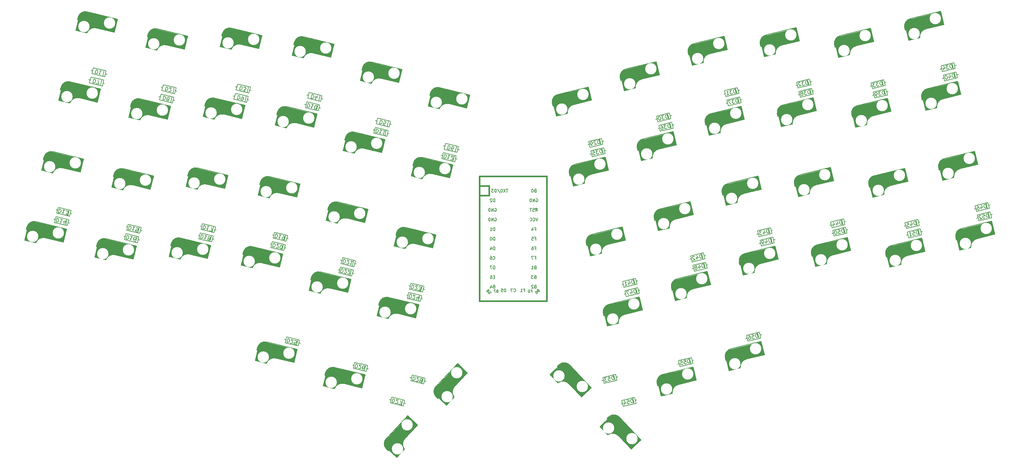
<source format=gbo>
%TF.GenerationSoftware,KiCad,Pcbnew,(6.0.0-0)*%
%TF.CreationDate,2022-01-08T14:54:33+00:00*%
%TF.ProjectId,atreis,61747265-6973-42e6-9b69-6361645f7063,rev?*%
%TF.SameCoordinates,Original*%
%TF.FileFunction,Legend,Bot*%
%TF.FilePolarity,Positive*%
%FSLAX46Y46*%
G04 Gerber Fmt 4.6, Leading zero omitted, Abs format (unit mm)*
G04 Created by KiCad (PCBNEW (6.0.0-0)) date 2022-01-08 14:54:33*
%MOMM*%
%LPD*%
G01*
G04 APERTURE LIST*
G04 Aperture macros list*
%AMRotRect*
0 Rectangle, with rotation*
0 The origin of the aperture is its center*
0 $1 length*
0 $2 width*
0 $3 Rotation angle, in degrees counterclockwise*
0 Add horizontal line*
21,1,$1,$2,0,0,$3*%
G04 Aperture macros list end*
%ADD10C,0.150000*%
%ADD11C,0.200000*%
%ADD12C,0.381000*%
%ADD13C,1.000000*%
%ADD14C,0.300000*%
%ADD15C,0.800000*%
%ADD16C,0.400000*%
%ADD17C,0.500000*%
%ADD18C,3.000000*%
%ADD19C,3.500000*%
%ADD20C,1.752600*%
%ADD21R,1.752600X1.752600*%
%ADD22C,1.400000*%
%ADD23RotRect,1.400000X1.400000X166.330000*%
%ADD24RotRect,1.400000X1.400000X193.670000*%
%ADD25C,4.000000*%
%ADD26RotRect,2.550000X2.500000X193.669000*%
%ADD27RotRect,2.550000X2.500000X193.670000*%
%ADD28C,4.100000*%
%ADD29C,1.900000*%
%ADD30C,3.000000*%
%ADD31C,2.000000*%
%ADD32RotRect,2.550000X2.500000X166.330000*%
%ADD33RotRect,2.550000X2.500000X133.600000*%
%ADD34RotRect,2.550000X2.500000X226.400000*%
G04 APERTURE END LIST*
D10*
%TO.C,U1*%
X178517491Y-107551172D02*
X178517491Y-106751172D01*
X178327015Y-106751172D01*
X178212729Y-106789268D01*
X178136538Y-106865458D01*
X178098443Y-106941648D01*
X178060348Y-107094029D01*
X178060348Y-107208315D01*
X178098443Y-107360696D01*
X178136538Y-107436887D01*
X178212729Y-107513077D01*
X178327015Y-107551172D01*
X178517491Y-107551172D01*
X177374634Y-107017839D02*
X177374634Y-107551172D01*
X177565110Y-106713077D02*
X177755586Y-107284506D01*
X177260348Y-107284506D01*
X189172824Y-117292125D02*
X189058538Y-117330220D01*
X189020443Y-117368315D01*
X188982348Y-117444506D01*
X188982348Y-117558791D01*
X189020443Y-117634982D01*
X189058538Y-117673077D01*
X189134729Y-117711172D01*
X189439491Y-117711172D01*
X189439491Y-116911172D01*
X189172824Y-116911172D01*
X189096634Y-116949268D01*
X189058538Y-116987363D01*
X189020443Y-117063553D01*
X189020443Y-117139744D01*
X189058538Y-117215934D01*
X189096634Y-117254029D01*
X189172824Y-117292125D01*
X189439491Y-117292125D01*
X188677586Y-116987363D02*
X188639491Y-116949268D01*
X188563300Y-116911172D01*
X188372824Y-116911172D01*
X188296634Y-116949268D01*
X188258538Y-116987363D01*
X188220443Y-117063553D01*
X188220443Y-117139744D01*
X188258538Y-117254029D01*
X188715681Y-117711172D01*
X188220443Y-117711172D01*
X189915681Y-99131172D02*
X189649015Y-99931172D01*
X189382348Y-99131172D01*
X188658538Y-99854982D02*
X188696634Y-99893077D01*
X188810919Y-99931172D01*
X188887110Y-99931172D01*
X189001395Y-99893077D01*
X189077586Y-99816887D01*
X189115681Y-99740696D01*
X189153776Y-99588315D01*
X189153776Y-99474029D01*
X189115681Y-99321648D01*
X189077586Y-99245458D01*
X189001395Y-99169268D01*
X188887110Y-99131172D01*
X188810919Y-99131172D01*
X188696634Y-99169268D01*
X188658538Y-99207363D01*
X187858538Y-99854982D02*
X187896634Y-99893077D01*
X188010919Y-99931172D01*
X188087110Y-99931172D01*
X188201395Y-99893077D01*
X188277586Y-99816887D01*
X188315681Y-99740696D01*
X188353776Y-99588315D01*
X188353776Y-99474029D01*
X188315681Y-99321648D01*
X188277586Y-99245458D01*
X188201395Y-99169268D01*
X188087110Y-99131172D01*
X188010919Y-99131172D01*
X187896634Y-99169268D01*
X187858538Y-99207363D01*
X189172824Y-112212125D02*
X189058538Y-112250220D01*
X189020443Y-112288315D01*
X188982348Y-112364506D01*
X188982348Y-112478791D01*
X189020443Y-112554982D01*
X189058538Y-112593077D01*
X189134729Y-112631172D01*
X189439491Y-112631172D01*
X189439491Y-111831172D01*
X189172824Y-111831172D01*
X189096634Y-111869268D01*
X189058538Y-111907363D01*
X189020443Y-111983553D01*
X189020443Y-112059744D01*
X189058538Y-112135934D01*
X189096634Y-112174029D01*
X189172824Y-112212125D01*
X189439491Y-112212125D01*
X188220443Y-112631172D02*
X188677586Y-112631172D01*
X188449015Y-112631172D02*
X188449015Y-111831172D01*
X188525205Y-111945458D01*
X188601395Y-112021648D01*
X188677586Y-112059744D01*
X189115681Y-104592125D02*
X189382348Y-104592125D01*
X189382348Y-105011172D02*
X189382348Y-104211172D01*
X189001395Y-104211172D01*
X188315681Y-104211172D02*
X188696634Y-104211172D01*
X188734729Y-104592125D01*
X188696634Y-104554029D01*
X188620443Y-104515934D01*
X188429967Y-104515934D01*
X188353776Y-104554029D01*
X188315681Y-104592125D01*
X188277586Y-104668315D01*
X188277586Y-104858791D01*
X188315681Y-104934982D01*
X188353776Y-104973077D01*
X188429967Y-105011172D01*
X188620443Y-105011172D01*
X188696634Y-104973077D01*
X188734729Y-104934982D01*
X182006619Y-91511172D02*
X181549476Y-91511172D01*
X181778047Y-92311172D02*
X181778047Y-91511172D01*
X181359000Y-91511172D02*
X180825666Y-92311172D01*
X180825666Y-91511172D02*
X181359000Y-92311172D01*
X180368523Y-91511172D02*
X180292333Y-91511172D01*
X180216143Y-91549268D01*
X180178047Y-91587363D01*
X180139952Y-91663553D01*
X180101857Y-91815934D01*
X180101857Y-92006410D01*
X180139952Y-92158791D01*
X180178047Y-92234982D01*
X180216143Y-92273077D01*
X180292333Y-92311172D01*
X180368523Y-92311172D01*
X180444714Y-92273077D01*
X180482809Y-92234982D01*
X180520904Y-92158791D01*
X180559000Y-92006410D01*
X180559000Y-91815934D01*
X180520904Y-91663553D01*
X180482809Y-91587363D01*
X180444714Y-91549268D01*
X180368523Y-91511172D01*
X179187571Y-91473077D02*
X179873285Y-92501648D01*
X178920904Y-92311172D02*
X178920904Y-91511172D01*
X178730428Y-91511172D01*
X178616143Y-91549268D01*
X178539952Y-91625458D01*
X178501857Y-91701648D01*
X178463762Y-91854029D01*
X178463762Y-91968315D01*
X178501857Y-92120696D01*
X178539952Y-92196887D01*
X178616143Y-92273077D01*
X178730428Y-92311172D01*
X178920904Y-92311172D01*
X178197095Y-91511172D02*
X177701857Y-91511172D01*
X177968523Y-91815934D01*
X177854238Y-91815934D01*
X177778047Y-91854029D01*
X177739952Y-91892125D01*
X177701857Y-91968315D01*
X177701857Y-92158791D01*
X177739952Y-92234982D01*
X177778047Y-92273077D01*
X177854238Y-92311172D01*
X178082809Y-92311172D01*
X178159000Y-92273077D01*
X178197095Y-92234982D01*
X178517491Y-102471172D02*
X178517491Y-101671172D01*
X178327015Y-101671172D01*
X178212729Y-101709268D01*
X178136538Y-101785458D01*
X178098443Y-101861648D01*
X178060348Y-102014029D01*
X178060348Y-102128315D01*
X178098443Y-102280696D01*
X178136538Y-102356887D01*
X178212729Y-102433077D01*
X178327015Y-102471172D01*
X178517491Y-102471172D01*
X177298443Y-102471172D02*
X177755586Y-102471172D01*
X177527015Y-102471172D02*
X177527015Y-101671172D01*
X177603205Y-101785458D01*
X177679395Y-101861648D01*
X177755586Y-101899744D01*
X189458538Y-94089268D02*
X189534729Y-94051172D01*
X189649015Y-94051172D01*
X189763300Y-94089268D01*
X189839491Y-94165458D01*
X189877586Y-94241648D01*
X189915681Y-94394029D01*
X189915681Y-94508315D01*
X189877586Y-94660696D01*
X189839491Y-94736887D01*
X189763300Y-94813077D01*
X189649015Y-94851172D01*
X189572824Y-94851172D01*
X189458538Y-94813077D01*
X189420443Y-94774982D01*
X189420443Y-94508315D01*
X189572824Y-94508315D01*
X189077586Y-94851172D02*
X189077586Y-94051172D01*
X188620443Y-94851172D01*
X188620443Y-94051172D01*
X188239491Y-94851172D02*
X188239491Y-94051172D01*
X188049015Y-94051172D01*
X187934729Y-94089268D01*
X187858538Y-94165458D01*
X187820443Y-94241648D01*
X187782348Y-94394029D01*
X187782348Y-94508315D01*
X187820443Y-94660696D01*
X187858538Y-94736887D01*
X187934729Y-94813077D01*
X188049015Y-94851172D01*
X188239491Y-94851172D01*
X188121348Y-118469268D02*
X188354681Y-118469268D01*
X188354681Y-118835934D02*
X188354681Y-118135934D01*
X188021348Y-118135934D01*
X187621348Y-118135934D02*
X187554681Y-118135934D01*
X187488015Y-118169268D01*
X187454681Y-118202601D01*
X187421348Y-118269268D01*
X187388015Y-118402601D01*
X187388015Y-118569268D01*
X187421348Y-118702601D01*
X187454681Y-118769268D01*
X187488015Y-118802601D01*
X187554681Y-118835934D01*
X187621348Y-118835934D01*
X187688015Y-118802601D01*
X187721348Y-118769268D01*
X187754681Y-118702601D01*
X187788015Y-118569268D01*
X187788015Y-118402601D01*
X187754681Y-118269268D01*
X187721348Y-118202601D01*
X187688015Y-118169268D01*
X187621348Y-118135934D01*
X176752312Y-118454276D02*
X176846593Y-118501416D01*
X176893734Y-118501416D01*
X176964444Y-118477846D01*
X177035155Y-118407135D01*
X177058725Y-118336425D01*
X177058725Y-118289284D01*
X177035155Y-118218574D01*
X176846593Y-118030012D01*
X176351618Y-118524987D01*
X176516610Y-118689978D01*
X176587321Y-118713548D01*
X176634461Y-118713548D01*
X176705172Y-118689978D01*
X176752312Y-118642838D01*
X176775882Y-118572127D01*
X176775882Y-118524987D01*
X176752312Y-118454276D01*
X176587321Y-118289284D01*
X177082295Y-119255664D02*
X176846593Y-119019961D01*
X177058725Y-118760689D01*
X177058725Y-118807829D01*
X177082295Y-118878540D01*
X177200147Y-118996391D01*
X177270857Y-119019961D01*
X177317998Y-119019961D01*
X177388708Y-118996391D01*
X177506559Y-118878540D01*
X177530130Y-118807829D01*
X177530130Y-118760689D01*
X177506559Y-118689978D01*
X177388708Y-118572127D01*
X177317998Y-118548557D01*
X177270857Y-118548557D01*
X181438491Y-118681172D02*
X181438491Y-117881172D01*
X181248015Y-117881172D01*
X181133729Y-117919268D01*
X181057538Y-117995458D01*
X181019443Y-118071648D01*
X180981348Y-118224029D01*
X180981348Y-118338315D01*
X181019443Y-118490696D01*
X181057538Y-118566887D01*
X181133729Y-118643077D01*
X181248015Y-118681172D01*
X181438491Y-118681172D01*
X180257538Y-117881172D02*
X180638491Y-117881172D01*
X180676586Y-118262125D01*
X180638491Y-118224029D01*
X180562300Y-118185934D01*
X180371824Y-118185934D01*
X180295634Y-118224029D01*
X180257538Y-118262125D01*
X180219443Y-118338315D01*
X180219443Y-118528791D01*
X180257538Y-118604982D01*
X180295634Y-118643077D01*
X180371824Y-118681172D01*
X180562300Y-118681172D01*
X180638491Y-118643077D01*
X180676586Y-118604982D01*
X189172824Y-91892125D02*
X189058538Y-91930220D01*
X189020443Y-91968315D01*
X188982348Y-92044506D01*
X188982348Y-92158791D01*
X189020443Y-92234982D01*
X189058538Y-92273077D01*
X189134729Y-92311172D01*
X189439491Y-92311172D01*
X189439491Y-91511172D01*
X189172824Y-91511172D01*
X189096634Y-91549268D01*
X189058538Y-91587363D01*
X189020443Y-91663553D01*
X189020443Y-91739744D01*
X189058538Y-91815934D01*
X189096634Y-91854029D01*
X189172824Y-91892125D01*
X189439491Y-91892125D01*
X188487110Y-91511172D02*
X188410919Y-91511172D01*
X188334729Y-91549268D01*
X188296634Y-91587363D01*
X188258538Y-91663553D01*
X188220443Y-91815934D01*
X188220443Y-92006410D01*
X188258538Y-92158791D01*
X188296634Y-92234982D01*
X188334729Y-92273077D01*
X188410919Y-92311172D01*
X188487110Y-92311172D01*
X188563300Y-92273077D01*
X188601395Y-92234982D01*
X188639491Y-92158791D01*
X188677586Y-92006410D01*
X188677586Y-91815934D01*
X188639491Y-91663553D01*
X188601395Y-91587363D01*
X188563300Y-91549268D01*
X188487110Y-91511172D01*
X189172824Y-114752125D02*
X189058538Y-114790220D01*
X189020443Y-114828315D01*
X188982348Y-114904506D01*
X188982348Y-115018791D01*
X189020443Y-115094982D01*
X189058538Y-115133077D01*
X189134729Y-115171172D01*
X189439491Y-115171172D01*
X189439491Y-114371172D01*
X189172824Y-114371172D01*
X189096634Y-114409268D01*
X189058538Y-114447363D01*
X189020443Y-114523553D01*
X189020443Y-114599744D01*
X189058538Y-114675934D01*
X189096634Y-114714029D01*
X189172824Y-114752125D01*
X189439491Y-114752125D01*
X188715681Y-114371172D02*
X188220443Y-114371172D01*
X188487110Y-114675934D01*
X188372824Y-114675934D01*
X188296634Y-114714029D01*
X188258538Y-114752125D01*
X188220443Y-114828315D01*
X188220443Y-115018791D01*
X188258538Y-115094982D01*
X188296634Y-115133077D01*
X188372824Y-115171172D01*
X188601395Y-115171172D01*
X188677586Y-115133077D01*
X188715681Y-115094982D01*
X188961348Y-97333077D02*
X188847062Y-97371172D01*
X188656586Y-97371172D01*
X188580395Y-97333077D01*
X188542300Y-97294982D01*
X188504205Y-97218791D01*
X188504205Y-97142601D01*
X188542300Y-97066410D01*
X188580395Y-97028315D01*
X188656586Y-96990220D01*
X188808967Y-96952125D01*
X188885157Y-96914029D01*
X188923253Y-96875934D01*
X188961348Y-96799744D01*
X188961348Y-96723553D01*
X188923253Y-96647363D01*
X188885157Y-96609268D01*
X188808967Y-96571172D01*
X188618491Y-96571172D01*
X188504205Y-96609268D01*
X188275634Y-96571172D02*
X187818491Y-96571172D01*
X188047062Y-97371172D02*
X188047062Y-96571172D01*
X186194681Y-118262125D02*
X186461348Y-118262125D01*
X186461348Y-118681172D02*
X186461348Y-117881172D01*
X186080395Y-117881172D01*
X185356586Y-118681172D02*
X185813729Y-118681172D01*
X185585157Y-118681172D02*
X185585157Y-117881172D01*
X185661348Y-117995458D01*
X185737538Y-118071648D01*
X185813729Y-118109744D01*
X178060348Y-110014982D02*
X178098443Y-110053077D01*
X178212729Y-110091172D01*
X178288919Y-110091172D01*
X178403205Y-110053077D01*
X178479395Y-109976887D01*
X178517491Y-109900696D01*
X178555586Y-109748315D01*
X178555586Y-109634029D01*
X178517491Y-109481648D01*
X178479395Y-109405458D01*
X178403205Y-109329268D01*
X178288919Y-109291172D01*
X178212729Y-109291172D01*
X178098443Y-109329268D01*
X178060348Y-109367363D01*
X177374634Y-109291172D02*
X177527015Y-109291172D01*
X177603205Y-109329268D01*
X177641300Y-109367363D01*
X177717491Y-109481648D01*
X177755586Y-109634029D01*
X177755586Y-109938791D01*
X177717491Y-110014982D01*
X177679395Y-110053077D01*
X177603205Y-110091172D01*
X177450824Y-110091172D01*
X177374634Y-110053077D01*
X177336538Y-110014982D01*
X177298443Y-109938791D01*
X177298443Y-109748315D01*
X177336538Y-109672125D01*
X177374634Y-109634029D01*
X177450824Y-109595934D01*
X177603205Y-109595934D01*
X177679395Y-109634029D01*
X177717491Y-109672125D01*
X177755586Y-109748315D01*
X178517491Y-94851172D02*
X178517491Y-94051172D01*
X178327015Y-94051172D01*
X178212729Y-94089268D01*
X178136538Y-94165458D01*
X178098443Y-94241648D01*
X178060348Y-94394029D01*
X178060348Y-94508315D01*
X178098443Y-94660696D01*
X178136538Y-94736887D01*
X178212729Y-94813077D01*
X178327015Y-94851172D01*
X178517491Y-94851172D01*
X177755586Y-94127363D02*
X177717491Y-94089268D01*
X177641300Y-94051172D01*
X177450824Y-94051172D01*
X177374634Y-94089268D01*
X177336538Y-94127363D01*
X177298443Y-94203553D01*
X177298443Y-94279744D01*
X177336538Y-94394029D01*
X177793681Y-94851172D01*
X177298443Y-94851172D01*
X189115681Y-109672125D02*
X189382348Y-109672125D01*
X189382348Y-110091172D02*
X189382348Y-109291172D01*
X189001395Y-109291172D01*
X188772824Y-109291172D02*
X188239491Y-109291172D01*
X188582348Y-110091172D01*
X178536538Y-96629268D02*
X178612729Y-96591172D01*
X178727015Y-96591172D01*
X178841300Y-96629268D01*
X178917491Y-96705458D01*
X178955586Y-96781648D01*
X178993681Y-96934029D01*
X178993681Y-97048315D01*
X178955586Y-97200696D01*
X178917491Y-97276887D01*
X178841300Y-97353077D01*
X178727015Y-97391172D01*
X178650824Y-97391172D01*
X178536538Y-97353077D01*
X178498443Y-97314982D01*
X178498443Y-97048315D01*
X178650824Y-97048315D01*
X178155586Y-97391172D02*
X178155586Y-96591172D01*
X177698443Y-97391172D01*
X177698443Y-96591172D01*
X177317491Y-97391172D02*
X177317491Y-96591172D01*
X177127015Y-96591172D01*
X177012729Y-96629268D01*
X176936538Y-96705458D01*
X176898443Y-96781648D01*
X176860348Y-96934029D01*
X176860348Y-97048315D01*
X176898443Y-97200696D01*
X176936538Y-97276887D01*
X177012729Y-97353077D01*
X177127015Y-97391172D01*
X177317491Y-97391172D01*
X178479395Y-114752125D02*
X178212729Y-114752125D01*
X178098443Y-115171172D02*
X178479395Y-115171172D01*
X178479395Y-114371172D01*
X178098443Y-114371172D01*
X177412729Y-114371172D02*
X177565110Y-114371172D01*
X177641300Y-114409268D01*
X177679395Y-114447363D01*
X177755586Y-114561648D01*
X177793681Y-114714029D01*
X177793681Y-115018791D01*
X177755586Y-115094982D01*
X177717491Y-115133077D01*
X177641300Y-115171172D01*
X177488919Y-115171172D01*
X177412729Y-115133077D01*
X177374634Y-115094982D01*
X177336538Y-115018791D01*
X177336538Y-114828315D01*
X177374634Y-114752125D01*
X177412729Y-114714029D01*
X177488919Y-114675934D01*
X177641300Y-114675934D01*
X177717491Y-114714029D01*
X177755586Y-114752125D01*
X177793681Y-114828315D01*
X189115681Y-102052125D02*
X189382348Y-102052125D01*
X189382348Y-102471172D02*
X189382348Y-101671172D01*
X189001395Y-101671172D01*
X188353776Y-101937839D02*
X188353776Y-102471172D01*
X188544253Y-101633077D02*
X188734729Y-102204506D01*
X188239491Y-102204506D01*
X178517491Y-112631172D02*
X178517491Y-111831172D01*
X178327015Y-111831172D01*
X178212729Y-111869268D01*
X178136538Y-111945458D01*
X178098443Y-112021648D01*
X178060348Y-112174029D01*
X178060348Y-112288315D01*
X178098443Y-112440696D01*
X178136538Y-112516887D01*
X178212729Y-112593077D01*
X178327015Y-112631172D01*
X178517491Y-112631172D01*
X177793681Y-111831172D02*
X177260348Y-111831172D01*
X177603205Y-112631172D01*
X179171348Y-118469268D02*
X179071348Y-118502601D01*
X179038015Y-118535934D01*
X179004681Y-118602601D01*
X179004681Y-118702601D01*
X179038015Y-118769268D01*
X179071348Y-118802601D01*
X179138015Y-118835934D01*
X179404681Y-118835934D01*
X179404681Y-118135934D01*
X179171348Y-118135934D01*
X179104681Y-118169268D01*
X179071348Y-118202601D01*
X179038015Y-118269268D01*
X179038015Y-118335934D01*
X179071348Y-118402601D01*
X179104681Y-118435934D01*
X179171348Y-118469268D01*
X179404681Y-118469268D01*
X178771348Y-118135934D02*
X178304681Y-118135934D01*
X178604681Y-118835934D01*
X178536538Y-99169268D02*
X178612729Y-99131172D01*
X178727015Y-99131172D01*
X178841300Y-99169268D01*
X178917491Y-99245458D01*
X178955586Y-99321648D01*
X178993681Y-99474029D01*
X178993681Y-99588315D01*
X178955586Y-99740696D01*
X178917491Y-99816887D01*
X178841300Y-99893077D01*
X178727015Y-99931172D01*
X178650824Y-99931172D01*
X178536538Y-99893077D01*
X178498443Y-99854982D01*
X178498443Y-99588315D01*
X178650824Y-99588315D01*
X178155586Y-99931172D02*
X178155586Y-99131172D01*
X177698443Y-99931172D01*
X177698443Y-99131172D01*
X177317491Y-99931172D02*
X177317491Y-99131172D01*
X177127015Y-99131172D01*
X177012729Y-99169268D01*
X176936538Y-99245458D01*
X176898443Y-99321648D01*
X176860348Y-99474029D01*
X176860348Y-99588315D01*
X176898443Y-99740696D01*
X176936538Y-99816887D01*
X177012729Y-99893077D01*
X177127015Y-99931172D01*
X177317491Y-99931172D01*
X189953006Y-118383565D02*
X189905866Y-118477846D01*
X189905866Y-118524987D01*
X189929436Y-118595697D01*
X190000147Y-118666408D01*
X190070857Y-118689978D01*
X190117998Y-118689978D01*
X190188708Y-118666408D01*
X190377270Y-118477846D01*
X189882295Y-117982871D01*
X189717304Y-118147863D01*
X189693734Y-118218574D01*
X189693734Y-118265714D01*
X189717304Y-118336425D01*
X189764444Y-118383565D01*
X189835155Y-118407135D01*
X189882295Y-118407135D01*
X189953006Y-118383565D01*
X190117998Y-118218574D01*
X189175189Y-118689978D02*
X189269470Y-118595697D01*
X189340180Y-118572127D01*
X189387321Y-118572127D01*
X189505172Y-118595697D01*
X189623023Y-118666408D01*
X189811585Y-118854970D01*
X189835155Y-118925680D01*
X189835155Y-118972821D01*
X189811585Y-119043532D01*
X189717304Y-119137812D01*
X189646593Y-119161383D01*
X189599453Y-119161383D01*
X189528742Y-119137812D01*
X189410891Y-119019961D01*
X189387321Y-118949251D01*
X189387321Y-118902110D01*
X189410891Y-118831400D01*
X189505172Y-118737119D01*
X189575882Y-118713548D01*
X189623023Y-118713548D01*
X189693734Y-118737119D01*
X178517491Y-105011172D02*
X178517491Y-104211172D01*
X178327015Y-104211172D01*
X178212729Y-104249268D01*
X178136538Y-104325458D01*
X178098443Y-104401648D01*
X178060348Y-104554029D01*
X178060348Y-104668315D01*
X178098443Y-104820696D01*
X178136538Y-104896887D01*
X178212729Y-104973077D01*
X178327015Y-105011172D01*
X178517491Y-105011172D01*
X177565110Y-104211172D02*
X177488919Y-104211172D01*
X177412729Y-104249268D01*
X177374634Y-104287363D01*
X177336538Y-104363553D01*
X177298443Y-104515934D01*
X177298443Y-104706410D01*
X177336538Y-104858791D01*
X177374634Y-104934982D01*
X177412729Y-104973077D01*
X177488919Y-105011172D01*
X177565110Y-105011172D01*
X177641300Y-104973077D01*
X177679395Y-104934982D01*
X177717491Y-104858791D01*
X177755586Y-104706410D01*
X177755586Y-104515934D01*
X177717491Y-104363553D01*
X177679395Y-104287363D01*
X177641300Y-104249268D01*
X177565110Y-104211172D01*
X183521348Y-118604982D02*
X183559443Y-118643077D01*
X183673729Y-118681172D01*
X183749919Y-118681172D01*
X183864205Y-118643077D01*
X183940395Y-118566887D01*
X183978491Y-118490696D01*
X184016586Y-118338315D01*
X184016586Y-118224029D01*
X183978491Y-118071648D01*
X183940395Y-117995458D01*
X183864205Y-117919268D01*
X183749919Y-117881172D01*
X183673729Y-117881172D01*
X183559443Y-117919268D01*
X183521348Y-117957363D01*
X183254681Y-117881172D02*
X182721348Y-117881172D01*
X183064205Y-118681172D01*
X189115681Y-107132125D02*
X189382348Y-107132125D01*
X189382348Y-107551172D02*
X189382348Y-106751172D01*
X189001395Y-106751172D01*
X188353776Y-106751172D02*
X188506157Y-106751172D01*
X188582348Y-106789268D01*
X188620443Y-106827363D01*
X188696634Y-106941648D01*
X188734729Y-107094029D01*
X188734729Y-107398791D01*
X188696634Y-107474982D01*
X188658538Y-107513077D01*
X188582348Y-107551172D01*
X188429967Y-107551172D01*
X188353776Y-107513077D01*
X188315681Y-107474982D01*
X188277586Y-107398791D01*
X188277586Y-107208315D01*
X188315681Y-107132125D01*
X188353776Y-107094029D01*
X188429967Y-107055934D01*
X188582348Y-107055934D01*
X188658538Y-107094029D01*
X188696634Y-107132125D01*
X188734729Y-107208315D01*
X178250824Y-117292125D02*
X178136538Y-117330220D01*
X178098443Y-117368315D01*
X178060348Y-117444506D01*
X178060348Y-117558791D01*
X178098443Y-117634982D01*
X178136538Y-117673077D01*
X178212729Y-117711172D01*
X178517491Y-117711172D01*
X178517491Y-116911172D01*
X178250824Y-116911172D01*
X178174634Y-116949268D01*
X178136538Y-116987363D01*
X178098443Y-117063553D01*
X178098443Y-117139744D01*
X178136538Y-117215934D01*
X178174634Y-117254029D01*
X178250824Y-117292125D01*
X178517491Y-117292125D01*
X177374634Y-117177839D02*
X177374634Y-117711172D01*
X177565110Y-116873077D02*
X177755586Y-117444506D01*
X177260348Y-117444506D01*
D11*
%TO.C,D28*%
X157008432Y-141105084D02*
X156772102Y-142076757D01*
X157003453Y-142133026D01*
X157153517Y-142120517D01*
X157268565Y-142050484D01*
X157337343Y-141969198D01*
X157428628Y-141795371D01*
X157462389Y-141656560D01*
X157461134Y-141460226D01*
X157437372Y-141356432D01*
X157367339Y-141241384D01*
X157239783Y-141161353D01*
X157008432Y-141105084D01*
X157720013Y-142209292D02*
X157755029Y-142266816D01*
X157836316Y-142335594D01*
X158067666Y-142391863D01*
X158171460Y-142368100D01*
X158228984Y-142333084D01*
X158297762Y-142251797D01*
X158320270Y-142159257D01*
X158307761Y-142009193D01*
X157887564Y-141318906D01*
X158489076Y-141465205D01*
X158909273Y-142155492D02*
X158805479Y-142179254D01*
X158747955Y-142214271D01*
X158679177Y-142295557D01*
X158667923Y-142341827D01*
X158691686Y-142445621D01*
X158726702Y-142503145D01*
X158807989Y-142571923D01*
X158993069Y-142616938D01*
X159096863Y-142593176D01*
X159154387Y-142558159D01*
X159223165Y-142476873D01*
X159234419Y-142430603D01*
X159210656Y-142326809D01*
X159175640Y-142269285D01*
X159094353Y-142200507D01*
X158909273Y-142155492D01*
X158827986Y-142086714D01*
X158792970Y-142029190D01*
X158769207Y-141925396D01*
X158814222Y-141740316D01*
X158883000Y-141659029D01*
X158940524Y-141624013D01*
X159044318Y-141600250D01*
X159229399Y-141645265D01*
X159310685Y-141714043D01*
X159345701Y-141771567D01*
X159369464Y-141875361D01*
X159324449Y-142060441D01*
X159255671Y-142141728D01*
X159198147Y-142176744D01*
X159094353Y-142200507D01*
%TO.C,D11*%
X147253954Y-75575047D02*
X147017624Y-76546720D01*
X147248975Y-76602989D01*
X147399039Y-76590480D01*
X147514087Y-76520447D01*
X147582865Y-76439161D01*
X147674150Y-76265334D01*
X147707911Y-76126523D01*
X147706656Y-75930189D01*
X147682894Y-75826395D01*
X147612861Y-75711347D01*
X147485305Y-75631316D01*
X147253954Y-75575047D01*
X148734598Y-75935168D02*
X148179357Y-75800122D01*
X148456977Y-75867645D02*
X148220648Y-76839318D01*
X148161869Y-76678000D01*
X148091836Y-76562952D01*
X148010550Y-76494174D01*
X149660001Y-76160243D02*
X149104759Y-76025198D01*
X149382380Y-76092721D02*
X149146051Y-77064394D01*
X149087272Y-76903076D01*
X149017239Y-76788028D01*
X148935953Y-76719250D01*
%TO.C,D54*%
X215125749Y-147995474D02*
X214889420Y-147023801D01*
X214658069Y-147080070D01*
X214530512Y-147160102D01*
X214460480Y-147275150D01*
X214436717Y-147378944D01*
X214435462Y-147575278D01*
X214469223Y-147714089D01*
X214560509Y-147887915D01*
X214629286Y-147969202D01*
X214744334Y-148039235D01*
X214894398Y-148051743D01*
X215125749Y-147995474D01*
X213455045Y-147372669D02*
X213917747Y-147260131D01*
X214076555Y-147711578D01*
X214019031Y-147676562D01*
X213915237Y-147652800D01*
X213683886Y-147709068D01*
X213602599Y-147777846D01*
X213567583Y-147835370D01*
X213543820Y-147939164D01*
X213600089Y-148170515D01*
X213668867Y-148251801D01*
X213726391Y-148286818D01*
X213830185Y-148310580D01*
X214061536Y-148254311D01*
X214142822Y-148185534D01*
X214177839Y-148128010D01*
X212654689Y-147910382D02*
X212812242Y-148558164D01*
X212796009Y-147483951D02*
X213196167Y-148121735D01*
X212594655Y-148268034D01*
%TO.C,D40*%
X300100812Y-61874583D02*
X299864483Y-60902910D01*
X299633132Y-60959179D01*
X299505575Y-61039211D01*
X299435543Y-61154259D01*
X299411780Y-61258053D01*
X299410525Y-61454387D01*
X299444286Y-61593198D01*
X299535572Y-61767024D01*
X299604349Y-61848311D01*
X299719397Y-61918344D01*
X299869461Y-61930852D01*
X300100812Y-61874583D01*
X298555155Y-61564415D02*
X298712708Y-62212197D01*
X298696475Y-61137985D02*
X299096633Y-61775768D01*
X298495121Y-61922067D01*
X297782326Y-61409331D02*
X297689786Y-61431838D01*
X297608499Y-61500616D01*
X297573483Y-61558140D01*
X297549721Y-61661934D01*
X297548465Y-61858268D01*
X297604734Y-62089619D01*
X297696020Y-62263446D01*
X297764797Y-62344732D01*
X297822321Y-62379749D01*
X297926115Y-62403511D01*
X298018656Y-62381004D01*
X298099942Y-62312226D01*
X298134959Y-62254702D01*
X298158721Y-62150908D01*
X298159976Y-61954574D01*
X298103707Y-61723223D01*
X298012422Y-61549396D01*
X297943644Y-61468110D01*
X297886120Y-61433093D01*
X297782326Y-61409331D01*
%TO.C,D24*%
X156096524Y-119289096D02*
X155860194Y-120260769D01*
X156091545Y-120317038D01*
X156241609Y-120304529D01*
X156356657Y-120234496D01*
X156425435Y-120153210D01*
X156516720Y-119979383D01*
X156550481Y-119840572D01*
X156549226Y-119644238D01*
X156525464Y-119540444D01*
X156455431Y-119425396D01*
X156327875Y-119345365D01*
X156096524Y-119289096D01*
X156808105Y-120393304D02*
X156843121Y-120450828D01*
X156924408Y-120519606D01*
X157155758Y-120575875D01*
X157259552Y-120552112D01*
X157317076Y-120517096D01*
X157385854Y-120435809D01*
X157408362Y-120343269D01*
X157395853Y-120193205D01*
X156975656Y-119502918D01*
X157577168Y-119649217D01*
X158252478Y-120499567D02*
X158410031Y-119851785D01*
X157931097Y-120813459D02*
X157868553Y-120063138D01*
X158470065Y-120209437D01*
%TO.C,D29*%
X206348402Y-79448861D02*
X206112073Y-78477188D01*
X205880722Y-78533457D01*
X205753165Y-78613489D01*
X205683133Y-78728537D01*
X205659370Y-78832331D01*
X205658115Y-79028665D01*
X205691876Y-79167476D01*
X205783162Y-79341302D01*
X205851939Y-79422589D01*
X205966987Y-79492622D01*
X206117051Y-79505130D01*
X206348402Y-79448861D01*
X205209177Y-78794804D02*
X205151653Y-78759788D01*
X205047859Y-78736025D01*
X204816509Y-78792294D01*
X204735222Y-78861072D01*
X204700206Y-78918596D01*
X204676443Y-79022390D01*
X204698951Y-79114930D01*
X204778982Y-79242487D01*
X205469269Y-79662683D01*
X204867757Y-79808982D01*
X204405056Y-79921520D02*
X204219976Y-79966535D01*
X204116181Y-79942773D01*
X204058658Y-79907756D01*
X203932356Y-79791454D01*
X203841071Y-79617627D01*
X203751040Y-79247466D01*
X203774803Y-79143672D01*
X203809819Y-79086148D01*
X203891106Y-79017370D01*
X204076186Y-78972355D01*
X204179980Y-78996117D01*
X204237504Y-79031134D01*
X204306282Y-79112420D01*
X204362551Y-79343771D01*
X204338788Y-79447565D01*
X204303772Y-79505089D01*
X204222486Y-79573867D01*
X204037405Y-79618882D01*
X203933611Y-79595119D01*
X203876087Y-79560103D01*
X203807309Y-79478816D01*
%TO.C,D8*%
X91045017Y-66870654D02*
X90808688Y-67842327D01*
X91040039Y-67898595D01*
X91190103Y-67886087D01*
X91305151Y-67816054D01*
X91373928Y-67734767D01*
X91465214Y-67560941D01*
X91498975Y-67422130D01*
X91497720Y-67225796D01*
X91473957Y-67122002D01*
X91403925Y-67006954D01*
X91276368Y-66926922D01*
X91045017Y-66870654D01*
X92020455Y-67695986D02*
X91916661Y-67719749D01*
X91859137Y-67754765D01*
X91790360Y-67836051D01*
X91779106Y-67882322D01*
X91802868Y-67986116D01*
X91837885Y-68043640D01*
X91919171Y-68112417D01*
X92104252Y-68157432D01*
X92208046Y-68133670D01*
X92265570Y-68098653D01*
X92334347Y-68017367D01*
X92345601Y-67971097D01*
X92321839Y-67867303D01*
X92286822Y-67809779D01*
X92205536Y-67741001D01*
X92020455Y-67695986D01*
X91939169Y-67627208D01*
X91904152Y-67569684D01*
X91880390Y-67465890D01*
X91925405Y-67280810D01*
X91994183Y-67199523D01*
X92051707Y-67164507D01*
X92155501Y-67140744D01*
X92340581Y-67185759D01*
X92421868Y-67254537D01*
X92456884Y-67312061D01*
X92480647Y-67415855D01*
X92435632Y-67600936D01*
X92366854Y-67682222D01*
X92309330Y-67717239D01*
X92205536Y-67741001D01*
%TO.C,D37*%
X242888923Y-68470273D02*
X242652594Y-67498600D01*
X242421243Y-67554869D01*
X242293686Y-67634901D01*
X242223654Y-67749949D01*
X242199891Y-67853743D01*
X242198636Y-68050077D01*
X242232397Y-68188888D01*
X242323683Y-68362714D01*
X242392460Y-68444001D01*
X242507508Y-68514034D01*
X242657572Y-68526542D01*
X242888923Y-68470273D01*
X241773461Y-67712422D02*
X241171949Y-67858721D01*
X241585870Y-68150106D01*
X241447060Y-68183867D01*
X241365773Y-68252645D01*
X241330757Y-68310169D01*
X241306994Y-68413963D01*
X241363263Y-68645314D01*
X241432041Y-68726600D01*
X241489565Y-68761617D01*
X241593359Y-68785379D01*
X241870980Y-68717857D01*
X241952266Y-68649079D01*
X241987283Y-68591555D01*
X240848058Y-67937498D02*
X240200276Y-68095051D01*
X240853037Y-68965440D01*
%TO.C,D43*%
X251045991Y-103082990D02*
X250809662Y-102111317D01*
X250578311Y-102167586D01*
X250450754Y-102247618D01*
X250380722Y-102362666D01*
X250356959Y-102466460D01*
X250355704Y-102662794D01*
X250389465Y-102801605D01*
X250480751Y-102975431D01*
X250549528Y-103056718D01*
X250664576Y-103126751D01*
X250814640Y-103139259D01*
X251045991Y-103082990D01*
X249500334Y-102772822D02*
X249657887Y-103420604D01*
X249641654Y-102346392D02*
X250041812Y-102984175D01*
X249440300Y-103130474D01*
X249005126Y-102550215D02*
X248403614Y-102696514D01*
X248817535Y-102987899D01*
X248678725Y-103021660D01*
X248597439Y-103090438D01*
X248562422Y-103147962D01*
X248538660Y-103251756D01*
X248594929Y-103483106D01*
X248663706Y-103564393D01*
X248721230Y-103599409D01*
X248825024Y-103623172D01*
X249102645Y-103555649D01*
X249183932Y-103486872D01*
X249218948Y-103429348D01*
%TO.C,D49*%
X251646268Y-105551042D02*
X251409939Y-104579369D01*
X251178588Y-104635638D01*
X251051031Y-104715670D01*
X250980999Y-104830718D01*
X250957236Y-104934512D01*
X250955981Y-105130846D01*
X250989742Y-105269657D01*
X251081028Y-105443483D01*
X251149805Y-105524770D01*
X251264853Y-105594803D01*
X251414917Y-105607311D01*
X251646268Y-105551042D01*
X250100611Y-105240874D02*
X250258164Y-105888656D01*
X250241931Y-104814444D02*
X250642089Y-105452227D01*
X250040577Y-105598526D01*
X249702922Y-106023701D02*
X249517842Y-106068716D01*
X249414047Y-106044954D01*
X249356524Y-106009937D01*
X249230222Y-105893635D01*
X249138937Y-105719808D01*
X249048906Y-105349647D01*
X249072669Y-105245853D01*
X249107685Y-105188329D01*
X249188972Y-105119551D01*
X249374052Y-105074536D01*
X249477846Y-105098298D01*
X249535370Y-105133315D01*
X249604148Y-105214601D01*
X249660417Y-105445952D01*
X249636654Y-105549746D01*
X249601638Y-105607270D01*
X249520352Y-105676048D01*
X249335271Y-105721063D01*
X249231477Y-105697300D01*
X249173953Y-105662284D01*
X249105175Y-105580997D01*
%TO.C,D12*%
X165224075Y-82298365D02*
X164987745Y-83270038D01*
X165219096Y-83326307D01*
X165369160Y-83313798D01*
X165484208Y-83243765D01*
X165552986Y-83162479D01*
X165644271Y-82988652D01*
X165678032Y-82849841D01*
X165676777Y-82653507D01*
X165653015Y-82549713D01*
X165582982Y-82434665D01*
X165455426Y-82354634D01*
X165224075Y-82298365D01*
X166704719Y-82658486D02*
X166149478Y-82523440D01*
X166427098Y-82590963D02*
X166190769Y-83562636D01*
X166131990Y-83401318D01*
X166061957Y-83286270D01*
X165980671Y-83217492D01*
X166861059Y-83627649D02*
X166896075Y-83685173D01*
X166977362Y-83753950D01*
X167208712Y-83810219D01*
X167312506Y-83786457D01*
X167370030Y-83751440D01*
X167438808Y-83670154D01*
X167461315Y-83577613D01*
X167448807Y-83427549D01*
X167028610Y-82737262D01*
X167630122Y-82883561D01*
%TO.C,D47*%
X215952830Y-118937652D02*
X215716501Y-117965979D01*
X215485150Y-118022248D01*
X215357593Y-118102280D01*
X215287561Y-118217328D01*
X215263798Y-118321122D01*
X215262543Y-118517456D01*
X215296304Y-118656267D01*
X215387590Y-118830093D01*
X215456367Y-118911380D01*
X215571415Y-118981413D01*
X215721479Y-118993921D01*
X215952830Y-118937652D01*
X214407173Y-118627484D02*
X214564726Y-119275266D01*
X214548493Y-118201054D02*
X214948651Y-118838837D01*
X214347139Y-118985136D01*
X213911965Y-118404877D02*
X213264183Y-118562430D01*
X213916944Y-119432819D01*
%TO.C,D23*%
X156696799Y-116821048D02*
X156460469Y-117792721D01*
X156691820Y-117848990D01*
X156841884Y-117836481D01*
X156956932Y-117766448D01*
X157025710Y-117685162D01*
X157116995Y-117511335D01*
X157150756Y-117372524D01*
X157149501Y-117176190D01*
X157125739Y-117072396D01*
X157055706Y-116957348D01*
X156928150Y-116877317D01*
X156696799Y-116821048D01*
X157408380Y-117925256D02*
X157443396Y-117982780D01*
X157524683Y-118051558D01*
X157756033Y-118107827D01*
X157859827Y-118084064D01*
X157917351Y-118049048D01*
X157986129Y-117967761D01*
X158008637Y-117875221D01*
X157996128Y-117725157D01*
X157575931Y-117034870D01*
X158177443Y-117181169D01*
X158265005Y-118231618D02*
X158866517Y-118377917D01*
X158632656Y-117928980D01*
X158771466Y-117962741D01*
X158875261Y-117938979D01*
X158932784Y-117903962D01*
X159001562Y-117822676D01*
X159057831Y-117591325D01*
X159034068Y-117487531D01*
X158999052Y-117430007D01*
X158917766Y-117361229D01*
X158640145Y-117293707D01*
X158536351Y-117317469D01*
X158478827Y-117352485D01*
%TO.C,D39*%
X281590437Y-66376659D02*
X281354108Y-65404986D01*
X281122757Y-65461255D01*
X280995200Y-65541287D01*
X280925168Y-65656335D01*
X280901405Y-65760129D01*
X280900150Y-65956463D01*
X280933911Y-66095274D01*
X281025197Y-66269100D01*
X281093974Y-66350387D01*
X281209022Y-66420420D01*
X281359086Y-66432928D01*
X281590437Y-66376659D01*
X280474975Y-65618808D02*
X279873463Y-65765107D01*
X280287384Y-66056492D01*
X280148574Y-66090253D01*
X280067287Y-66159031D01*
X280032271Y-66216555D01*
X280008508Y-66320349D01*
X280064777Y-66551700D01*
X280133555Y-66632986D01*
X280191079Y-66668003D01*
X280294873Y-66691765D01*
X280572494Y-66624243D01*
X280653780Y-66555465D01*
X280688797Y-66497941D01*
X279647091Y-66849318D02*
X279462011Y-66894333D01*
X279358216Y-66870571D01*
X279300693Y-66835554D01*
X279174391Y-66719252D01*
X279083106Y-66545425D01*
X278993075Y-66175264D01*
X279016838Y-66071470D01*
X279051854Y-66013946D01*
X279133141Y-65945168D01*
X279318221Y-65900153D01*
X279422015Y-65923915D01*
X279479539Y-65958932D01*
X279548317Y-66040218D01*
X279604586Y-66271569D01*
X279580823Y-66375363D01*
X279545807Y-66432887D01*
X279464521Y-66501665D01*
X279279440Y-66546680D01*
X279175646Y-66522917D01*
X279118122Y-66487901D01*
X279049344Y-66406614D01*
%TO.C,D55*%
X230126937Y-137448246D02*
X229890608Y-136476573D01*
X229659257Y-136532842D01*
X229531700Y-136612874D01*
X229461668Y-136727922D01*
X229437905Y-136831716D01*
X229436650Y-137028050D01*
X229470411Y-137166861D01*
X229561697Y-137340687D01*
X229630474Y-137421974D01*
X229745522Y-137492007D01*
X229895586Y-137504515D01*
X230126937Y-137448246D01*
X228456233Y-136825441D02*
X228918935Y-136712903D01*
X229077743Y-137164350D01*
X229020219Y-137129334D01*
X228916425Y-137105572D01*
X228685074Y-137161840D01*
X228603787Y-137230618D01*
X228568771Y-137288142D01*
X228545008Y-137391936D01*
X228601277Y-137623287D01*
X228670055Y-137704573D01*
X228727579Y-137739590D01*
X228831373Y-137763352D01*
X229062724Y-137707083D01*
X229144010Y-137638306D01*
X229179027Y-137580782D01*
X227530830Y-137050516D02*
X227993532Y-136937978D01*
X228152340Y-137389426D01*
X228094816Y-137354410D01*
X227991022Y-137330647D01*
X227759671Y-137386916D01*
X227678385Y-137455694D01*
X227643368Y-137513218D01*
X227619606Y-137617012D01*
X227675875Y-137848362D01*
X227744652Y-137929649D01*
X227802176Y-137964665D01*
X227905970Y-137988428D01*
X228137321Y-137932159D01*
X228218607Y-137863381D01*
X228253624Y-137805857D01*
%TO.C,D50*%
X270883666Y-102963374D02*
X270647337Y-101991701D01*
X270415986Y-102047970D01*
X270288429Y-102128002D01*
X270218397Y-102243050D01*
X270194634Y-102346844D01*
X270193379Y-102543178D01*
X270227140Y-102681989D01*
X270318426Y-102855815D01*
X270387203Y-102937102D01*
X270502251Y-103007135D01*
X270652315Y-103019643D01*
X270883666Y-102963374D01*
X269212962Y-102340569D02*
X269675664Y-102228031D01*
X269834472Y-102679478D01*
X269776948Y-102644462D01*
X269673154Y-102620700D01*
X269441803Y-102676968D01*
X269360516Y-102745746D01*
X269325500Y-102803270D01*
X269301737Y-102907064D01*
X269358006Y-103138415D01*
X269426784Y-103219701D01*
X269484308Y-103254718D01*
X269588102Y-103278480D01*
X269819453Y-103222211D01*
X269900739Y-103153434D01*
X269935756Y-103095910D01*
X268565180Y-102498122D02*
X268472640Y-102520629D01*
X268391353Y-102589407D01*
X268356337Y-102646931D01*
X268332575Y-102750725D01*
X268331319Y-102947059D01*
X268387588Y-103178410D01*
X268478874Y-103352237D01*
X268547651Y-103433523D01*
X268605175Y-103468540D01*
X268708969Y-103492302D01*
X268801510Y-103469795D01*
X268882796Y-103401017D01*
X268917813Y-103343493D01*
X268941575Y-103239699D01*
X268942830Y-103043365D01*
X268886561Y-102812014D01*
X268795276Y-102638187D01*
X268726498Y-102556901D01*
X268668974Y-102521884D01*
X268565180Y-102498122D01*
%TO.C,D16*%
X81331361Y-103718829D02*
X81095031Y-104690502D01*
X81326382Y-104746771D01*
X81476446Y-104734262D01*
X81591494Y-104664229D01*
X81660272Y-104582943D01*
X81751557Y-104409116D01*
X81785318Y-104270305D01*
X81784063Y-104073971D01*
X81760301Y-103970177D01*
X81690268Y-103855129D01*
X81562712Y-103775098D01*
X81331361Y-103718829D01*
X82812005Y-104078950D02*
X82256764Y-103943904D01*
X82534384Y-104011427D02*
X82298055Y-104983100D01*
X82239276Y-104821782D01*
X82169243Y-104706734D01*
X82087957Y-104637956D01*
X83408539Y-105253191D02*
X83223458Y-105208176D01*
X83142171Y-105139398D01*
X83107155Y-105081874D01*
X83048376Y-104920556D01*
X83047121Y-104724222D01*
X83137151Y-104354061D01*
X83205929Y-104272774D01*
X83263453Y-104237758D01*
X83367247Y-104213995D01*
X83552328Y-104259010D01*
X83633614Y-104327788D01*
X83668630Y-104385312D01*
X83692393Y-104489106D01*
X83636124Y-104720457D01*
X83567346Y-104801743D01*
X83509823Y-104836760D01*
X83406028Y-104860522D01*
X83220948Y-104815507D01*
X83139661Y-104746729D01*
X83104645Y-104689205D01*
X83080882Y-104585411D01*
%TO.C,D30*%
X224318524Y-72725541D02*
X224082195Y-71753868D01*
X223850844Y-71810137D01*
X223723287Y-71890169D01*
X223653255Y-72005217D01*
X223629492Y-72109011D01*
X223628237Y-72305345D01*
X223661998Y-72444156D01*
X223753284Y-72617982D01*
X223822061Y-72699269D01*
X223937109Y-72769302D01*
X224087173Y-72781810D01*
X224318524Y-72725541D01*
X223203062Y-71967690D02*
X222601550Y-72113989D01*
X223015471Y-72405374D01*
X222876661Y-72439135D01*
X222795374Y-72507913D01*
X222760358Y-72565437D01*
X222736595Y-72669231D01*
X222792864Y-72900582D01*
X222861642Y-72981868D01*
X222919166Y-73016885D01*
X223022960Y-73040647D01*
X223300581Y-72973125D01*
X223381867Y-72904347D01*
X223416884Y-72846823D01*
X222000038Y-72260289D02*
X221907498Y-72282796D01*
X221826211Y-72351574D01*
X221791195Y-72409098D01*
X221767433Y-72512892D01*
X221766177Y-72709226D01*
X221822446Y-72940577D01*
X221913732Y-73114404D01*
X221982509Y-73195690D01*
X222040033Y-73230707D01*
X222143827Y-73254469D01*
X222236368Y-73231962D01*
X222317654Y-73163184D01*
X222352671Y-73105660D01*
X222376433Y-73001866D01*
X222377688Y-72805532D01*
X222321419Y-72574181D01*
X222230134Y-72400354D01*
X222161356Y-72319068D01*
X222103832Y-72284051D01*
X222000038Y-72260289D01*
%TO.C,D31*%
X242288648Y-66002219D02*
X242052319Y-65030546D01*
X241820968Y-65086815D01*
X241693411Y-65166847D01*
X241623379Y-65281895D01*
X241599616Y-65385689D01*
X241598361Y-65582023D01*
X241632122Y-65720834D01*
X241723408Y-65894660D01*
X241792185Y-65975947D01*
X241907233Y-66045980D01*
X242057297Y-66058488D01*
X242288648Y-66002219D01*
X241173186Y-65244368D02*
X240571674Y-65390667D01*
X240985595Y-65682052D01*
X240846785Y-65715813D01*
X240765498Y-65784591D01*
X240730482Y-65842115D01*
X240706719Y-65945909D01*
X240762988Y-66177260D01*
X240831766Y-66258546D01*
X240889290Y-66293563D01*
X240993084Y-66317325D01*
X241270705Y-66249803D01*
X241351991Y-66181025D01*
X241387008Y-66123501D01*
X239882601Y-66587416D02*
X240437842Y-66452371D01*
X240160222Y-66519893D02*
X239923892Y-65548220D01*
X240050194Y-65664523D01*
X240165242Y-65734556D01*
X240269036Y-65758319D01*
%TO.C,D27*%
X151587558Y-146949116D02*
X151351228Y-147920789D01*
X151582579Y-147977058D01*
X151732643Y-147964549D01*
X151847691Y-147894516D01*
X151916469Y-147813230D01*
X152007754Y-147639403D01*
X152041515Y-147500592D01*
X152040260Y-147304258D01*
X152016498Y-147200464D01*
X151946465Y-147085416D01*
X151818909Y-147005385D01*
X151587558Y-146949116D01*
X152299139Y-148053324D02*
X152334155Y-148110848D01*
X152415442Y-148179626D01*
X152646792Y-148235895D01*
X152750586Y-148212132D01*
X152808110Y-148177116D01*
X152876888Y-148095829D01*
X152899396Y-148003289D01*
X152886887Y-147853225D01*
X152466690Y-147162938D01*
X153068202Y-147309237D01*
X153155764Y-148359686D02*
X153803546Y-148517239D01*
X153623444Y-147444282D01*
%TO.C,D26*%
X141799013Y-137769673D02*
X141562683Y-138741346D01*
X141794034Y-138797615D01*
X141944098Y-138785106D01*
X142059146Y-138715073D01*
X142127924Y-138633787D01*
X142219209Y-138459960D01*
X142252970Y-138321149D01*
X142251715Y-138124815D01*
X142227953Y-138021021D01*
X142157920Y-137905973D01*
X142030364Y-137825942D01*
X141799013Y-137769673D01*
X142510594Y-138873881D02*
X142545610Y-138931405D01*
X142626897Y-139000183D01*
X142858247Y-139056452D01*
X142962041Y-139032689D01*
X143019565Y-138997673D01*
X143088343Y-138916386D01*
X143110851Y-138823846D01*
X143098342Y-138673782D01*
X142678145Y-137983495D01*
X143279657Y-138129794D01*
X143876191Y-139304035D02*
X143691110Y-139259020D01*
X143609823Y-139190242D01*
X143574807Y-139132718D01*
X143516028Y-138971400D01*
X143514773Y-138775066D01*
X143604803Y-138404905D01*
X143673581Y-138323618D01*
X143731105Y-138288602D01*
X143834899Y-138264839D01*
X144019980Y-138309854D01*
X144101266Y-138378632D01*
X144136282Y-138436156D01*
X144160045Y-138539950D01*
X144103776Y-138771301D01*
X144034998Y-138852587D01*
X143977475Y-138887604D01*
X143873680Y-138911366D01*
X143688600Y-138866351D01*
X143607313Y-138797573D01*
X143572297Y-138740049D01*
X143548534Y-138636255D01*
%TO.C,D44*%
X270343418Y-100742133D02*
X270107089Y-99770460D01*
X269875738Y-99826729D01*
X269748181Y-99906761D01*
X269678149Y-100021809D01*
X269654386Y-100125603D01*
X269653131Y-100321937D01*
X269686892Y-100460748D01*
X269778178Y-100634574D01*
X269846955Y-100715861D01*
X269962003Y-100785894D01*
X270112067Y-100798402D01*
X270343418Y-100742133D01*
X268797761Y-100431965D02*
X268955314Y-101079747D01*
X268939081Y-100005535D02*
X269339239Y-100643318D01*
X268737727Y-100789617D01*
X267872358Y-100657041D02*
X268029911Y-101304823D01*
X268013678Y-100230610D02*
X268413836Y-100868394D01*
X267812324Y-101014693D01*
%TO.C,D41*%
X215352553Y-116469604D02*
X215116224Y-115497931D01*
X214884873Y-115554200D01*
X214757316Y-115634232D01*
X214687284Y-115749280D01*
X214663521Y-115853074D01*
X214662266Y-116049408D01*
X214696027Y-116188219D01*
X214787313Y-116362045D01*
X214856090Y-116443332D01*
X214971138Y-116513365D01*
X215121202Y-116525873D01*
X215352553Y-116469604D01*
X213806896Y-116159436D02*
X213964449Y-116807218D01*
X213948216Y-115733006D02*
X214348374Y-116370789D01*
X213746862Y-116517088D01*
X212946506Y-117054801D02*
X213501747Y-116919756D01*
X213224127Y-116987278D02*
X212987797Y-116015605D01*
X213114099Y-116131908D01*
X213229147Y-116201941D01*
X213332941Y-116225704D01*
%TO.C,D25*%
X123828892Y-131046355D02*
X123592562Y-132018028D01*
X123823913Y-132074297D01*
X123973977Y-132061788D01*
X124089025Y-131991755D01*
X124157803Y-131910469D01*
X124249088Y-131736642D01*
X124282849Y-131597831D01*
X124281594Y-131401497D01*
X124257832Y-131297703D01*
X124187799Y-131182655D01*
X124060243Y-131102624D01*
X123828892Y-131046355D01*
X124540473Y-132150563D02*
X124575489Y-132208087D01*
X124656776Y-132276865D01*
X124888126Y-132333134D01*
X124991920Y-132309371D01*
X125049444Y-132274355D01*
X125118222Y-132193068D01*
X125140730Y-132100528D01*
X125128221Y-131950464D01*
X124708024Y-131260177D01*
X125309536Y-131406476D01*
X125952340Y-132591971D02*
X125489638Y-132479433D01*
X125555906Y-132005478D01*
X125590922Y-132063001D01*
X125672209Y-132131779D01*
X125903559Y-132188048D01*
X126007354Y-132164286D01*
X126064877Y-132129269D01*
X126133655Y-132047983D01*
X126189924Y-131816632D01*
X126166161Y-131712838D01*
X126131145Y-131655314D01*
X126049859Y-131586536D01*
X125818508Y-131530267D01*
X125714714Y-131554030D01*
X125657190Y-131589046D01*
%TO.C,D42*%
X233322676Y-109746284D02*
X233086347Y-108774611D01*
X232854996Y-108830880D01*
X232727439Y-108910912D01*
X232657407Y-109025960D01*
X232633644Y-109129754D01*
X232632389Y-109326088D01*
X232666150Y-109464899D01*
X232757436Y-109638725D01*
X232826213Y-109720012D01*
X232941261Y-109790045D01*
X233091325Y-109802553D01*
X233322676Y-109746284D01*
X231777019Y-109436116D02*
X231934572Y-110083898D01*
X231918339Y-109009686D02*
X232318497Y-109647469D01*
X231716985Y-109793768D01*
X231258049Y-109317303D02*
X231200525Y-109282287D01*
X231096731Y-109258524D01*
X230865380Y-109314793D01*
X230784093Y-109383571D01*
X230749077Y-109441095D01*
X230725314Y-109544889D01*
X230747822Y-109637429D01*
X230827853Y-109764986D01*
X231518140Y-110185182D01*
X230916629Y-110331481D01*
%TO.C,D33*%
X280990162Y-63908610D02*
X280753833Y-62936937D01*
X280522482Y-62993206D01*
X280394925Y-63073238D01*
X280324893Y-63188286D01*
X280301130Y-63292080D01*
X280299875Y-63488414D01*
X280333636Y-63627225D01*
X280424922Y-63801051D01*
X280493699Y-63882338D01*
X280608747Y-63952371D01*
X280758811Y-63964879D01*
X280990162Y-63908610D01*
X279874700Y-63150759D02*
X279273188Y-63297058D01*
X279687109Y-63588443D01*
X279548299Y-63622204D01*
X279467012Y-63690982D01*
X279431996Y-63748506D01*
X279408233Y-63852300D01*
X279464502Y-64083651D01*
X279533280Y-64164937D01*
X279590804Y-64199954D01*
X279694598Y-64223716D01*
X279972219Y-64156194D01*
X280053505Y-64087416D01*
X280088522Y-64029892D01*
X278949297Y-63375835D02*
X278347785Y-63522134D01*
X278761706Y-63813519D01*
X278622896Y-63847280D01*
X278541610Y-63916058D01*
X278506593Y-63973582D01*
X278482831Y-64077376D01*
X278539100Y-64308726D01*
X278607877Y-64390013D01*
X278665401Y-64425029D01*
X278769195Y-64448792D01*
X279046816Y-64381269D01*
X279128103Y-64312492D01*
X279163119Y-64254968D01*
%TO.C,D10*%
X129160431Y-68821713D02*
X128924101Y-69793386D01*
X129155452Y-69849655D01*
X129305516Y-69837146D01*
X129420564Y-69767113D01*
X129489342Y-69685827D01*
X129580627Y-69512000D01*
X129614388Y-69373189D01*
X129613133Y-69176855D01*
X129589371Y-69073061D01*
X129519338Y-68958013D01*
X129391782Y-68877982D01*
X129160431Y-68821713D01*
X130641075Y-69181834D02*
X130085834Y-69046788D01*
X130363454Y-69114311D02*
X130127125Y-70085984D01*
X130068346Y-69924666D01*
X129998313Y-69809618D01*
X129917027Y-69740840D01*
X131006258Y-70299806D02*
X131098798Y-70322313D01*
X131202592Y-70298551D01*
X131260116Y-70263535D01*
X131328894Y-70182248D01*
X131420179Y-70008421D01*
X131476448Y-69777070D01*
X131475193Y-69580736D01*
X131451430Y-69476942D01*
X131416414Y-69419418D01*
X131335127Y-69350640D01*
X131242587Y-69328133D01*
X131138793Y-69351895D01*
X131081269Y-69386912D01*
X131012492Y-69468198D01*
X130921206Y-69642025D01*
X130864937Y-69873376D01*
X130866192Y-70069710D01*
X130889955Y-70173504D01*
X130924971Y-70231028D01*
X131006258Y-70299806D01*
%TO.C,D56*%
X248097058Y-130724921D02*
X247860729Y-129753248D01*
X247629378Y-129809517D01*
X247501821Y-129889549D01*
X247431789Y-130004597D01*
X247408026Y-130108391D01*
X247406771Y-130304725D01*
X247440532Y-130443536D01*
X247531818Y-130617362D01*
X247600595Y-130698649D01*
X247715643Y-130768682D01*
X247865707Y-130781190D01*
X248097058Y-130724921D01*
X246426354Y-130102116D02*
X246889056Y-129989578D01*
X247047864Y-130441025D01*
X246990340Y-130406009D01*
X246886546Y-130382247D01*
X246655195Y-130438515D01*
X246573908Y-130507293D01*
X246538892Y-130564817D01*
X246515129Y-130668611D01*
X246571398Y-130899962D01*
X246640176Y-130981248D01*
X246697700Y-131016265D01*
X246801494Y-131040027D01*
X247032845Y-130983758D01*
X247114131Y-130914981D01*
X247149148Y-130857457D01*
X245547222Y-130315938D02*
X245732302Y-130270922D01*
X245836096Y-130294685D01*
X245893620Y-130329701D01*
X246019922Y-130446004D01*
X246111207Y-130619831D01*
X246201237Y-130989992D01*
X246177475Y-131093786D01*
X246142458Y-131151310D01*
X246061172Y-131220088D01*
X245876091Y-131265103D01*
X245772297Y-131241340D01*
X245714773Y-131206324D01*
X245645996Y-131125037D01*
X245589727Y-130893687D01*
X245613489Y-130789893D01*
X245648506Y-130732369D01*
X245729792Y-130663591D01*
X245914873Y-130618576D01*
X246018667Y-130642339D01*
X246076191Y-130677355D01*
X246144968Y-130758641D01*
%TO.C,D38*%
X261939543Y-66189441D02*
X261703214Y-65217768D01*
X261471863Y-65274037D01*
X261344306Y-65354069D01*
X261274274Y-65469117D01*
X261250511Y-65572911D01*
X261249256Y-65769245D01*
X261283017Y-65908056D01*
X261374303Y-66081882D01*
X261443080Y-66163169D01*
X261558128Y-66233202D01*
X261708192Y-66245710D01*
X261939543Y-66189441D01*
X260824081Y-65431590D02*
X260222569Y-65577889D01*
X260636490Y-65869274D01*
X260497680Y-65903035D01*
X260416393Y-65971813D01*
X260381377Y-66029337D01*
X260357614Y-66133131D01*
X260413883Y-66364482D01*
X260482661Y-66445768D01*
X260540185Y-66480785D01*
X260643979Y-66504547D01*
X260921600Y-66437025D01*
X261002886Y-66368247D01*
X261037903Y-66310723D01*
X259768611Y-66129366D02*
X259849898Y-66060588D01*
X259884914Y-66003064D01*
X259908677Y-65899270D01*
X259897423Y-65853000D01*
X259828645Y-65771714D01*
X259771121Y-65736697D01*
X259667327Y-65712935D01*
X259482247Y-65757950D01*
X259400960Y-65826728D01*
X259365944Y-65884252D01*
X259342181Y-65988046D01*
X259353435Y-66034316D01*
X259422213Y-66115602D01*
X259479737Y-66150619D01*
X259583531Y-66174381D01*
X259768611Y-66129366D01*
X259872405Y-66153129D01*
X259929929Y-66188145D01*
X259998707Y-66269432D01*
X260043722Y-66454512D01*
X260019960Y-66558306D01*
X259984943Y-66615830D01*
X259903657Y-66684608D01*
X259718576Y-66729623D01*
X259614782Y-66705860D01*
X259557258Y-66670844D01*
X259488481Y-66589557D01*
X259443465Y-66404477D01*
X259467228Y-66300683D01*
X259502244Y-66243159D01*
X259583531Y-66174381D01*
%TO.C,D6*%
X166287053Y-79942856D02*
X166050724Y-80914529D01*
X166282075Y-80970797D01*
X166432139Y-80958289D01*
X166547187Y-80888256D01*
X166615964Y-80806969D01*
X166707250Y-80633143D01*
X166741011Y-80494332D01*
X166739756Y-80297998D01*
X166715993Y-80194204D01*
X166645961Y-80079156D01*
X166518404Y-79999124D01*
X166287053Y-79942856D01*
X167438828Y-81252142D02*
X167253748Y-81207127D01*
X167172461Y-81138349D01*
X167137445Y-81080825D01*
X167078666Y-80919507D01*
X167077411Y-80723173D01*
X167167441Y-80353012D01*
X167236219Y-80271725D01*
X167293743Y-80236709D01*
X167397537Y-80212946D01*
X167582617Y-80257961D01*
X167663904Y-80326739D01*
X167698920Y-80384263D01*
X167722683Y-80488057D01*
X167666414Y-80719408D01*
X167597636Y-80800694D01*
X167540112Y-80835711D01*
X167436318Y-80859473D01*
X167251237Y-80814458D01*
X167169951Y-80745680D01*
X167134935Y-80688157D01*
X167111172Y-80584362D01*
%TO.C,D17*%
X101582534Y-101063562D02*
X101346204Y-102035235D01*
X101577555Y-102091504D01*
X101727619Y-102078995D01*
X101842667Y-102008962D01*
X101911445Y-101927676D01*
X102002730Y-101753849D01*
X102036491Y-101615038D01*
X102035236Y-101418704D01*
X102011474Y-101314910D01*
X101941441Y-101199862D01*
X101813885Y-101119831D01*
X101582534Y-101063562D01*
X103063178Y-101423683D02*
X102507937Y-101288637D01*
X102785557Y-101356160D02*
X102549228Y-102327833D01*
X102490449Y-102166515D01*
X102420416Y-102051467D01*
X102339130Y-101982689D01*
X103150740Y-102474132D02*
X103798522Y-102631685D01*
X103618420Y-101558728D01*
%TO.C,D48*%
X233922950Y-112214332D02*
X233686621Y-111242659D01*
X233455270Y-111298928D01*
X233327713Y-111378960D01*
X233257681Y-111494008D01*
X233233918Y-111597802D01*
X233232663Y-111794136D01*
X233266424Y-111932947D01*
X233357710Y-112106773D01*
X233426487Y-112188060D01*
X233541535Y-112258093D01*
X233691599Y-112270601D01*
X233922950Y-112214332D01*
X232377293Y-111904164D02*
X232534846Y-112551946D01*
X232518613Y-111477734D02*
X232918771Y-112115517D01*
X232317259Y-112261816D01*
X231752018Y-112154257D02*
X231833305Y-112085479D01*
X231868321Y-112027955D01*
X231892084Y-111924161D01*
X231880830Y-111877891D01*
X231812052Y-111796605D01*
X231754528Y-111761588D01*
X231650734Y-111737826D01*
X231465654Y-111782841D01*
X231384367Y-111851619D01*
X231349351Y-111909143D01*
X231325588Y-112012937D01*
X231336842Y-112059207D01*
X231405620Y-112140493D01*
X231463144Y-112175510D01*
X231566938Y-112199272D01*
X231752018Y-112154257D01*
X231855812Y-112178020D01*
X231913336Y-112213036D01*
X231982114Y-112294323D01*
X232027129Y-112479403D01*
X232003367Y-112583197D01*
X231968350Y-112640721D01*
X231887064Y-112709499D01*
X231701983Y-112754514D01*
X231598189Y-112730751D01*
X231540665Y-112695735D01*
X231471888Y-112614448D01*
X231426872Y-112429368D01*
X231450635Y-112325574D01*
X231485651Y-112268050D01*
X231566938Y-112199272D01*
%TO.C,D2*%
X91645293Y-64402606D02*
X91408964Y-65374279D01*
X91640315Y-65430547D01*
X91790379Y-65418039D01*
X91905427Y-65348006D01*
X91974204Y-65266719D01*
X92065490Y-65092893D01*
X92099251Y-64954082D01*
X92097996Y-64757748D01*
X92074233Y-64653954D01*
X92004201Y-64538906D01*
X91876644Y-64458874D01*
X91645293Y-64402606D01*
X92356874Y-65506814D02*
X92391891Y-65564338D01*
X92473177Y-65633116D01*
X92704528Y-65689384D01*
X92808322Y-65665622D01*
X92865846Y-65630605D01*
X92934623Y-65549319D01*
X92957131Y-65456779D01*
X92944622Y-65306714D01*
X92524426Y-64616427D01*
X93125938Y-64762727D01*
%TO.C,D51*%
X290594589Y-103397401D02*
X290358260Y-102425728D01*
X290126909Y-102481997D01*
X289999352Y-102562029D01*
X289929320Y-102677077D01*
X289905557Y-102780871D01*
X289904302Y-102977205D01*
X289938063Y-103116016D01*
X290029349Y-103289842D01*
X290098126Y-103371129D01*
X290213174Y-103441162D01*
X290363238Y-103453670D01*
X290594589Y-103397401D01*
X288923885Y-102774596D02*
X289386587Y-102662058D01*
X289545395Y-103113505D01*
X289487871Y-103078489D01*
X289384077Y-103054727D01*
X289152726Y-103110995D01*
X289071439Y-103179773D01*
X289036423Y-103237297D01*
X289012660Y-103341091D01*
X289068929Y-103572442D01*
X289137707Y-103653728D01*
X289195231Y-103688745D01*
X289299025Y-103712507D01*
X289530376Y-103656238D01*
X289611662Y-103587461D01*
X289646679Y-103529937D01*
X288188542Y-103982598D02*
X288743783Y-103847553D01*
X288466163Y-103915075D02*
X288229833Y-102943402D01*
X288356135Y-103059705D01*
X288471183Y-103129738D01*
X288574977Y-103153501D01*
%TO.C,D22*%
X138002999Y-112535762D02*
X137766669Y-113507435D01*
X137998020Y-113563704D01*
X138148084Y-113551195D01*
X138263132Y-113481162D01*
X138331910Y-113399876D01*
X138423195Y-113226049D01*
X138456956Y-113087238D01*
X138455701Y-112890904D01*
X138431939Y-112787110D01*
X138361906Y-112672062D01*
X138234350Y-112592031D01*
X138002999Y-112535762D01*
X138714580Y-113639970D02*
X138749596Y-113697494D01*
X138830883Y-113766272D01*
X139062233Y-113822541D01*
X139166027Y-113798778D01*
X139223551Y-113763762D01*
X139292329Y-113682475D01*
X139314837Y-113589935D01*
X139302328Y-113439871D01*
X138882131Y-112749584D01*
X139483643Y-112895883D01*
X139639983Y-113865046D02*
X139674999Y-113922570D01*
X139756286Y-113991347D01*
X139987636Y-114047616D01*
X140091430Y-114023854D01*
X140148954Y-113988837D01*
X140217732Y-113907551D01*
X140240239Y-113815010D01*
X140227731Y-113664946D01*
X139807534Y-112974659D01*
X140409046Y-113120958D01*
%TO.C,D9*%
X110695914Y-66683434D02*
X110459585Y-67655107D01*
X110690936Y-67711375D01*
X110841000Y-67698867D01*
X110956048Y-67628834D01*
X111024825Y-67547547D01*
X111116111Y-67373721D01*
X111149872Y-67234910D01*
X111148617Y-67038576D01*
X111124854Y-66934782D01*
X111054822Y-66819734D01*
X110927265Y-66739702D01*
X110695914Y-66683434D01*
X111713857Y-66931017D02*
X111898938Y-66976032D01*
X111980224Y-67044810D01*
X112015241Y-67102333D01*
X112074020Y-67263651D01*
X112075275Y-67459986D01*
X111985244Y-67830147D01*
X111916467Y-67911433D01*
X111858943Y-67946450D01*
X111755149Y-67970212D01*
X111570068Y-67925197D01*
X111488782Y-67856420D01*
X111453765Y-67798896D01*
X111430003Y-67695102D01*
X111486272Y-67463751D01*
X111555049Y-67382464D01*
X111612573Y-67347448D01*
X111716367Y-67323685D01*
X111901448Y-67368701D01*
X111982734Y-67437478D01*
X112017751Y-67495002D01*
X112041513Y-67598796D01*
%TO.C,D36*%
X224918801Y-75193593D02*
X224682472Y-74221920D01*
X224451121Y-74278189D01*
X224323564Y-74358221D01*
X224253532Y-74473269D01*
X224229769Y-74577063D01*
X224228514Y-74773397D01*
X224262275Y-74912208D01*
X224353561Y-75086034D01*
X224422338Y-75167321D01*
X224537386Y-75237354D01*
X224687450Y-75249862D01*
X224918801Y-75193593D01*
X223803339Y-74435742D02*
X223201827Y-74582041D01*
X223615748Y-74873426D01*
X223476938Y-74907187D01*
X223395651Y-74975965D01*
X223360635Y-75033489D01*
X223336872Y-75137283D01*
X223393141Y-75368634D01*
X223461919Y-75449920D01*
X223519443Y-75484937D01*
X223623237Y-75508699D01*
X223900858Y-75441177D01*
X223982144Y-75372399D01*
X224017161Y-75314875D01*
X222368965Y-74784610D02*
X222554045Y-74739594D01*
X222657839Y-74763357D01*
X222715363Y-74798373D01*
X222841665Y-74914676D01*
X222932950Y-75088503D01*
X223022980Y-75458664D01*
X222999218Y-75562458D01*
X222964201Y-75619982D01*
X222882915Y-75688760D01*
X222697834Y-75733775D01*
X222594040Y-75710012D01*
X222536516Y-75674996D01*
X222467739Y-75593709D01*
X222411470Y-75362359D01*
X222435232Y-75258565D01*
X222470249Y-75201041D01*
X222551535Y-75132263D01*
X222736616Y-75087248D01*
X222840410Y-75111011D01*
X222897934Y-75146027D01*
X222966711Y-75227313D01*
%TO.C,D46*%
X308504686Y-96427277D02*
X308268357Y-95455604D01*
X308037006Y-95511873D01*
X307909449Y-95591905D01*
X307839417Y-95706953D01*
X307815654Y-95810747D01*
X307814399Y-96007081D01*
X307848160Y-96145892D01*
X307939446Y-96319718D01*
X308008223Y-96401005D01*
X308123271Y-96471038D01*
X308273335Y-96483546D01*
X308504686Y-96427277D01*
X306959029Y-96117109D02*
X307116582Y-96764891D01*
X307100349Y-95690679D02*
X307500507Y-96328462D01*
X306898995Y-96474761D01*
X305954850Y-96018294D02*
X306139930Y-95973278D01*
X306243724Y-95997041D01*
X306301248Y-96032057D01*
X306427550Y-96148360D01*
X306518835Y-96322187D01*
X306608865Y-96692348D01*
X306585103Y-96796142D01*
X306550086Y-96853666D01*
X306468800Y-96922444D01*
X306283719Y-96967459D01*
X306179925Y-96943696D01*
X306122401Y-96908680D01*
X306053624Y-96827393D01*
X305997355Y-96596043D01*
X306021117Y-96492249D01*
X306056134Y-96434725D01*
X306137420Y-96365947D01*
X306322501Y-96320932D01*
X306426295Y-96344695D01*
X306483819Y-96379711D01*
X306552596Y-96460997D01*
%TO.C,D1*%
X73134923Y-59900531D02*
X72898594Y-60872204D01*
X73129945Y-60928472D01*
X73280009Y-60915964D01*
X73395057Y-60845931D01*
X73463834Y-60764644D01*
X73555120Y-60590818D01*
X73588881Y-60452007D01*
X73587626Y-60255673D01*
X73563863Y-60151879D01*
X73493831Y-60036831D01*
X73366274Y-59956799D01*
X73134923Y-59900531D01*
X74615568Y-60260652D02*
X74060326Y-60125606D01*
X74337947Y-60193129D02*
X74101618Y-61164802D01*
X74042839Y-61003484D01*
X73972806Y-60888436D01*
X73891519Y-60819658D01*
%TO.C,D34*%
X299500532Y-59406535D02*
X299264203Y-58434862D01*
X299032852Y-58491131D01*
X298905295Y-58571163D01*
X298835263Y-58686211D01*
X298811500Y-58790005D01*
X298810245Y-58986339D01*
X298844006Y-59125150D01*
X298935292Y-59298976D01*
X299004069Y-59380263D01*
X299119117Y-59450296D01*
X299269181Y-59462804D01*
X299500532Y-59406535D01*
X298385070Y-58648684D02*
X297783558Y-58794983D01*
X298197479Y-59086368D01*
X298058669Y-59120129D01*
X297977382Y-59188907D01*
X297942366Y-59246431D01*
X297918603Y-59350225D01*
X297974872Y-59581576D01*
X298043650Y-59662862D01*
X298101174Y-59697879D01*
X298204968Y-59721641D01*
X298482589Y-59654119D01*
X298563875Y-59585341D01*
X298598892Y-59527817D01*
X297029472Y-59321443D02*
X297187025Y-59969225D01*
X297170792Y-58895012D02*
X297570950Y-59532796D01*
X296969438Y-59679095D01*
%TO.C,D21*%
X138603275Y-110067712D02*
X138366945Y-111039385D01*
X138598296Y-111095654D01*
X138748360Y-111083145D01*
X138863408Y-111013112D01*
X138932186Y-110931826D01*
X139023471Y-110757999D01*
X139057232Y-110619188D01*
X139055977Y-110422854D01*
X139032215Y-110319060D01*
X138962182Y-110204012D01*
X138834626Y-110123981D01*
X138603275Y-110067712D01*
X139314856Y-111171920D02*
X139349872Y-111229444D01*
X139431159Y-111298222D01*
X139662509Y-111354491D01*
X139766303Y-111330728D01*
X139823827Y-111295712D01*
X139892605Y-111214425D01*
X139915113Y-111121885D01*
X139902604Y-110971821D01*
X139482407Y-110281534D01*
X140083919Y-110427833D01*
X141009322Y-110652908D02*
X140454080Y-110517863D01*
X140731701Y-110585386D02*
X140495372Y-111557059D01*
X140436593Y-111395741D01*
X140366560Y-111280693D01*
X140285274Y-111211915D01*
%TO.C,D20*%
X120032875Y-105812440D02*
X119796545Y-106784113D01*
X120027896Y-106840382D01*
X120177960Y-106827873D01*
X120293008Y-106757840D01*
X120361786Y-106676554D01*
X120453071Y-106502727D01*
X120486832Y-106363916D01*
X120485577Y-106167582D01*
X120461815Y-106063788D01*
X120391782Y-105948740D01*
X120264226Y-105868709D01*
X120032875Y-105812440D01*
X120744456Y-106916648D02*
X120779472Y-106974172D01*
X120860759Y-107042950D01*
X121092109Y-107099219D01*
X121195903Y-107075456D01*
X121253427Y-107040440D01*
X121322205Y-106959153D01*
X121344713Y-106866613D01*
X121332204Y-106716549D01*
X120912007Y-106026262D01*
X121513519Y-106172561D01*
X121878702Y-107290533D02*
X121971242Y-107313040D01*
X122075036Y-107289278D01*
X122132560Y-107254262D01*
X122201338Y-107172975D01*
X122292623Y-106999148D01*
X122348892Y-106767797D01*
X122347637Y-106571463D01*
X122323874Y-106467669D01*
X122288858Y-106410145D01*
X122207571Y-106341367D01*
X122115031Y-106318860D01*
X122011237Y-106342622D01*
X121953713Y-106377639D01*
X121884936Y-106458925D01*
X121793650Y-106632752D01*
X121737381Y-106864103D01*
X121738636Y-107060437D01*
X121762399Y-107164231D01*
X121797415Y-107221755D01*
X121878702Y-107290533D01*
%TO.C,D45*%
X289994314Y-100929353D02*
X289757985Y-99957680D01*
X289526634Y-100013949D01*
X289399077Y-100093981D01*
X289329045Y-100209029D01*
X289305282Y-100312823D01*
X289304027Y-100509157D01*
X289337788Y-100647968D01*
X289429074Y-100821794D01*
X289497851Y-100903081D01*
X289612899Y-100973114D01*
X289762963Y-100985622D01*
X289994314Y-100929353D01*
X288448657Y-100619185D02*
X288606210Y-101266967D01*
X288589977Y-100192755D02*
X288990135Y-100830538D01*
X288388623Y-100976837D01*
X287398207Y-100531623D02*
X287860909Y-100419085D01*
X288019717Y-100870533D01*
X287962193Y-100835517D01*
X287858399Y-100811754D01*
X287627048Y-100868023D01*
X287545762Y-100936801D01*
X287510745Y-100994325D01*
X287486983Y-101098119D01*
X287543252Y-101329469D01*
X287612029Y-101410756D01*
X287669553Y-101445772D01*
X287773347Y-101469535D01*
X288004698Y-101413266D01*
X288085984Y-101344488D01*
X288121001Y-101286964D01*
%TO.C,D3*%
X111296190Y-64215386D02*
X111059861Y-65187059D01*
X111291212Y-65243327D01*
X111441276Y-65230819D01*
X111556324Y-65160786D01*
X111625101Y-65079499D01*
X111716387Y-64905673D01*
X111750148Y-64766862D01*
X111748893Y-64570528D01*
X111725130Y-64466734D01*
X111655098Y-64351686D01*
X111527541Y-64271654D01*
X111296190Y-64215386D01*
X111938994Y-65400880D02*
X112540505Y-65547180D01*
X112306645Y-65098242D01*
X112445455Y-65132003D01*
X112549249Y-65108241D01*
X112606773Y-65073224D01*
X112675551Y-64991938D01*
X112731820Y-64760587D01*
X112708057Y-64656793D01*
X112673041Y-64599269D01*
X112591754Y-64530491D01*
X112314133Y-64462969D01*
X112210339Y-64486731D01*
X112152815Y-64521748D01*
%TO.C,D14*%
X62820990Y-99216753D02*
X62584660Y-100188426D01*
X62816011Y-100244695D01*
X62966075Y-100232186D01*
X63081123Y-100162153D01*
X63149901Y-100080867D01*
X63241186Y-99907040D01*
X63274947Y-99768229D01*
X63273692Y-99571895D01*
X63249930Y-99468101D01*
X63179897Y-99353053D01*
X63052341Y-99273022D01*
X62820990Y-99216753D01*
X64301634Y-99576874D02*
X63746393Y-99441828D01*
X64024013Y-99509351D02*
X63787684Y-100481024D01*
X63728905Y-100319706D01*
X63658872Y-100204658D01*
X63577586Y-100135880D01*
X64976944Y-100427224D02*
X65134497Y-99779442D01*
X64655563Y-100741116D02*
X64593019Y-99990795D01*
X65194531Y-100137094D01*
%TO.C,D32*%
X261339265Y-63721391D02*
X261102936Y-62749718D01*
X260871585Y-62805987D01*
X260744028Y-62886019D01*
X260673996Y-63001067D01*
X260650233Y-63104861D01*
X260648978Y-63301195D01*
X260682739Y-63440006D01*
X260774025Y-63613832D01*
X260842802Y-63695119D01*
X260957850Y-63765152D01*
X261107914Y-63777660D01*
X261339265Y-63721391D01*
X260223803Y-62963540D02*
X259622291Y-63109839D01*
X260036212Y-63401224D01*
X259897402Y-63434985D01*
X259816115Y-63503763D01*
X259781099Y-63561287D01*
X259757336Y-63665081D01*
X259813605Y-63896432D01*
X259882383Y-63977718D01*
X259939907Y-64012735D01*
X260043701Y-64036497D01*
X260321322Y-63968975D01*
X260402608Y-63900197D01*
X260437625Y-63842673D01*
X259274638Y-63292410D02*
X259217114Y-63257394D01*
X259113320Y-63233631D01*
X258881969Y-63289900D01*
X258800682Y-63358678D01*
X258765666Y-63416202D01*
X258741903Y-63519996D01*
X258764411Y-63612536D01*
X258844442Y-63740093D01*
X259534729Y-64160289D01*
X258933218Y-64306588D01*
%TO.C,D52*%
X309104958Y-98895327D02*
X308868629Y-97923654D01*
X308637278Y-97979923D01*
X308509721Y-98059955D01*
X308439689Y-98175003D01*
X308415926Y-98278797D01*
X308414671Y-98475131D01*
X308448432Y-98613942D01*
X308539718Y-98787768D01*
X308608495Y-98869055D01*
X308723543Y-98939088D01*
X308873607Y-98951596D01*
X309104958Y-98895327D01*
X307434254Y-98272522D02*
X307896956Y-98159984D01*
X308055764Y-98611431D01*
X307998240Y-98576415D01*
X307894446Y-98552653D01*
X307663095Y-98608921D01*
X307581808Y-98677699D01*
X307546792Y-98735223D01*
X307523029Y-98839017D01*
X307579298Y-99070368D01*
X307648076Y-99151654D01*
X307705600Y-99186671D01*
X307809394Y-99210433D01*
X308040745Y-99154164D01*
X308122031Y-99085387D01*
X308157048Y-99027863D01*
X307040331Y-98466346D02*
X306982807Y-98431330D01*
X306879013Y-98407567D01*
X306647662Y-98463836D01*
X306566375Y-98532614D01*
X306531359Y-98590138D01*
X306507596Y-98693932D01*
X306530104Y-98786472D01*
X306610135Y-98914029D01*
X307300422Y-99334225D01*
X306698911Y-99480524D01*
%TO.C,D19*%
X120633154Y-103344393D02*
X120396824Y-104316066D01*
X120628175Y-104372335D01*
X120778239Y-104359826D01*
X120893287Y-104289793D01*
X120962065Y-104208507D01*
X121053350Y-104034680D01*
X121087111Y-103895869D01*
X121085856Y-103699535D01*
X121062094Y-103595741D01*
X120992061Y-103480693D01*
X120864505Y-103400662D01*
X120633154Y-103344393D01*
X122113798Y-103704514D02*
X121558557Y-103569468D01*
X121836177Y-103636991D02*
X121599848Y-104608664D01*
X121541069Y-104447346D01*
X121471036Y-104332298D01*
X121389750Y-104263520D01*
X122576500Y-103817052D02*
X122761580Y-103862067D01*
X122842867Y-103930844D01*
X122877883Y-103988368D01*
X122936662Y-104149686D01*
X122937917Y-104346021D01*
X122847887Y-104716182D01*
X122779109Y-104797468D01*
X122721585Y-104832485D01*
X122617791Y-104856247D01*
X122432711Y-104811232D01*
X122351424Y-104742454D01*
X122316408Y-104684930D01*
X122292645Y-104581136D01*
X122348914Y-104349786D01*
X122417692Y-104268499D01*
X122475216Y-104233483D01*
X122579010Y-104209720D01*
X122764090Y-104254735D01*
X122845377Y-104323513D01*
X122880393Y-104381037D01*
X122904156Y-104484831D01*
%TO.C,D13*%
X63421268Y-96748706D02*
X63184938Y-97720379D01*
X63416289Y-97776648D01*
X63566353Y-97764139D01*
X63681401Y-97694106D01*
X63750179Y-97612820D01*
X63841464Y-97438993D01*
X63875225Y-97300182D01*
X63873970Y-97103848D01*
X63850208Y-97000054D01*
X63780175Y-96885006D01*
X63652619Y-96804975D01*
X63421268Y-96748706D01*
X64901912Y-97108827D02*
X64346671Y-96973781D01*
X64624291Y-97041304D02*
X64387962Y-98012977D01*
X64329183Y-97851659D01*
X64259150Y-97736611D01*
X64177864Y-97667833D01*
X64989474Y-98159276D02*
X65590986Y-98305575D01*
X65357125Y-97856638D01*
X65495935Y-97890399D01*
X65599730Y-97866637D01*
X65657253Y-97831620D01*
X65726031Y-97750334D01*
X65782300Y-97518983D01*
X65758537Y-97415189D01*
X65723521Y-97357665D01*
X65642235Y-97288887D01*
X65364614Y-97221365D01*
X65260820Y-97245127D01*
X65203296Y-97280143D01*
%TO.C,D53*%
X210088427Y-141901313D02*
X209852098Y-140929640D01*
X209620747Y-140985909D01*
X209493190Y-141065941D01*
X209423158Y-141180989D01*
X209399395Y-141284783D01*
X209398140Y-141481117D01*
X209431901Y-141619928D01*
X209523187Y-141793754D01*
X209591964Y-141875041D01*
X209707012Y-141945074D01*
X209857076Y-141957582D01*
X210088427Y-141901313D01*
X208417723Y-141278508D02*
X208880425Y-141165970D01*
X209039233Y-141617417D01*
X208981709Y-141582401D01*
X208877915Y-141558639D01*
X208646564Y-141614907D01*
X208565277Y-141683685D01*
X208530261Y-141741209D01*
X208506498Y-141845003D01*
X208562767Y-142076354D01*
X208631545Y-142157640D01*
X208689069Y-142192657D01*
X208792863Y-142216419D01*
X209024214Y-142160150D01*
X209105500Y-142091373D01*
X209140517Y-142033849D01*
X208047562Y-141368538D02*
X207446050Y-141514837D01*
X207859971Y-141806222D01*
X207721161Y-141839983D01*
X207639875Y-141908761D01*
X207604858Y-141966285D01*
X207581096Y-142070079D01*
X207637365Y-142301429D01*
X207706142Y-142382716D01*
X207763666Y-142417732D01*
X207867460Y-142441495D01*
X208145081Y-142373972D01*
X208226368Y-142305195D01*
X208261384Y-142247671D01*
%TO.C,D5*%
X148316931Y-73219537D02*
X148080602Y-74191210D01*
X148311953Y-74247478D01*
X148462017Y-74234970D01*
X148577065Y-74164937D01*
X148645842Y-74083650D01*
X148737128Y-73909824D01*
X148770889Y-73771013D01*
X148769634Y-73574679D01*
X148745871Y-73470885D01*
X148675839Y-73355837D01*
X148548282Y-73275805D01*
X148316931Y-73219537D01*
X149514976Y-74540077D02*
X149052275Y-74427539D01*
X149118542Y-73953584D01*
X149153559Y-74011108D01*
X149234845Y-74079885D01*
X149466196Y-74136154D01*
X149569990Y-74112392D01*
X149627514Y-74077375D01*
X149696292Y-73996089D01*
X149752561Y-73764738D01*
X149728798Y-73660944D01*
X149693782Y-73603420D01*
X149612495Y-73534642D01*
X149381144Y-73478374D01*
X149277350Y-73502136D01*
X149219827Y-73537152D01*
%TO.C,D18*%
X100982258Y-103531610D02*
X100745928Y-104503283D01*
X100977279Y-104559552D01*
X101127343Y-104547043D01*
X101242391Y-104477010D01*
X101311169Y-104395724D01*
X101402454Y-104221897D01*
X101436215Y-104083086D01*
X101434960Y-103886752D01*
X101411198Y-103782958D01*
X101341165Y-103667910D01*
X101213609Y-103587879D01*
X100982258Y-103531610D01*
X102462902Y-103891731D02*
X101907661Y-103756685D01*
X102185281Y-103824208D02*
X101948952Y-104795881D01*
X101890173Y-104634563D01*
X101820140Y-104519515D01*
X101738854Y-104450737D01*
X102883099Y-104582018D02*
X102779305Y-104605780D01*
X102721781Y-104640797D01*
X102653003Y-104722083D01*
X102641749Y-104768353D01*
X102665512Y-104872147D01*
X102700528Y-104929671D01*
X102781815Y-104998449D01*
X102966895Y-105043464D01*
X103070689Y-105019702D01*
X103128213Y-104984685D01*
X103196991Y-104903399D01*
X103208245Y-104857129D01*
X103184482Y-104753335D01*
X103149466Y-104695811D01*
X103068179Y-104627033D01*
X102883099Y-104582018D01*
X102801812Y-104513240D01*
X102766796Y-104455716D01*
X102743033Y-104351922D01*
X102788048Y-104166842D01*
X102856826Y-104085555D01*
X102914350Y-104050539D01*
X103018144Y-104026776D01*
X103203225Y-104071791D01*
X103284511Y-104140569D01*
X103319527Y-104198093D01*
X103343290Y-104301887D01*
X103298275Y-104486967D01*
X103229497Y-104568254D01*
X103171973Y-104603270D01*
X103068179Y-104627033D01*
%TO.C,D15*%
X81931639Y-101250779D02*
X81695309Y-102222452D01*
X81926660Y-102278721D01*
X82076724Y-102266212D01*
X82191772Y-102196179D01*
X82260550Y-102114893D01*
X82351835Y-101941066D01*
X82385596Y-101802255D01*
X82384341Y-101605921D01*
X82360579Y-101502127D01*
X82290546Y-101387079D01*
X82162990Y-101307048D01*
X81931639Y-101250779D01*
X83412283Y-101610900D02*
X82857042Y-101475854D01*
X83134662Y-101543377D02*
X82898333Y-102515050D01*
X82839554Y-102353732D01*
X82769521Y-102238684D01*
X82688235Y-102169906D01*
X84055087Y-102796395D02*
X83592385Y-102683857D01*
X83658653Y-102209902D01*
X83693669Y-102267425D01*
X83774956Y-102336203D01*
X84006306Y-102392472D01*
X84110101Y-102368710D01*
X84167624Y-102333693D01*
X84236402Y-102252407D01*
X84292671Y-102021056D01*
X84268908Y-101917262D01*
X84233892Y-101859738D01*
X84152606Y-101790960D01*
X83921255Y-101734691D01*
X83817461Y-101758454D01*
X83759937Y-101793470D01*
%TO.C,D4*%
X130223408Y-66466202D02*
X129987079Y-67437875D01*
X130218430Y-67494143D01*
X130368494Y-67481635D01*
X130483542Y-67411602D01*
X130552319Y-67330315D01*
X130643605Y-67156489D01*
X130677366Y-67017678D01*
X130676111Y-66821344D01*
X130652348Y-66717550D01*
X130582316Y-66602502D01*
X130454759Y-66522470D01*
X130223408Y-66466202D01*
X131453960Y-67451597D02*
X131611512Y-66803815D01*
X131132579Y-67765489D02*
X131070035Y-67015168D01*
X131671546Y-67161467D01*
%TO.C,D7*%
X72534647Y-62368580D02*
X72298318Y-63340253D01*
X72529669Y-63396521D01*
X72679733Y-63384013D01*
X72794781Y-63313980D01*
X72863558Y-63232693D01*
X72954844Y-63058867D01*
X72988605Y-62920056D01*
X72987350Y-62723722D01*
X72963587Y-62619928D01*
X72893555Y-62504880D01*
X72765998Y-62424848D01*
X72534647Y-62368580D01*
X73177451Y-63554074D02*
X73825233Y-63711627D01*
X73645131Y-62638670D01*
%TO.C,D35*%
X206948680Y-81916912D02*
X206712351Y-80945239D01*
X206481000Y-81001508D01*
X206353443Y-81081540D01*
X206283411Y-81196588D01*
X206259648Y-81300382D01*
X206258393Y-81496716D01*
X206292154Y-81635527D01*
X206383440Y-81809353D01*
X206452217Y-81890640D01*
X206567265Y-81960673D01*
X206717329Y-81973181D01*
X206948680Y-81916912D01*
X205833218Y-81159061D02*
X205231706Y-81305360D01*
X205645627Y-81596745D01*
X205506817Y-81630506D01*
X205425530Y-81699284D01*
X205390514Y-81756808D01*
X205366751Y-81860602D01*
X205423020Y-82091953D01*
X205491798Y-82173239D01*
X205549322Y-82208256D01*
X205653116Y-82232018D01*
X205930737Y-82164496D01*
X206012023Y-82095718D01*
X206047040Y-82038194D01*
X204352573Y-81519182D02*
X204815275Y-81406644D01*
X204974083Y-81858092D01*
X204916559Y-81823076D01*
X204812765Y-81799313D01*
X204581414Y-81855582D01*
X204500128Y-81924360D01*
X204465111Y-81981884D01*
X204441349Y-82085678D01*
X204497618Y-82317028D01*
X204566395Y-82398315D01*
X204623919Y-82433331D01*
X204727713Y-82457094D01*
X204959064Y-82400825D01*
X205040350Y-82332047D01*
X205075367Y-82274523D01*
D10*
%TO.C,U1*%
X189232650Y-96568298D02*
X189232650Y-96668298D01*
X189232650Y-96668298D02*
X189732650Y-96668298D01*
X189732650Y-96668298D02*
X189732650Y-96568298D01*
X189732650Y-96568298D02*
X189232650Y-96568298D01*
G36*
X189732650Y-96668298D02*
G01*
X189232650Y-96668298D01*
X189232650Y-96568298D01*
X189732650Y-96568298D01*
X189732650Y-96668298D01*
G37*
X189732650Y-96668298D02*
X189232650Y-96668298D01*
X189232650Y-96568298D01*
X189732650Y-96568298D01*
X189732650Y-96668298D01*
X189232650Y-97168298D02*
X189232650Y-97368298D01*
X189232650Y-97368298D02*
X189332650Y-97368298D01*
X189332650Y-97368298D02*
X189332650Y-97168298D01*
X189332650Y-97168298D02*
X189232650Y-97168298D01*
G36*
X189332650Y-97368298D02*
G01*
X189232650Y-97368298D01*
X189232650Y-97168298D01*
X189332650Y-97168298D01*
X189332650Y-97368298D01*
G37*
X189332650Y-97368298D02*
X189232650Y-97368298D01*
X189232650Y-97168298D01*
X189332650Y-97168298D01*
X189332650Y-97368298D01*
X189232650Y-96568298D02*
X189232650Y-96868298D01*
X189232650Y-96868298D02*
X189332650Y-96868298D01*
X189332650Y-96868298D02*
X189332650Y-96568298D01*
X189332650Y-96568298D02*
X189232650Y-96568298D01*
G36*
X189332650Y-96868298D02*
G01*
X189232650Y-96868298D01*
X189232650Y-96568298D01*
X189332650Y-96568298D01*
X189332650Y-96868298D01*
G37*
X189332650Y-96868298D02*
X189232650Y-96868298D01*
X189232650Y-96568298D01*
X189332650Y-96568298D01*
X189332650Y-96868298D01*
X189432650Y-96968298D02*
X189432650Y-97068298D01*
X189432650Y-97068298D02*
X189532650Y-97068298D01*
X189532650Y-97068298D02*
X189532650Y-96968298D01*
X189532650Y-96968298D02*
X189432650Y-96968298D01*
G36*
X189532650Y-97068298D02*
G01*
X189432650Y-97068298D01*
X189432650Y-96968298D01*
X189532650Y-96968298D01*
X189532650Y-97068298D01*
G37*
X189532650Y-97068298D02*
X189432650Y-97068298D01*
X189432650Y-96968298D01*
X189532650Y-96968298D01*
X189532650Y-97068298D01*
X189632650Y-96568298D02*
X189632650Y-97368298D01*
X189632650Y-97368298D02*
X189732650Y-97368298D01*
X189732650Y-97368298D02*
X189732650Y-96568298D01*
X189732650Y-96568298D02*
X189632650Y-96568298D01*
G36*
X189732650Y-97368298D02*
G01*
X189632650Y-97368298D01*
X189632650Y-96568298D01*
X189732650Y-96568298D01*
X189732650Y-97368298D01*
G37*
X189732650Y-97368298D02*
X189632650Y-97368298D01*
X189632650Y-96568298D01*
X189732650Y-96568298D01*
X189732650Y-97368298D01*
D12*
X192278015Y-88139268D02*
X174498015Y-88139268D01*
X192278015Y-121159268D02*
X192278015Y-88139268D01*
X177038015Y-90679268D02*
X177038015Y-93219268D01*
X174498015Y-88139268D02*
X174498015Y-121159268D01*
X177038015Y-93219268D02*
X174498015Y-93219268D01*
X174498015Y-121159268D02*
X192278015Y-121159268D01*
X177038015Y-90679268D02*
X174498015Y-90679268D01*
D13*
%TO.C,MX29*%
X198952160Y-68813893D02*
G75*
G03*
X197242575Y-71162989I449674J-2123890D01*
G01*
D10*
X199435361Y-69108031D02*
G75*
G03*
X197725776Y-71457127I449674J-2123890D01*
G01*
X195280886Y-66413525D02*
G75*
G03*
X193689399Y-68755998I375491J-1966979D01*
G01*
D14*
X193940181Y-69363952D02*
X193786566Y-68732365D01*
D15*
X195005024Y-71626386D02*
X194579631Y-69877376D01*
D10*
X199435361Y-69108030D02*
X204099391Y-67973649D01*
D16*
X203150120Y-64705410D02*
X201935529Y-65000822D01*
D10*
X203843628Y-67006702D02*
X203311887Y-64820438D01*
X193731437Y-67870993D02*
X194783103Y-72194938D01*
X203248605Y-64475626D02*
X195280886Y-66413527D01*
X194783103Y-72194938D02*
X197727272Y-71478860D01*
X193866646Y-69484752D02*
X194060981Y-69437486D01*
X204099391Y-67973649D02*
X203248605Y-64475626D01*
D17*
X194930172Y-71953337D02*
X197310771Y-71374330D01*
D18*
X195275862Y-67958478D02*
X195805239Y-70135026D01*
D10*
X193689399Y-68755997D02*
X193866646Y-69484752D01*
D19*
X201924987Y-66650030D02*
X195414778Y-68233437D01*
D17*
X203845974Y-67777996D02*
X202570983Y-68036641D01*
D13*
X202904566Y-65176794D02*
X203495390Y-67605977D01*
D10*
%TO.C,MX55*%
X227167171Y-143180688D02*
G75*
G03*
X225457586Y-145529784I449674J-2123890D01*
G01*
D13*
X226683970Y-142886550D02*
G75*
G03*
X224974385Y-145235646I449674J-2123890D01*
G01*
D10*
X223012696Y-140486182D02*
G75*
G03*
X221421209Y-142828655I375491J-1966979D01*
G01*
D17*
X231577784Y-141850653D02*
X230302793Y-142109298D01*
D10*
X227167171Y-143180687D02*
X231831201Y-142046306D01*
D19*
X229656797Y-140722687D02*
X223146588Y-142306094D01*
D10*
X222514913Y-146267595D02*
X225459082Y-145551517D01*
D13*
X230636376Y-139249451D02*
X231227200Y-141678634D01*
D10*
X221421209Y-142828654D02*
X221598456Y-143557409D01*
D18*
X223007672Y-142031135D02*
X223537049Y-144207683D01*
D15*
X222736834Y-145699043D02*
X222311441Y-143950033D01*
D10*
X221463247Y-141943650D02*
X222514913Y-146267595D01*
X221598456Y-143557409D02*
X221792791Y-143510143D01*
X231575438Y-141079359D02*
X231043697Y-138893095D01*
D17*
X222661982Y-146025994D02*
X225042581Y-145446987D01*
D10*
X231831201Y-142046306D02*
X230980415Y-138548283D01*
X230980415Y-138548283D02*
X223012696Y-140486184D01*
D14*
X221671991Y-143436609D02*
X221518376Y-142805022D01*
D16*
X230881930Y-138778067D02*
X229667339Y-139073479D01*
D10*
%TO.C,MX36*%
X217753082Y-78200577D02*
G75*
G03*
X216161595Y-80543050I375491J-1966979D01*
G01*
D13*
X221424356Y-80600945D02*
G75*
G03*
X219714771Y-82950041I449674J-2123890D01*
G01*
D10*
X221907557Y-80895083D02*
G75*
G03*
X220197972Y-83244179I449674J-2123890D01*
G01*
X216338842Y-81271804D02*
X216533177Y-81224538D01*
X221907557Y-80895082D02*
X226571587Y-79760701D01*
X216161595Y-80543049D02*
X216338842Y-81271804D01*
D17*
X226318170Y-79565048D02*
X225043179Y-79823693D01*
D15*
X217477220Y-83413438D02*
X217051827Y-81664428D01*
D10*
X217255299Y-83981990D02*
X220199468Y-83265912D01*
D16*
X225622316Y-76492462D02*
X224407725Y-76787874D01*
D18*
X217748058Y-79745530D02*
X218277435Y-81922078D01*
D10*
X226315824Y-78793754D02*
X225784083Y-76607490D01*
D19*
X224397183Y-78437082D02*
X217886974Y-80020489D01*
D17*
X217402368Y-83740389D02*
X219782967Y-83161382D01*
D10*
X216203633Y-79658045D02*
X217255299Y-83981990D01*
D13*
X225376762Y-76963846D02*
X225967586Y-79393029D01*
D14*
X216412377Y-81151004D02*
X216258762Y-80519417D01*
D10*
X225720801Y-76262678D02*
X217753082Y-78200579D01*
X226571587Y-79760701D02*
X225720801Y-76262678D01*
D13*
%TO.C,MX18*%
X157173782Y-105456507D02*
G75*
G03*
X154576294Y-106758040I-575995J-2093166D01*
G01*
D10*
X157467919Y-105939706D02*
G75*
G03*
X154870431Y-107241241I-575994J-2093168D01*
G01*
X155015016Y-101638163D02*
G75*
G03*
X152525477Y-102988051I-569825J-1919714D01*
G01*
D19*
X160808331Y-104899683D02*
X154298122Y-103316276D01*
D10*
X152969276Y-102221211D02*
X151917610Y-106545156D01*
X157467919Y-105939706D02*
X162131949Y-107074087D01*
X162982735Y-103576065D02*
X155015016Y-101638163D01*
X162348845Y-106097688D02*
X162880587Y-103911424D01*
D18*
X154301004Y-103008231D02*
X153771626Y-105184779D01*
D10*
X162131949Y-107074087D02*
X162982735Y-103576065D01*
D17*
X161996697Y-106783903D02*
X160745339Y-106428091D01*
D16*
X162789718Y-103734950D02*
X161575127Y-103439538D01*
D13*
X162355101Y-104040904D02*
X161764278Y-106470086D01*
D14*
X152469031Y-103643271D02*
X152622645Y-103011683D01*
D10*
X151917610Y-106545156D02*
X154861779Y-107261234D01*
D15*
X152375860Y-106142034D02*
X152801253Y-104393024D01*
D10*
X152348231Y-103716805D02*
X152542565Y-103764071D01*
X152525478Y-102988050D02*
X152348231Y-103716805D01*
D17*
X152159210Y-106398087D02*
X154539809Y-106977094D01*
D13*
%TO.C,MX14*%
X82532020Y-89916253D02*
G75*
G03*
X79934532Y-91217786I-575995J-2093166D01*
G01*
D10*
X80373254Y-86097909D02*
G75*
G03*
X77883715Y-87447797I-569825J-1919714D01*
G01*
X82826157Y-90399452D02*
G75*
G03*
X80228669Y-91700987I-575994J-2093168D01*
G01*
D19*
X86166569Y-89359429D02*
X79656360Y-87776022D01*
D10*
X77883716Y-87447796D02*
X77706469Y-88176551D01*
D15*
X77734098Y-90601780D02*
X78159491Y-88852770D01*
D10*
X87707083Y-90557434D02*
X88238825Y-88371170D01*
D17*
X77517448Y-90857833D02*
X79898047Y-91436840D01*
D14*
X77827269Y-88103017D02*
X77980883Y-87471429D01*
D13*
X87713339Y-88500650D02*
X87122516Y-90929832D01*
D10*
X82826157Y-90399452D02*
X87490187Y-91533833D01*
X77275848Y-91004902D02*
X80220017Y-91720980D01*
X77706469Y-88176551D02*
X77900803Y-88223817D01*
X87490187Y-91533833D02*
X88340973Y-88035811D01*
D17*
X87354935Y-91243649D02*
X86103577Y-90887837D01*
D10*
X78327514Y-86680957D02*
X77275848Y-91004902D01*
D16*
X88147956Y-88194696D02*
X86933365Y-87899284D01*
D10*
X88340973Y-88035811D02*
X80373254Y-86097909D01*
D18*
X79659242Y-87467977D02*
X79129864Y-89644525D01*
D10*
%TO.C,MX2*%
X91830303Y-53378716D02*
G75*
G03*
X89232815Y-54680251I-575994J-2093168D01*
G01*
D13*
X91536166Y-52895517D02*
G75*
G03*
X88938678Y-54197050I-575995J-2093166D01*
G01*
D10*
X89377400Y-49077173D02*
G75*
G03*
X86887861Y-50427061I-569825J-1919714D01*
G01*
D15*
X86738244Y-53581044D02*
X87163637Y-51832034D01*
D10*
X86279994Y-53984166D02*
X89224163Y-54700244D01*
D16*
X97152102Y-51173960D02*
X95937511Y-50878548D01*
D10*
X86710615Y-51155815D02*
X86904949Y-51203081D01*
D18*
X88663388Y-50447241D02*
X88134010Y-52623789D01*
D17*
X96359081Y-54222913D02*
X95107723Y-53867101D01*
D14*
X86831415Y-51082281D02*
X86985029Y-50450693D01*
D10*
X96711229Y-53536698D02*
X97242971Y-51350434D01*
X87331660Y-49660221D02*
X86279994Y-53984166D01*
D19*
X95170715Y-52338693D02*
X88660506Y-50755286D01*
D10*
X91830303Y-53378716D02*
X96494333Y-54513097D01*
D13*
X96717485Y-51479914D02*
X96126662Y-53909096D01*
D10*
X96494333Y-54513097D02*
X97345119Y-51015075D01*
X86887862Y-50427060D02*
X86710615Y-51155815D01*
D17*
X86521594Y-53837097D02*
X88902193Y-54416104D01*
D10*
X97345119Y-51015075D02*
X89377400Y-49077173D01*
%TO.C,MX44*%
X263430374Y-90401301D02*
G75*
G03*
X261720789Y-92750397I449674J-2123890D01*
G01*
D13*
X262947173Y-90107163D02*
G75*
G03*
X261237588Y-92456259I449674J-2123890D01*
G01*
D10*
X259275899Y-87706795D02*
G75*
G03*
X257684412Y-90049268I375491J-1966979D01*
G01*
D17*
X258925185Y-93246607D02*
X261305784Y-92667600D01*
D13*
X266899579Y-86470064D02*
X267490403Y-88899247D01*
D17*
X267840987Y-89071266D02*
X266565996Y-89329911D01*
D18*
X259270875Y-89251748D02*
X259800252Y-91428296D01*
D15*
X259000037Y-92919656D02*
X258574644Y-91170646D01*
D10*
X267243618Y-85768896D02*
X259275899Y-87706797D01*
X258778116Y-93488208D02*
X261722285Y-92772130D01*
X267838641Y-88299972D02*
X267306900Y-86113708D01*
X257684412Y-90049267D02*
X257861659Y-90778022D01*
X263430374Y-90401300D02*
X268094404Y-89266919D01*
D19*
X265920000Y-87943300D02*
X259409791Y-89526707D01*
D10*
X257861659Y-90778022D02*
X258055994Y-90730756D01*
X257726450Y-89164263D02*
X258778116Y-93488208D01*
D16*
X267145133Y-85998680D02*
X265930542Y-86294092D01*
D10*
X268094404Y-89266919D02*
X267243618Y-85768896D01*
D14*
X257935194Y-90657222D02*
X257781579Y-90025635D01*
D10*
%TO.C,MX3*%
X109028300Y-48889952D02*
G75*
G03*
X106538761Y-50239840I-569825J-1919714D01*
G01*
D13*
X111187066Y-52708296D02*
G75*
G03*
X108589578Y-54009829I-575995J-2093166D01*
G01*
D10*
X111481203Y-53191495D02*
G75*
G03*
X108883715Y-54493030I-575994J-2093168D01*
G01*
X116996019Y-50827854D02*
X109028300Y-48889952D01*
D13*
X116368385Y-51292693D02*
X115777562Y-53721875D01*
D10*
X111481203Y-53191495D02*
X116145233Y-54325876D01*
D18*
X108314288Y-50260020D02*
X107784910Y-52436568D01*
D16*
X116803002Y-50986739D02*
X115588411Y-50691327D01*
D14*
X106482315Y-50895060D02*
X106635929Y-50263472D01*
D19*
X114821615Y-52151472D02*
X108311406Y-50568065D01*
D17*
X116009981Y-54035692D02*
X114758623Y-53679880D01*
D10*
X116362129Y-53349477D02*
X116893871Y-51163213D01*
D17*
X106172494Y-53649876D02*
X108553093Y-54228883D01*
D15*
X106389144Y-53393823D02*
X106814537Y-51644813D01*
D10*
X116145233Y-54325876D02*
X116996019Y-50827854D01*
X105930894Y-53796945D02*
X108875063Y-54513023D01*
X106361515Y-50968594D02*
X106555849Y-51015860D01*
X106538762Y-50239839D02*
X106361515Y-50968594D01*
X106982560Y-49473000D02*
X105930894Y-53796945D01*
D13*
%TO.C,MX54*%
X211298485Y-156280422D02*
G75*
G03*
X208409691Y-155970897I-1616278J-1449402D01*
G01*
D10*
X211284664Y-156845939D02*
G75*
G03*
X208395870Y-156536414I-1616278J-1449401D01*
G01*
X211546975Y-151901123D02*
G75*
G03*
X208722848Y-151690641I-1517305J-1306823D01*
G01*
X208722848Y-151690640D02*
X208179720Y-152207855D01*
D17*
X206570993Y-154361224D02*
X208260561Y-156135445D01*
X214637957Y-160004724D02*
X213777660Y-159028820D01*
D10*
X217201856Y-157839333D02*
X211546975Y-151901123D01*
X215305217Y-159617861D02*
X216934604Y-158066217D01*
X214594838Y-160321964D02*
X217201856Y-157839333D01*
X208179720Y-152207855D02*
X208317643Y-152352689D01*
X206288235Y-154354313D02*
X208377782Y-156548554D01*
D16*
X216953579Y-157868631D02*
X216091555Y-156963417D01*
D18*
X210205559Y-152667610D02*
X208583414Y-154212357D01*
D15*
X206891687Y-154262964D02*
X208195196Y-153021649D01*
D13*
X216422543Y-157891019D02*
X214612114Y-159615068D01*
D19*
X214657032Y-157777139D02*
X210036581Y-152925188D01*
D10*
X209510799Y-151285507D02*
X206288235Y-154354313D01*
X211284664Y-156845939D02*
X214594838Y-160321964D01*
D14*
X208321099Y-152211310D02*
X208791810Y-151763057D01*
D10*
%TO.C,MX8*%
X84875326Y-67587540D02*
G75*
G03*
X82385787Y-68937428I-569825J-1919714D01*
G01*
X87328229Y-71889083D02*
G75*
G03*
X84730741Y-73190618I-575994J-2093168D01*
G01*
D13*
X87034092Y-71405884D02*
G75*
G03*
X84436604Y-72707417I-575995J-2093166D01*
G01*
D10*
X92843045Y-69525442D02*
X84875326Y-67587540D01*
D15*
X82236170Y-72091411D02*
X82661563Y-70342401D01*
D10*
X82208541Y-69666182D02*
X82402875Y-69713448D01*
D13*
X92215411Y-69990281D02*
X91624588Y-72419463D01*
D17*
X91857007Y-72733280D02*
X90605649Y-72377468D01*
D19*
X90668641Y-70849060D02*
X84158432Y-69265653D01*
D16*
X92650028Y-69684327D02*
X91435437Y-69388915D01*
D10*
X87328229Y-71889083D02*
X91992259Y-73023464D01*
D14*
X82329341Y-69592648D02*
X82482955Y-68961060D01*
D17*
X82019520Y-72347464D02*
X84400119Y-72926471D01*
D10*
X82829586Y-68170588D02*
X81777920Y-72494533D01*
X82385788Y-68937427D02*
X82208541Y-69666182D01*
X81777920Y-72494533D02*
X84722089Y-73210611D01*
X92209155Y-72047065D02*
X92740897Y-69860801D01*
D18*
X84161314Y-68957608D02*
X83631936Y-71134156D01*
D10*
X91992259Y-73023464D02*
X92843045Y-69525442D01*
%TO.C,MX25*%
X120770131Y-136268298D02*
G75*
G03*
X118172643Y-137569833I-575994J-2093168D01*
G01*
X118317228Y-131966755D02*
G75*
G03*
X115827689Y-133316643I-569825J-1919714D01*
G01*
D13*
X120475994Y-135785099D02*
G75*
G03*
X117878506Y-137086632I-575995J-2093166D01*
G01*
D17*
X125298909Y-137112495D02*
X124047551Y-136756683D01*
D10*
X115827690Y-133316642D02*
X115650443Y-134045397D01*
D16*
X126091930Y-134063542D02*
X124877339Y-133768130D01*
D14*
X115771243Y-133971863D02*
X115924857Y-133340275D01*
D13*
X125657313Y-134369496D02*
X125066490Y-136798678D01*
D17*
X115461422Y-136726679D02*
X117842021Y-137305686D01*
D10*
X116271488Y-132549803D02*
X115219822Y-136873748D01*
X120770131Y-136268298D02*
X125434161Y-137402679D01*
X125651057Y-136426280D02*
X126182799Y-134240016D01*
X125434161Y-137402679D02*
X126284947Y-133904657D01*
X115219822Y-136873748D02*
X118163991Y-137589826D01*
X115650443Y-134045397D02*
X115844777Y-134092663D01*
D19*
X124110543Y-135228275D02*
X117600334Y-133644868D01*
D18*
X117603216Y-133336823D02*
X117073838Y-135513371D01*
D10*
X126284947Y-133904657D02*
X118317228Y-131966755D01*
D15*
X115678072Y-136470626D02*
X116103465Y-134721616D01*
D13*
%TO.C,MX1*%
X73025796Y-48393439D02*
G75*
G03*
X70428308Y-49694972I-575995J-2093166D01*
G01*
D10*
X70867030Y-44575095D02*
G75*
G03*
X68377491Y-45924983I-569825J-1919714D01*
G01*
X73319933Y-48876638D02*
G75*
G03*
X70722445Y-50178173I-575994J-2093168D01*
G01*
X68377492Y-45924982D02*
X68200245Y-46653737D01*
D17*
X77848711Y-49720835D02*
X76597353Y-49365023D01*
D14*
X68321045Y-46580203D02*
X68474659Y-45948615D01*
D19*
X76660345Y-47836615D02*
X70150136Y-46253208D01*
D13*
X78207115Y-46977836D02*
X77616292Y-49407018D01*
D10*
X68200245Y-46653737D02*
X68394579Y-46701003D01*
D17*
X68011224Y-49335019D02*
X70391823Y-49914026D01*
D15*
X68227874Y-49078966D02*
X68653267Y-47329956D01*
D10*
X73319933Y-48876638D02*
X77983963Y-50011019D01*
X67769624Y-49482088D02*
X70713793Y-50198166D01*
X68821290Y-45158143D02*
X67769624Y-49482088D01*
D16*
X78641732Y-46671882D02*
X77427141Y-46376470D01*
D18*
X70153018Y-45945163D02*
X69623640Y-48121711D01*
D10*
X77983963Y-50011019D02*
X78834749Y-46512997D01*
X78200859Y-49034620D02*
X78732601Y-46848356D01*
X78834749Y-46512997D02*
X70867030Y-44575095D01*
D13*
%TO.C,MX22*%
X116731458Y-110520239D02*
G75*
G03*
X114133970Y-111821772I-575995J-2093166D01*
G01*
D10*
X114572692Y-106701895D02*
G75*
G03*
X112083153Y-108051783I-569825J-1919714D01*
G01*
X117025595Y-111003438D02*
G75*
G03*
X114428107Y-112304973I-575994J-2093168D01*
G01*
D19*
X120366007Y-109963415D02*
X113855798Y-108380008D01*
D10*
X122540411Y-108639797D02*
X114572692Y-106701895D01*
D17*
X121554373Y-111847635D02*
X120303015Y-111491823D01*
D10*
X111905907Y-108780537D02*
X112100241Y-108827803D01*
D17*
X111716886Y-111461819D02*
X114097485Y-112040826D01*
D18*
X113858680Y-108071963D02*
X113329302Y-110248511D01*
D10*
X117025595Y-111003438D02*
X121689625Y-112137819D01*
D15*
X111933536Y-111205766D02*
X112358929Y-109456756D01*
D10*
X112083154Y-108051782D02*
X111905907Y-108780537D01*
X111475286Y-111608888D02*
X114419455Y-112324966D01*
X121689625Y-112137819D02*
X122540411Y-108639797D01*
X121906521Y-111161420D02*
X122438263Y-108975156D01*
X112526952Y-107284943D02*
X111475286Y-111608888D01*
D16*
X122347394Y-108798682D02*
X121132803Y-108503270D01*
D13*
X121912777Y-109104636D02*
X121321954Y-111533818D01*
D14*
X112026707Y-108707003D02*
X112180321Y-108075415D01*
D13*
%TO.C,MX21*%
X97680840Y-108239403D02*
G75*
G03*
X95083352Y-109540936I-575995J-2093166D01*
G01*
D10*
X95522074Y-104421059D02*
G75*
G03*
X93032535Y-105770947I-569825J-1919714D01*
G01*
X97974977Y-108722602D02*
G75*
G03*
X95377489Y-110024137I-575994J-2093168D01*
G01*
X102855903Y-108880584D02*
X103387645Y-106694320D01*
X93032536Y-105770946D02*
X92855289Y-106499701D01*
X92855289Y-106499701D02*
X93049623Y-106546967D01*
D17*
X92666268Y-109180983D02*
X95046867Y-109759990D01*
D10*
X93476334Y-105004107D02*
X92424668Y-109328052D01*
D14*
X92976089Y-106426167D02*
X93129703Y-105794579D01*
D10*
X102639007Y-109856983D02*
X103489793Y-106358961D01*
X92424668Y-109328052D02*
X95368837Y-110044130D01*
D19*
X101315389Y-107682579D02*
X94805180Y-106099172D01*
D17*
X102503755Y-109566799D02*
X101252397Y-109210987D01*
D18*
X94808062Y-105791127D02*
X94278684Y-107967675D01*
D13*
X102862159Y-106823800D02*
X102271336Y-109252982D01*
D15*
X92882918Y-108924930D02*
X93308311Y-107175920D01*
D10*
X97974977Y-108722602D02*
X102639007Y-109856983D01*
X103489793Y-106358961D02*
X95522074Y-104421059D01*
D16*
X103296776Y-106517846D02*
X102082185Y-106222434D01*
D10*
%TO.C,MX49*%
X244701117Y-108504378D02*
G75*
G03*
X243109630Y-110846851I375491J-1966979D01*
G01*
X248855592Y-111198884D02*
G75*
G03*
X247146007Y-113547980I449674J-2123890D01*
G01*
D13*
X248372391Y-110904746D02*
G75*
G03*
X246662806Y-113253842I449674J-2123890D01*
G01*
D17*
X253266205Y-109868849D02*
X251991214Y-110127494D01*
D10*
X253263859Y-109097555D02*
X252732118Y-106911291D01*
X252668836Y-106566479D02*
X244701117Y-108504380D01*
D14*
X243360412Y-111454805D02*
X243206797Y-110823218D01*
D10*
X248855592Y-111198883D02*
X253519622Y-110064502D01*
D16*
X252570351Y-106796263D02*
X251355760Y-107091675D01*
D10*
X243151668Y-109961846D02*
X244203334Y-114285791D01*
D19*
X251345218Y-108740883D02*
X244835009Y-110324290D01*
D13*
X252324797Y-107267647D02*
X252915621Y-109696830D01*
D15*
X244425255Y-113717239D02*
X243999862Y-111968229D01*
D17*
X244350403Y-114044190D02*
X246731002Y-113465183D01*
D10*
X244203334Y-114285791D02*
X247147503Y-113569713D01*
D18*
X244696093Y-110049331D02*
X245225470Y-112225879D01*
D10*
X243109630Y-110846850D02*
X243286877Y-111575605D01*
X253519622Y-110064502D02*
X252668836Y-106566479D01*
X243286877Y-111575605D02*
X243481212Y-111528339D01*
%TO.C,MX24*%
X150512937Y-120148533D02*
G75*
G03*
X148023398Y-121498421I-569825J-1919714D01*
G01*
D13*
X152671703Y-123966877D02*
G75*
G03*
X150074215Y-125268410I-575995J-2093166D01*
G01*
D10*
X152965840Y-124450076D02*
G75*
G03*
X150368352Y-125751611I-575994J-2093168D01*
G01*
D15*
X147873781Y-124652404D02*
X148299174Y-122903394D01*
D10*
X157846766Y-124608058D02*
X158378508Y-122421794D01*
X147846152Y-122227175D02*
X148040486Y-122274441D01*
X158480656Y-122086435D02*
X150512937Y-120148533D01*
X157629870Y-125584457D02*
X158480656Y-122086435D01*
D16*
X158287639Y-122245320D02*
X157073048Y-121949908D01*
D10*
X147415531Y-125055526D02*
X150359700Y-125771604D01*
D13*
X157853022Y-122551274D02*
X157262199Y-124980456D01*
D19*
X156306252Y-123410053D02*
X149796043Y-121826646D01*
D18*
X149798925Y-121518601D02*
X149269547Y-123695149D01*
D17*
X147657131Y-124908457D02*
X150037730Y-125487464D01*
X157494618Y-125294273D02*
X156243260Y-124938461D01*
D10*
X152965840Y-124450076D02*
X157629870Y-125584457D01*
X148023399Y-121498420D02*
X147846152Y-122227175D01*
X148467197Y-120731581D02*
X147415531Y-125055526D01*
D14*
X147966952Y-122153641D02*
X148120566Y-121522053D01*
D13*
%TO.C,MX31*%
X234866165Y-55373632D02*
G75*
G03*
X233156580Y-57722728I449674J-2123890D01*
G01*
D10*
X231194891Y-52973264D02*
G75*
G03*
X229603404Y-55315737I375491J-1966979D01*
G01*
X235349366Y-55667770D02*
G75*
G03*
X233639781Y-58016866I449674J-2123890D01*
G01*
X235349366Y-55667769D02*
X240013396Y-54533388D01*
D17*
X230844177Y-58513076D02*
X233224776Y-57934069D01*
D13*
X238818571Y-51736533D02*
X239409395Y-54165716D01*
D10*
X229780651Y-56044491D02*
X229974986Y-55997225D01*
D19*
X237838992Y-53209769D02*
X231328783Y-54793176D01*
D10*
X239162610Y-51035365D02*
X231194891Y-52973266D01*
D17*
X239759979Y-54337735D02*
X238484988Y-54596380D01*
D10*
X230697108Y-58754677D02*
X233641277Y-58038599D01*
X229645442Y-54430732D02*
X230697108Y-58754677D01*
X229603404Y-55315736D02*
X229780651Y-56044491D01*
X239757633Y-53566441D02*
X239225892Y-51380177D01*
D15*
X230919029Y-58186125D02*
X230493636Y-56437115D01*
D16*
X239064125Y-51265149D02*
X237849534Y-51560561D01*
D14*
X229854186Y-55923691D02*
X229700571Y-55292104D01*
D10*
X240013396Y-54533388D02*
X239162610Y-51035365D01*
D18*
X231189867Y-54518217D02*
X231719244Y-56694765D01*
D13*
%TO.C,MX53*%
X198161234Y-142484947D02*
G75*
G03*
X195272440Y-142175422I-1616278J-1449402D01*
G01*
D10*
X198147413Y-143050464D02*
G75*
G03*
X195258619Y-142740939I-1616278J-1449401D01*
G01*
X198409724Y-138105648D02*
G75*
G03*
X195585597Y-137895166I-1517305J-1306823D01*
G01*
X202167966Y-145822386D02*
X203797353Y-144270742D01*
D13*
X203285292Y-144095544D02*
X201474863Y-145819593D01*
D10*
X195585597Y-137895165D02*
X195042469Y-138412380D01*
D15*
X193754436Y-140467489D02*
X195057945Y-139226174D01*
D17*
X193433742Y-140565749D02*
X195123310Y-142339970D01*
D18*
X197068308Y-138872135D02*
X195446163Y-140416882D01*
D16*
X203816328Y-144073156D02*
X202954304Y-143167942D01*
D10*
X201457587Y-146526489D02*
X204064605Y-144043858D01*
X193150984Y-140558838D02*
X195240531Y-142753079D01*
X196373548Y-137490032D02*
X193150984Y-140558838D01*
X204064605Y-144043858D02*
X198409724Y-138105648D01*
X198147413Y-143050464D02*
X201457587Y-146526489D01*
D19*
X201519781Y-143981664D02*
X196899330Y-139129713D01*
D14*
X195183848Y-138415835D02*
X195654559Y-137967582D01*
D10*
X195042469Y-138412380D02*
X195180392Y-138557214D01*
D17*
X201500706Y-146209249D02*
X200640409Y-145233345D01*
D10*
%TO.C,MX38*%
X254773822Y-69196422D02*
G75*
G03*
X253182335Y-71538895I375491J-1966979D01*
G01*
X258928297Y-71890928D02*
G75*
G03*
X257218712Y-74240024I449674J-2123890D01*
G01*
D13*
X258445096Y-71596790D02*
G75*
G03*
X256735511Y-73945886I449674J-2123890D01*
G01*
D10*
X262741541Y-67258523D02*
X254773822Y-69196424D01*
X263592327Y-70756546D02*
X262741541Y-67258523D01*
D16*
X262643056Y-67488307D02*
X261428465Y-67783719D01*
D10*
X254276039Y-74977835D02*
X257220208Y-74261757D01*
X263336564Y-69789599D02*
X262804823Y-67603335D01*
X258928297Y-71890927D02*
X263592327Y-70756546D01*
D17*
X263338910Y-70560893D02*
X262063919Y-70819538D01*
D18*
X254768798Y-70741375D02*
X255298175Y-72917923D01*
D14*
X253433117Y-72146849D02*
X253279502Y-71515262D01*
D13*
X262397502Y-67959691D02*
X262988326Y-70388874D01*
D17*
X254423108Y-74736234D02*
X256803707Y-74157227D01*
D19*
X261417923Y-69432927D02*
X254907714Y-71016334D01*
D15*
X254497960Y-74409283D02*
X254072567Y-72660273D01*
D10*
X253182335Y-71538894D02*
X253359582Y-72267649D01*
X253224373Y-70653890D02*
X254276039Y-74977835D01*
X253359582Y-72267649D02*
X253553917Y-72220383D01*
%TO.C,MX17*%
X137044890Y-94914841D02*
G75*
G03*
X134555351Y-96264729I-569825J-1919714D01*
G01*
D13*
X139203656Y-98733185D02*
G75*
G03*
X136606168Y-100034718I-575995J-2093166D01*
G01*
D10*
X139497793Y-99216384D02*
G75*
G03*
X136900305Y-100517919I-575994J-2093168D01*
G01*
X134555352Y-96264728D02*
X134378105Y-96993483D01*
X133947484Y-99821834D02*
X136891653Y-100537912D01*
D16*
X144819592Y-97011628D02*
X143605001Y-96716216D01*
D10*
X134999150Y-95497889D02*
X133947484Y-99821834D01*
D17*
X134189084Y-99674765D02*
X136569683Y-100253772D01*
D10*
X139497793Y-99216384D02*
X144161823Y-100350765D01*
D17*
X144026571Y-100060581D02*
X142775213Y-99704769D01*
D10*
X144161823Y-100350765D02*
X145012609Y-96852743D01*
D19*
X142838205Y-98176361D02*
X136327996Y-96592954D01*
D10*
X144378719Y-99374366D02*
X144910461Y-97188102D01*
D14*
X134498905Y-96919949D02*
X134652519Y-96288361D01*
D13*
X144384975Y-97317582D02*
X143794152Y-99746764D01*
D10*
X134378105Y-96993483D02*
X134572439Y-97040749D01*
D15*
X134405734Y-99418712D02*
X134831127Y-97669702D01*
D10*
X145012609Y-96852743D02*
X137044890Y-94914841D01*
D18*
X136330878Y-96284909D02*
X135801500Y-98461457D01*
D13*
%TO.C,MX6*%
X166177926Y-68435769D02*
G75*
G03*
X163580438Y-69737302I-575995J-2093166D01*
G01*
D10*
X164019160Y-64617425D02*
G75*
G03*
X161529621Y-65967313I-569825J-1919714D01*
G01*
X166472063Y-68918968D02*
G75*
G03*
X163874575Y-70220503I-575994J-2093168D01*
G01*
D16*
X171793862Y-66714212D02*
X170579271Y-66418800D01*
D10*
X161529622Y-65967312D02*
X161352375Y-66696067D01*
X161352375Y-66696067D02*
X161546709Y-66743333D01*
X161973420Y-65200473D02*
X160921754Y-69524418D01*
X166472063Y-68918968D02*
X171136093Y-70053349D01*
D15*
X161380004Y-69121296D02*
X161805397Y-67372286D01*
D17*
X161163354Y-69377349D02*
X163543953Y-69956356D01*
D19*
X169812475Y-67878945D02*
X163302266Y-66295538D01*
D10*
X171352989Y-69076950D02*
X171884731Y-66890686D01*
D17*
X171000841Y-69763165D02*
X169749483Y-69407353D01*
D13*
X171359245Y-67020166D02*
X170768422Y-69449348D01*
D10*
X160921754Y-69524418D02*
X163865923Y-70240496D01*
X171986879Y-66555327D02*
X164019160Y-64617425D01*
X171136093Y-70053349D02*
X171986879Y-66555327D01*
D14*
X161473175Y-66622533D02*
X161626789Y-65990945D01*
D18*
X163305148Y-65987493D02*
X162775770Y-68164041D01*
D13*
%TO.C,MX12*%
X161675851Y-86946137D02*
G75*
G03*
X159078363Y-88247670I-575995J-2093166D01*
G01*
D10*
X159517085Y-83127793D02*
G75*
G03*
X157027546Y-84477681I-569825J-1919714D01*
G01*
X161969988Y-87429336D02*
G75*
G03*
X159372500Y-88730871I-575994J-2093168D01*
G01*
D18*
X158803073Y-84497861D02*
X158273695Y-86674409D01*
D15*
X156877929Y-87631664D02*
X157303322Y-85882654D01*
D10*
X156850300Y-85206435D02*
X157044634Y-85253701D01*
X157471345Y-83710841D02*
X156419679Y-88034786D01*
X166634018Y-88563717D02*
X167484804Y-85065695D01*
D16*
X167291787Y-85224580D02*
X166077196Y-84929168D01*
D17*
X156661279Y-87887717D02*
X159041878Y-88466724D01*
D10*
X157027547Y-84477680D02*
X156850300Y-85206435D01*
X156419679Y-88034786D02*
X159363848Y-88750864D01*
X166850914Y-87587318D02*
X167382656Y-85401054D01*
D17*
X166498766Y-88273533D02*
X165247408Y-87917721D01*
D13*
X166857170Y-85530534D02*
X166266347Y-87959716D01*
D10*
X167484804Y-85065695D02*
X159517085Y-83127793D01*
D19*
X165310400Y-86389313D02*
X158800191Y-84805906D01*
D14*
X156971100Y-85132901D02*
X157124714Y-84501313D01*
D10*
X161969988Y-87429336D02*
X166634018Y-88563717D01*
%TO.C,MX42*%
X226409632Y-99405452D02*
G75*
G03*
X224700047Y-101754548I449674J-2123890D01*
G01*
D13*
X225926431Y-99111314D02*
G75*
G03*
X224216846Y-101460410I449674J-2123890D01*
G01*
D10*
X222255157Y-96710946D02*
G75*
G03*
X220663670Y-99053419I375491J-1966979D01*
G01*
X221757374Y-102492359D02*
X224701543Y-101776281D01*
D16*
X230124391Y-95002831D02*
X228909800Y-95298243D01*
D10*
X231073662Y-98271070D02*
X230222876Y-94773047D01*
X226409632Y-99405451D02*
X231073662Y-98271070D01*
D15*
X221979295Y-101923807D02*
X221553902Y-100174797D01*
D10*
X220840917Y-99782173D02*
X221035252Y-99734907D01*
D14*
X220914452Y-99661373D02*
X220760837Y-99029786D01*
D13*
X229878837Y-95474215D02*
X230469661Y-97903398D01*
D10*
X220705708Y-98168414D02*
X221757374Y-102492359D01*
D18*
X222250133Y-98255899D02*
X222779510Y-100432447D01*
D17*
X221904443Y-102250758D02*
X224285042Y-101671751D01*
D10*
X230817899Y-97304123D02*
X230286158Y-95117859D01*
D19*
X228899258Y-96947451D02*
X222389049Y-98530858D01*
D17*
X230820245Y-98075417D02*
X229545254Y-98334062D01*
D10*
X230222876Y-94773047D02*
X222255157Y-96710948D01*
X220663670Y-99053418D02*
X220840917Y-99782173D01*
D13*
%TO.C,MX35*%
X203454232Y-87324262D02*
G75*
G03*
X201744647Y-89673358I449674J-2123890D01*
G01*
D10*
X199782958Y-84923894D02*
G75*
G03*
X198191471Y-87266367I375491J-1966979D01*
G01*
X203937433Y-87618400D02*
G75*
G03*
X202227848Y-89967496I449674J-2123890D01*
G01*
X198233509Y-86381362D02*
X199285175Y-90705307D01*
D17*
X199432244Y-90463706D02*
X201812843Y-89884699D01*
D19*
X206427059Y-85160399D02*
X199916850Y-86743806D01*
D10*
X198368718Y-87995121D02*
X198563053Y-87947855D01*
D16*
X207652192Y-83215779D02*
X206437601Y-83511191D01*
D10*
X208345700Y-85517071D02*
X207813959Y-83330807D01*
X198191471Y-87266366D02*
X198368718Y-87995121D01*
X208601463Y-86484018D02*
X207750677Y-82985995D01*
D15*
X199507096Y-90136755D02*
X199081703Y-88387745D01*
D14*
X198442253Y-87874321D02*
X198288638Y-87242734D01*
D18*
X199777934Y-86468847D02*
X200307311Y-88645395D01*
D10*
X203937433Y-87618399D02*
X208601463Y-86484018D01*
D17*
X208348046Y-86288365D02*
X207073055Y-86547010D01*
D10*
X207750677Y-82985995D02*
X199782958Y-84923896D01*
D13*
X207406638Y-83687163D02*
X207997462Y-86116346D01*
D10*
X199285175Y-90705307D02*
X202229344Y-89989229D01*
D13*
%TO.C,MX32*%
X253943018Y-53086420D02*
G75*
G03*
X252233433Y-55435516I449674J-2123890D01*
G01*
D10*
X250271744Y-50686052D02*
G75*
G03*
X248680257Y-53028525I375491J-1966979D01*
G01*
X254426219Y-53380558D02*
G75*
G03*
X252716634Y-55729654I449674J-2123890D01*
G01*
D19*
X256915845Y-50922557D02*
X250405636Y-52505964D01*
D10*
X254426219Y-53380557D02*
X259090249Y-52246176D01*
D15*
X249995882Y-55898913D02*
X249570489Y-54149903D01*
D16*
X258140978Y-48977937D02*
X256926387Y-49273349D01*
D13*
X257895424Y-49449321D02*
X258486248Y-51878504D01*
D10*
X248722295Y-52143520D02*
X249773961Y-56467465D01*
D17*
X258836832Y-52050523D02*
X257561841Y-52309168D01*
D10*
X248857504Y-53757279D02*
X249051839Y-53710013D01*
X258239463Y-48748153D02*
X250271744Y-50686054D01*
X248680257Y-53028524D02*
X248857504Y-53757279D01*
D14*
X248931039Y-53636479D02*
X248777424Y-53004892D01*
D17*
X249921030Y-56225864D02*
X252301629Y-55646857D01*
D18*
X250266720Y-52231005D02*
X250796097Y-54407553D01*
D10*
X259090249Y-52246176D02*
X258239463Y-48748153D01*
X258834486Y-51279229D02*
X258302745Y-49092965D01*
X249773961Y-56467465D02*
X252718130Y-55751387D01*
D13*
%TO.C,MX5*%
X148207803Y-61712446D02*
G75*
G03*
X145610315Y-63013979I-575995J-2093166D01*
G01*
D10*
X146049037Y-57894102D02*
G75*
G03*
X143559498Y-59243990I-569825J-1919714D01*
G01*
X148501940Y-62195645D02*
G75*
G03*
X145904452Y-63497180I-575994J-2093168D01*
G01*
X143559499Y-59243989D02*
X143382252Y-59972744D01*
D14*
X143503052Y-59899210D02*
X143656666Y-59267622D01*
D10*
X143382252Y-59972744D02*
X143576586Y-60020010D01*
D13*
X153389122Y-60296843D02*
X152798299Y-62726025D01*
D10*
X153382866Y-62353627D02*
X153914608Y-60167363D01*
D18*
X145335025Y-59264170D02*
X144805647Y-61440718D01*
D10*
X154016756Y-59832004D02*
X146049037Y-57894102D01*
D17*
X153030718Y-63039842D02*
X151779360Y-62684030D01*
D16*
X153823739Y-59990889D02*
X152609148Y-59695477D01*
D17*
X143193231Y-62654026D02*
X145573830Y-63233033D01*
D19*
X151842352Y-61155622D02*
X145332143Y-59572215D01*
D10*
X153165970Y-63330026D02*
X154016756Y-59832004D01*
X142951631Y-62801095D02*
X145895800Y-63517173D01*
D15*
X143409881Y-62397973D02*
X143835274Y-60648963D01*
D10*
X144003297Y-58477150D02*
X142951631Y-62801095D01*
X148501940Y-62195645D02*
X153165970Y-63330026D01*
%TO.C,MX46*%
X297437162Y-83391935D02*
G75*
G03*
X295845675Y-85734408I375491J-1966979D01*
G01*
X301591637Y-86086441D02*
G75*
G03*
X299882052Y-88435537I449674J-2123890D01*
G01*
D13*
X301108436Y-85792303D02*
G75*
G03*
X299398851Y-88141399I449674J-2123890D01*
G01*
X305060842Y-82155204D02*
X305651666Y-84584387D01*
D18*
X297432138Y-84936888D02*
X297961515Y-87113436D01*
D15*
X297161300Y-88604796D02*
X296735907Y-86855786D01*
D10*
X295845675Y-85734407D02*
X296022922Y-86463162D01*
X305404881Y-81454036D02*
X297437162Y-83391937D01*
D17*
X306002250Y-84756406D02*
X304727259Y-85015051D01*
D10*
X301591637Y-86086440D02*
X306255667Y-84952059D01*
D16*
X305306396Y-81683820D02*
X304091805Y-81979232D01*
D17*
X297086448Y-88931747D02*
X299467047Y-88352740D01*
D10*
X306255667Y-84952059D02*
X305404881Y-81454036D01*
D19*
X304081263Y-83628440D02*
X297571054Y-85211847D01*
D10*
X305999904Y-83985112D02*
X305468163Y-81798848D01*
X295887713Y-84849403D02*
X296939379Y-89173348D01*
X296022922Y-86463162D02*
X296217257Y-86415896D01*
X296939379Y-89173348D02*
X299883548Y-88457270D01*
D14*
X296096457Y-86342362D02*
X295942842Y-85710775D01*
D10*
%TO.C,MX11*%
X143999867Y-80706017D02*
G75*
G03*
X141402379Y-82007552I-575994J-2093168D01*
G01*
D13*
X143705730Y-80222818D02*
G75*
G03*
X141108242Y-81524351I-575995J-2093166D01*
G01*
D10*
X141546964Y-76404474D02*
G75*
G03*
X139057425Y-77754362I-569825J-1919714D01*
G01*
D17*
X138691158Y-81164398D02*
X141071757Y-81743405D01*
X148528645Y-81550214D02*
X147277287Y-81194402D01*
D10*
X139057426Y-77754361D02*
X138880179Y-78483116D01*
X138449558Y-81311467D02*
X141393727Y-82027545D01*
X149514683Y-78342376D02*
X141546964Y-76404474D01*
D16*
X149321666Y-78501261D02*
X148107075Y-78205849D01*
D10*
X143999867Y-80706017D02*
X148663897Y-81840398D01*
X148663897Y-81840398D02*
X149514683Y-78342376D01*
D13*
X148887049Y-78807215D02*
X148296226Y-81236397D01*
D19*
X147340279Y-79665994D02*
X140830070Y-78082587D01*
D10*
X138880179Y-78483116D02*
X139074513Y-78530382D01*
D14*
X139000979Y-78409582D02*
X139154593Y-77777994D01*
D18*
X140832952Y-77774542D02*
X140303574Y-79951090D01*
D15*
X138907808Y-80908345D02*
X139333201Y-79159335D01*
D10*
X148880793Y-80863999D02*
X149412535Y-78677735D01*
X139501224Y-76987522D02*
X138449558Y-81311467D01*
%TO.C,MX51*%
X283428869Y-106404382D02*
G75*
G03*
X281837382Y-108746855I375491J-1966979D01*
G01*
D13*
X287100143Y-108804750D02*
G75*
G03*
X285390558Y-111153846I449674J-2123890D01*
G01*
D10*
X287583344Y-109098888D02*
G75*
G03*
X285873759Y-111447984I449674J-2123890D01*
G01*
D15*
X283153007Y-111617243D02*
X282727614Y-109868233D01*
D10*
X281837382Y-108746854D02*
X282014629Y-109475609D01*
X287583344Y-109098887D02*
X292247374Y-107964506D01*
X281879420Y-107861850D02*
X282931086Y-112185795D01*
D13*
X291052549Y-105167651D02*
X291643373Y-107596834D01*
D18*
X283423845Y-107949335D02*
X283953222Y-110125883D01*
D16*
X291298103Y-104696267D02*
X290083512Y-104991679D01*
D10*
X291396588Y-104466483D02*
X283428869Y-106404384D01*
X282014629Y-109475609D02*
X282208964Y-109428343D01*
D17*
X283078155Y-111944194D02*
X285458754Y-111365187D01*
D10*
X292247374Y-107964506D02*
X291396588Y-104466483D01*
D17*
X291993957Y-107768853D02*
X290718966Y-108027498D01*
D14*
X282088164Y-109354809D02*
X281934549Y-108723222D01*
D10*
X282931086Y-112185795D02*
X285875255Y-111469717D01*
D19*
X290072970Y-106640887D02*
X283562761Y-108224294D01*
D10*
X291991611Y-106997559D02*
X291459870Y-104811295D01*
D13*
%TO.C,MX10*%
X125735606Y-73499498D02*
G75*
G03*
X123138118Y-74801031I-575995J-2093166D01*
G01*
D10*
X126029743Y-73982697D02*
G75*
G03*
X123432255Y-75284232I-575994J-2093168D01*
G01*
X123576840Y-69681154D02*
G75*
G03*
X121087301Y-71031042I-569825J-1919714D01*
G01*
X130693773Y-75117078D02*
X131544559Y-71619056D01*
X121531100Y-70264202D02*
X120479434Y-74588147D01*
X131544559Y-71619056D02*
X123576840Y-69681154D01*
X120479434Y-74588147D02*
X123423603Y-75304225D01*
D14*
X121030855Y-71686262D02*
X121184469Y-71054674D01*
D18*
X122862828Y-71051222D02*
X122333450Y-73227770D01*
D10*
X126029743Y-73982697D02*
X130693773Y-75117078D01*
D16*
X131351542Y-71777941D02*
X130136951Y-71482529D01*
D17*
X130558521Y-74826894D02*
X129307163Y-74471082D01*
D19*
X129370155Y-72942674D02*
X122859946Y-71359267D01*
D17*
X120721034Y-74441078D02*
X123101633Y-75020085D01*
D10*
X120910055Y-71759796D02*
X121104389Y-71807062D01*
D13*
X130916925Y-72083895D02*
X130326102Y-74513077D01*
D10*
X121087302Y-71031041D02*
X120910055Y-71759796D01*
X130910669Y-74140679D02*
X131442411Y-71954415D01*
D15*
X120937684Y-74185025D02*
X121363077Y-72436015D01*
D13*
%TO.C,MX52*%
X305610509Y-104302675D02*
G75*
G03*
X303900924Y-106651771I449674J-2123890D01*
G01*
D10*
X301939235Y-101902307D02*
G75*
G03*
X300347748Y-104244780I375491J-1966979D01*
G01*
X306093710Y-104596813D02*
G75*
G03*
X304384125Y-106945909I449674J-2123890D01*
G01*
D17*
X301588521Y-107442119D02*
X303969120Y-106863112D01*
D10*
X306093710Y-104596812D02*
X310757740Y-103462431D01*
X309906954Y-99964408D02*
X301939235Y-101902309D01*
X300524995Y-104973534D02*
X300719330Y-104926268D01*
D15*
X301663373Y-107115168D02*
X301237980Y-105366158D01*
D17*
X310504323Y-103266778D02*
X309229332Y-103525423D01*
D19*
X308583336Y-102138812D02*
X302073127Y-103722219D01*
D13*
X309562915Y-100665576D02*
X310153739Y-103094759D01*
D10*
X310757740Y-103462431D02*
X309906954Y-99964408D01*
X310501977Y-102495484D02*
X309970236Y-100309220D01*
D16*
X309808469Y-100194192D02*
X308593878Y-100489604D01*
D10*
X301441452Y-107683720D02*
X304385621Y-106967642D01*
X300389786Y-103359775D02*
X301441452Y-107683720D01*
D14*
X300598530Y-104852734D02*
X300444915Y-104221147D01*
D10*
X300347748Y-104244779D02*
X300524995Y-104973534D01*
D18*
X301934211Y-103447260D02*
X302463588Y-105623808D01*
D10*
%TO.C,MX45*%
X278926794Y-87894013D02*
G75*
G03*
X277335307Y-90236486I375491J-1966979D01*
G01*
X283081269Y-90588519D02*
G75*
G03*
X281371684Y-92937615I449674J-2123890D01*
G01*
D13*
X282598068Y-90294381D02*
G75*
G03*
X280888483Y-92643477I449674J-2123890D01*
G01*
D10*
X287745299Y-89454137D02*
X286894513Y-85956114D01*
D18*
X278921770Y-89438966D02*
X279451147Y-91615514D01*
D19*
X285570895Y-88130518D02*
X279060686Y-89713925D01*
D16*
X286796028Y-86185898D02*
X285581437Y-86481310D01*
D10*
X283081269Y-90588518D02*
X287745299Y-89454137D01*
X277377345Y-89351481D02*
X278429011Y-93675426D01*
D17*
X278576080Y-93433825D02*
X280956679Y-92854818D01*
D10*
X277335307Y-90236485D02*
X277512554Y-90965240D01*
D17*
X287491882Y-89258484D02*
X286216891Y-89517129D01*
D13*
X286550474Y-86657282D02*
X287141298Y-89086465D01*
D10*
X287489536Y-88487190D02*
X286957795Y-86300926D01*
X277512554Y-90965240D02*
X277706889Y-90917974D01*
X286894513Y-85956114D02*
X278926794Y-87894015D01*
D14*
X277586089Y-90844440D02*
X277432474Y-90212853D01*
D15*
X278650932Y-93106874D02*
X278225539Y-91357864D01*
D10*
X278429011Y-93675426D02*
X281373180Y-92959348D01*
D13*
%TO.C,MX28*%
X167420135Y-143643621D02*
G75*
G03*
X167252096Y-146544085I1526625J-1543545D01*
G01*
D10*
X163033925Y-143609354D02*
G75*
G03*
X162961652Y-146440392I1379382J-1451655D01*
G01*
X167985651Y-143629799D02*
G75*
G03*
X167817612Y-146530265I1526626J-1543546D01*
G01*
D17*
X165734164Y-148459220D02*
X167423732Y-146684999D01*
D10*
X165741075Y-148741979D02*
X167830622Y-146547738D01*
D18*
X163865024Y-144911726D02*
X165487169Y-146456474D01*
D10*
X163504780Y-146957606D02*
X163642704Y-146812771D01*
D15*
X165620355Y-148143709D02*
X164316847Y-146902394D01*
D13*
X168778499Y-138447001D02*
X170588929Y-140171050D01*
D10*
X171295824Y-140153774D02*
X168688806Y-137671144D01*
D17*
X170976858Y-140126204D02*
X170044144Y-141033146D01*
D10*
X170557860Y-139478638D02*
X168928473Y-137926994D01*
X167985651Y-143629799D02*
X171295824Y-140153774D01*
D19*
X168751000Y-140215968D02*
X164130549Y-145067920D01*
D16*
X168730197Y-137917694D02*
X167868173Y-138822908D01*
D10*
X168688806Y-137671144D02*
X163033925Y-143609354D01*
X162518510Y-145673172D02*
X165741075Y-148741979D01*
D14*
X163501325Y-146816227D02*
X163030613Y-146367974D01*
D10*
X162961651Y-146440391D02*
X163504780Y-146957606D01*
%TO.C,MX20*%
X78324078Y-108909824D02*
G75*
G03*
X75726590Y-110211359I-575994J-2093168D01*
G01*
X75871175Y-104608281D02*
G75*
G03*
X73381636Y-105958169I-569825J-1919714D01*
G01*
D13*
X78029941Y-108426625D02*
G75*
G03*
X75432453Y-109728158I-575995J-2093166D01*
G01*
D19*
X81664490Y-107869801D02*
X75154281Y-106286394D01*
D10*
X73204390Y-106686923D02*
X73398724Y-106734189D01*
D17*
X82852856Y-109754021D02*
X81601498Y-109398209D01*
D13*
X83211260Y-107011022D02*
X82620437Y-109440204D01*
D10*
X73381637Y-105958168D02*
X73204390Y-106686923D01*
X78324078Y-108909824D02*
X82988108Y-110044205D01*
X82988108Y-110044205D02*
X83838894Y-106546183D01*
D16*
X83645877Y-106705068D02*
X82431286Y-106409656D01*
D10*
X83838894Y-106546183D02*
X75871175Y-104608281D01*
X83205004Y-109067806D02*
X83736746Y-106881542D01*
D17*
X73015369Y-109368205D02*
X75395968Y-109947212D01*
D18*
X75157163Y-105978349D02*
X74627785Y-108154897D01*
D10*
X72773769Y-109515274D02*
X75717938Y-110231352D01*
D15*
X73232019Y-109112152D02*
X73657412Y-107363142D01*
D10*
X73825435Y-105191329D02*
X72773769Y-109515274D01*
D14*
X73325190Y-106613389D02*
X73478804Y-105981801D01*
D13*
%TO.C,MX37*%
X239368241Y-73884008D02*
G75*
G03*
X237658656Y-76233104I449674J-2123890D01*
G01*
D10*
X235696967Y-71483640D02*
G75*
G03*
X234105480Y-73826113I375491J-1966979D01*
G01*
X239851442Y-74178146D02*
G75*
G03*
X238141857Y-76527242I449674J-2123890D01*
G01*
D18*
X235691943Y-73028593D02*
X236221320Y-75205141D01*
D10*
X234105480Y-73826112D02*
X234282727Y-74554867D01*
D14*
X234356262Y-74434067D02*
X234202647Y-73802480D01*
D10*
X234282727Y-74554867D02*
X234477062Y-74507601D01*
X244515472Y-73043764D02*
X243664686Y-69545741D01*
D17*
X244262055Y-72848111D02*
X242987064Y-73106756D01*
D15*
X235421105Y-76696501D02*
X234995712Y-74947491D01*
D16*
X243566201Y-69775525D02*
X242351610Y-70070937D01*
D13*
X243320647Y-70246909D02*
X243911471Y-72676092D01*
D19*
X242341068Y-71720145D02*
X235830859Y-73303552D01*
D10*
X234147518Y-72941108D02*
X235199184Y-77265053D01*
D17*
X235346253Y-77023452D02*
X237726852Y-76444445D01*
D10*
X244259709Y-72076817D02*
X243727968Y-69890553D01*
X235199184Y-77265053D02*
X238143353Y-76548975D01*
X243664686Y-69545741D02*
X235696967Y-71483642D01*
X239851442Y-74178145D02*
X244515472Y-73043764D01*
%TO.C,MX34*%
X292587485Y-49065703D02*
G75*
G03*
X290877900Y-51414799I449674J-2123890D01*
G01*
D13*
X292104284Y-48771565D02*
G75*
G03*
X290394699Y-51120661I449674J-2123890D01*
G01*
D10*
X288433010Y-46371197D02*
G75*
G03*
X286841523Y-48713670I375491J-1966979D01*
G01*
X297251515Y-47931321D02*
X296400729Y-44433298D01*
D14*
X287092305Y-49321624D02*
X286938690Y-48690037D01*
D17*
X288082296Y-51911009D02*
X290462895Y-51332002D01*
D18*
X288427986Y-47916150D02*
X288957363Y-50092698D01*
D13*
X296056690Y-45134466D02*
X296647514Y-47563649D01*
D17*
X296998098Y-47735668D02*
X295723107Y-47994313D01*
D15*
X288157148Y-51584058D02*
X287731755Y-49835048D01*
D10*
X286841523Y-48713669D02*
X287018770Y-49442424D01*
D19*
X295077111Y-46607702D02*
X288566902Y-48191109D01*
D10*
X287935227Y-52152610D02*
X290879396Y-51436532D01*
X292587485Y-49065702D02*
X297251515Y-47931321D01*
X296400729Y-44433298D02*
X288433010Y-46371199D01*
X286883561Y-47828665D02*
X287935227Y-52152610D01*
X287018770Y-49442424D02*
X287213105Y-49395158D01*
D16*
X296302244Y-44663082D02*
X295087653Y-44958494D01*
D10*
X296995752Y-46964374D02*
X296464011Y-44778110D01*
%TO.C,MX50*%
X267932444Y-108911671D02*
G75*
G03*
X266222859Y-111260767I449674J-2123890D01*
G01*
X263777969Y-106217165D02*
G75*
G03*
X262186482Y-108559638I375491J-1966979D01*
G01*
D13*
X267449243Y-108617533D02*
G75*
G03*
X265739658Y-110966629I449674J-2123890D01*
G01*
D10*
X272596474Y-107777289D02*
X271745688Y-104279266D01*
D13*
X271401649Y-104980434D02*
X271992473Y-107409617D01*
D17*
X272343057Y-107581636D02*
X271068066Y-107840281D01*
D10*
X262228520Y-107674633D02*
X263280186Y-111998578D01*
X272340711Y-106810342D02*
X271808970Y-104624078D01*
X267932444Y-108911670D02*
X272596474Y-107777289D01*
D19*
X270422070Y-106453670D02*
X263911861Y-108037077D01*
D10*
X262363729Y-109288392D02*
X262558064Y-109241126D01*
D17*
X263427255Y-111756977D02*
X265807854Y-111177970D01*
D10*
X263280186Y-111998578D02*
X266224355Y-111282500D01*
D15*
X263502107Y-111430026D02*
X263076714Y-109681016D01*
D10*
X271745688Y-104279266D02*
X263777969Y-106217167D01*
X262186482Y-108559637D02*
X262363729Y-109288392D01*
D18*
X263772945Y-107762118D02*
X264302322Y-109938666D01*
D14*
X262437264Y-109167592D02*
X262283649Y-108536005D01*
D16*
X271647203Y-104509050D02*
X270432612Y-104804462D01*
D10*
%TO.C,MX40*%
X297089564Y-67576074D02*
G75*
G03*
X295379979Y-69925170I449674J-2123890D01*
G01*
X292935089Y-64881568D02*
G75*
G03*
X291343602Y-67224041I375491J-1966979D01*
G01*
D13*
X296606363Y-67281936D02*
G75*
G03*
X294896778Y-69631032I449674J-2123890D01*
G01*
D10*
X300902808Y-62943669D02*
X292935089Y-64881570D01*
X291520849Y-67952795D02*
X291715184Y-67905529D01*
D17*
X301500177Y-66246039D02*
X300225186Y-66504684D01*
D14*
X291594384Y-67831995D02*
X291440769Y-67200408D01*
D10*
X301753594Y-66441692D02*
X300902808Y-62943669D01*
X301497831Y-65474745D02*
X300966090Y-63288481D01*
D18*
X292930065Y-66426521D02*
X293459442Y-68603069D01*
D13*
X300558769Y-63644837D02*
X301149593Y-66074020D01*
D16*
X300804323Y-63173453D02*
X299589732Y-63468865D01*
D10*
X297089564Y-67576073D02*
X301753594Y-66441692D01*
X291385640Y-66339036D02*
X292437306Y-70662981D01*
X291343602Y-67224040D02*
X291520849Y-67952795D01*
D17*
X292584375Y-70421380D02*
X294964974Y-69842373D01*
D19*
X299579190Y-65118073D02*
X293068981Y-66701480D01*
D15*
X292659227Y-70094429D02*
X292233834Y-68345419D01*
D10*
X292437306Y-70662981D02*
X295381475Y-69946903D01*
D13*
%TO.C,MX23*%
X134701580Y-117243560D02*
G75*
G03*
X132104092Y-118545093I-575995J-2093166D01*
G01*
D10*
X134995717Y-117726759D02*
G75*
G03*
X132398229Y-119028294I-575994J-2093168D01*
G01*
X132542814Y-113425216D02*
G75*
G03*
X130053275Y-114775104I-569825J-1919714D01*
G01*
D14*
X129996829Y-115430324D02*
X130150443Y-114798736D01*
D15*
X129903658Y-117929087D02*
X130329051Y-116180077D01*
D18*
X131828802Y-114795284D02*
X131299424Y-116971832D01*
D10*
X139876643Y-117884741D02*
X140408385Y-115698477D01*
X129445408Y-118332209D02*
X132389577Y-119048287D01*
X134995717Y-117726759D02*
X139659747Y-118861140D01*
X140510533Y-115363118D02*
X132542814Y-113425216D01*
X129876029Y-115503858D02*
X130070363Y-115551124D01*
X139659747Y-118861140D02*
X140510533Y-115363118D01*
D17*
X139524495Y-118570956D02*
X138273137Y-118215144D01*
D13*
X139882899Y-115827957D02*
X139292076Y-118257139D01*
D10*
X130053276Y-114775103D02*
X129876029Y-115503858D01*
D17*
X129687008Y-118185140D02*
X132067607Y-118764147D01*
D19*
X138336129Y-116686736D02*
X131825920Y-115103329D01*
D16*
X140317516Y-115522003D02*
X139102925Y-115226591D01*
D10*
X130497074Y-114008264D02*
X129445408Y-118332209D01*
%TO.C,MX48*%
X230911706Y-117915825D02*
G75*
G03*
X229202121Y-120264921I449674J-2123890D01*
G01*
X226757231Y-115221319D02*
G75*
G03*
X225165744Y-117563792I375491J-1966979D01*
G01*
D13*
X230428505Y-117621687D02*
G75*
G03*
X228718920Y-119970783I449674J-2123890D01*
G01*
D10*
X226259448Y-121002732D02*
X229203617Y-120286654D01*
X234724950Y-113283420D02*
X226757231Y-115221321D01*
D18*
X226752207Y-116766272D02*
X227281584Y-118942820D01*
D19*
X233401332Y-115457824D02*
X226891123Y-117041231D01*
D15*
X226481369Y-120434180D02*
X226055976Y-118685170D01*
D10*
X235319973Y-115814496D02*
X234788232Y-113628232D01*
X230911706Y-117915824D02*
X235575736Y-116781443D01*
X235575736Y-116781443D02*
X234724950Y-113283420D01*
D16*
X234626465Y-113513204D02*
X233411874Y-113808616D01*
D10*
X225165744Y-117563791D02*
X225342991Y-118292546D01*
D17*
X226406517Y-120761131D02*
X228787116Y-120182124D01*
X235322319Y-116585790D02*
X234047328Y-116844435D01*
D10*
X225207782Y-116678787D02*
X226259448Y-121002732D01*
X225342991Y-118292546D02*
X225537326Y-118245280D01*
D13*
X234380911Y-113984588D02*
X234971735Y-116413771D01*
D14*
X225416526Y-118171746D02*
X225262911Y-117540159D01*
D10*
%TO.C,MX9*%
X104526222Y-67400323D02*
G75*
G03*
X102036683Y-68750211I-569825J-1919714D01*
G01*
X106979125Y-71701866D02*
G75*
G03*
X104381637Y-73003401I-575994J-2093168D01*
G01*
D13*
X106684988Y-71218667D02*
G75*
G03*
X104087500Y-72520200I-575995J-2093166D01*
G01*
D10*
X102036684Y-68750210D02*
X101859437Y-69478965D01*
D14*
X101980237Y-69405431D02*
X102133851Y-68773843D01*
D17*
X111507903Y-72546063D02*
X110256545Y-72190251D01*
D10*
X101859437Y-69478965D02*
X102053771Y-69526231D01*
X102480482Y-67983371D02*
X101428816Y-72307316D01*
X112493941Y-69338225D02*
X104526222Y-67400323D01*
D19*
X110319537Y-70661843D02*
X103809328Y-69078436D01*
D10*
X111643155Y-72836247D02*
X112493941Y-69338225D01*
D17*
X101670416Y-72160247D02*
X104051015Y-72739254D01*
D13*
X111866307Y-69803064D02*
X111275484Y-72232246D01*
D10*
X111860051Y-71859848D02*
X112391793Y-69673584D01*
D16*
X112300924Y-69497110D02*
X111086333Y-69201698D01*
D15*
X101887066Y-71904194D02*
X102312459Y-70155184D01*
D10*
X106979125Y-71701866D02*
X111643155Y-72836247D01*
D18*
X103812210Y-68770391D02*
X103282832Y-70946939D01*
D10*
X101428816Y-72307316D02*
X104372985Y-73023394D01*
D13*
%TO.C,MX7*%
X68523721Y-66903811D02*
G75*
G03*
X65926233Y-68205344I-575995J-2093166D01*
G01*
D10*
X66364955Y-63085467D02*
G75*
G03*
X63875416Y-64435355I-569825J-1919714D01*
G01*
X68817858Y-67387010D02*
G75*
G03*
X66220370Y-68688545I-575994J-2093168D01*
G01*
X74332674Y-65023369D02*
X66364955Y-63085467D01*
D16*
X74139657Y-65182254D02*
X72925066Y-64886842D01*
D17*
X73346636Y-68231207D02*
X72095278Y-67875395D01*
D10*
X63875417Y-64435354D02*
X63698170Y-65164109D01*
D14*
X63818970Y-65090575D02*
X63972584Y-64458987D01*
D10*
X63698170Y-65164109D02*
X63892504Y-65211375D01*
D17*
X63509149Y-67845391D02*
X65889748Y-68424398D01*
D10*
X63267549Y-67992460D02*
X66211718Y-68708538D01*
D13*
X73705040Y-65488208D02*
X73114217Y-67917390D01*
D10*
X68817858Y-67387010D02*
X73481888Y-68521391D01*
X64319215Y-63668515D02*
X63267549Y-67992460D01*
D18*
X65650943Y-64455535D02*
X65121565Y-66632083D01*
D19*
X72158270Y-66346987D02*
X65648061Y-64763580D01*
D15*
X63725799Y-67589338D02*
X64151192Y-65840328D01*
D10*
X73698784Y-67544992D02*
X74230526Y-65358728D01*
X73481888Y-68521391D02*
X74332674Y-65023369D01*
D13*
%TO.C,MX56*%
X244654090Y-136163230D02*
G75*
G03*
X242944505Y-138512326I449674J-2123890D01*
G01*
D10*
X245137291Y-136457368D02*
G75*
G03*
X243427706Y-138806464I449674J-2123890D01*
G01*
X240982816Y-133762862D02*
G75*
G03*
X239391329Y-136105335I375491J-1966979D01*
G01*
D17*
X240632102Y-139302674D02*
X243012701Y-138723667D01*
D13*
X248606496Y-132526131D02*
X249197320Y-134955314D01*
D17*
X249547904Y-135127333D02*
X248272913Y-135385978D01*
D10*
X248950535Y-131824963D02*
X240982816Y-133762864D01*
X239433367Y-135220330D02*
X240485033Y-139544275D01*
X249801321Y-135322986D02*
X248950535Y-131824963D01*
X245137291Y-136457367D02*
X249801321Y-135322986D01*
X249545558Y-134356039D02*
X249013817Y-132169775D01*
X239568576Y-136834089D02*
X239762911Y-136786823D01*
D19*
X247626917Y-133999367D02*
X241116708Y-135582774D01*
D18*
X240977792Y-135307815D02*
X241507169Y-137484363D01*
D16*
X248852050Y-132054747D02*
X247637459Y-132350159D01*
D10*
X240485033Y-139544275D02*
X243429202Y-138828197D01*
X239391329Y-136105334D02*
X239568576Y-136834089D01*
D14*
X239642111Y-136713289D02*
X239488496Y-136081702D01*
D15*
X240706954Y-138975723D02*
X240281561Y-137226713D01*
D10*
%TO.C,MX33*%
X274077121Y-53567775D02*
G75*
G03*
X272367536Y-55916871I449674J-2123890D01*
G01*
X269922646Y-50873269D02*
G75*
G03*
X268331159Y-53215742I375491J-1966979D01*
G01*
D13*
X273593920Y-53273637D02*
G75*
G03*
X271884335Y-55622733I449674J-2123890D01*
G01*
D10*
X277890365Y-48935370D02*
X269922646Y-50873271D01*
X268373197Y-52330737D02*
X269424863Y-56654682D01*
X274077121Y-53567774D02*
X278741151Y-52433393D01*
D14*
X268581941Y-53823696D02*
X268428326Y-53192109D01*
D19*
X276566747Y-51109774D02*
X270056538Y-52693181D01*
D18*
X269917622Y-52418222D02*
X270446999Y-54594770D01*
D13*
X277546326Y-49636538D02*
X278137150Y-52065721D01*
D10*
X268331159Y-53215741D02*
X268508406Y-53944496D01*
D15*
X269646784Y-56086130D02*
X269221391Y-54337120D01*
D17*
X269571932Y-56413081D02*
X271952531Y-55834074D01*
D16*
X277791880Y-49165154D02*
X276577289Y-49460566D01*
D17*
X278487734Y-52237740D02*
X277212743Y-52496385D01*
D10*
X268508406Y-53944496D02*
X268702741Y-53897230D01*
X278741151Y-52433393D02*
X277890365Y-48935370D01*
X269424863Y-56654682D02*
X272369032Y-55938604D01*
X278485388Y-51466446D02*
X277953647Y-49280182D01*
%TO.C,MX39*%
X274424719Y-69383641D02*
G75*
G03*
X272833232Y-71726114I375491J-1966979D01*
G01*
D13*
X278095993Y-71784009D02*
G75*
G03*
X276386408Y-74133105I449674J-2123890D01*
G01*
D10*
X278579194Y-72078147D02*
G75*
G03*
X276869609Y-74427243I449674J-2123890D01*
G01*
X272875270Y-70841109D02*
X273926936Y-75165054D01*
D13*
X282048399Y-68146910D02*
X282639223Y-70576093D01*
D10*
X283243224Y-70943765D02*
X282392438Y-67445742D01*
D14*
X273084014Y-72334068D02*
X272930399Y-71702481D01*
D10*
X273010479Y-72454868D02*
X273204814Y-72407602D01*
D15*
X274148857Y-74596502D02*
X273723464Y-72847492D01*
D16*
X282293953Y-67675526D02*
X281079362Y-67970938D01*
D10*
X272833232Y-71726113D02*
X273010479Y-72454868D01*
D17*
X282989807Y-70748112D02*
X281714816Y-71006757D01*
D18*
X274419695Y-70928594D02*
X274949072Y-73105142D01*
D10*
X282392438Y-67445742D02*
X274424719Y-69383643D01*
D17*
X274074005Y-74923453D02*
X276454604Y-74344446D01*
D19*
X281068820Y-69620146D02*
X274558611Y-71203553D01*
D10*
X278579194Y-72078146D02*
X283243224Y-70943765D01*
X273926936Y-75165054D02*
X276871105Y-74448976D01*
X282987461Y-69976818D02*
X282455720Y-67790554D01*
%TO.C,MX47*%
X212941585Y-124639141D02*
G75*
G03*
X211232000Y-126988237I449674J-2123890D01*
G01*
X208787110Y-121944635D02*
G75*
G03*
X207195623Y-124287108I375491J-1966979D01*
G01*
D13*
X212458384Y-124345003D02*
G75*
G03*
X210748799Y-126694099I449674J-2123890D01*
G01*
D14*
X207446405Y-124895062D02*
X207292790Y-124263475D01*
D10*
X207372870Y-125015862D02*
X207567205Y-124968596D01*
X208289327Y-127726048D02*
X211233496Y-127009970D01*
D13*
X216410790Y-120707904D02*
X217001614Y-123137087D01*
D17*
X217352198Y-123309106D02*
X216077207Y-123567751D01*
D16*
X216656344Y-120236520D02*
X215441753Y-120531932D01*
D19*
X215431211Y-122181140D02*
X208921002Y-123764547D01*
D10*
X207237661Y-123402103D02*
X208289327Y-127726048D01*
X217349852Y-122537812D02*
X216818111Y-120351548D01*
X207195623Y-124287107D02*
X207372870Y-125015862D01*
X217605615Y-123504759D02*
X216754829Y-120006736D01*
X212941585Y-124639140D02*
X217605615Y-123504759D01*
D18*
X208782086Y-123489588D02*
X209311463Y-125666136D01*
D15*
X208511248Y-127157496D02*
X208085855Y-125408486D01*
D10*
X216754829Y-120006736D02*
X208787110Y-121944637D01*
D17*
X208436396Y-127484447D02*
X210816995Y-126905440D01*
D10*
%TO.C,MX19*%
X59813708Y-104407750D02*
G75*
G03*
X57216220Y-105709285I-575994J-2093168D01*
G01*
D13*
X59519571Y-103924551D02*
G75*
G03*
X56922083Y-105226084I-575995J-2093166D01*
G01*
D10*
X57360805Y-100106207D02*
G75*
G03*
X54871266Y-101456095I-569825J-1919714D01*
G01*
X54694020Y-102184849D02*
X54888354Y-102232115D01*
D14*
X54814820Y-102111315D02*
X54968434Y-101479727D01*
D10*
X64477738Y-105542131D02*
X65328524Y-102044109D01*
D17*
X54504999Y-104866131D02*
X56885598Y-105445138D01*
D10*
X65328524Y-102044109D02*
X57360805Y-100106207D01*
X59813708Y-104407750D02*
X64477738Y-105542131D01*
D16*
X65135507Y-102202994D02*
X63920916Y-101907582D01*
D15*
X54721649Y-104610078D02*
X55147042Y-102861068D01*
D10*
X54871267Y-101456094D02*
X54694020Y-102184849D01*
D18*
X56646793Y-101476275D02*
X56117415Y-103652823D01*
D10*
X54263399Y-105013200D02*
X57207568Y-105729278D01*
D13*
X64700890Y-102508948D02*
X64110067Y-104938130D01*
D17*
X64342486Y-105251947D02*
X63091128Y-104896135D01*
D10*
X55315065Y-100689255D02*
X54263399Y-105013200D01*
D19*
X63154120Y-103367727D02*
X56643911Y-101784320D01*
D10*
X64694634Y-104565732D02*
X65226376Y-102379468D01*
%TO.C,MX13*%
X61862879Y-81595836D02*
G75*
G03*
X59373340Y-82945724I-569825J-1919714D01*
G01*
X64315782Y-85897379D02*
G75*
G03*
X61718294Y-87198914I-575994J-2093168D01*
G01*
D13*
X64021645Y-85414180D02*
G75*
G03*
X61424157Y-86715713I-575995J-2093166D01*
G01*
D10*
X59373341Y-82945723D02*
X59196094Y-83674478D01*
D13*
X69202964Y-83998577D02*
X68612141Y-86427759D01*
D14*
X59316894Y-83600944D02*
X59470508Y-82969356D01*
D15*
X59223723Y-86099707D02*
X59649116Y-84350697D01*
D10*
X64315782Y-85897379D02*
X68979812Y-87031760D01*
X59196094Y-83674478D02*
X59390428Y-83721744D01*
D16*
X69637581Y-83692623D02*
X68422990Y-83397211D01*
D10*
X69196708Y-86055361D02*
X69728450Y-83869097D01*
D17*
X59007073Y-86355760D02*
X61387672Y-86934767D01*
D10*
X58765473Y-86502829D02*
X61709642Y-87218907D01*
D18*
X61148867Y-82965904D02*
X60619489Y-85142452D01*
D17*
X68844560Y-86741576D02*
X67593202Y-86385764D01*
D10*
X69830598Y-83533738D02*
X61862879Y-81595836D01*
X68979812Y-87031760D02*
X69830598Y-83533738D01*
D19*
X67656194Y-84857356D02*
X61145985Y-83273949D01*
D10*
X59817139Y-82178884D02*
X58765473Y-86502829D01*
D13*
%TO.C,MX16*%
X121233537Y-92009864D02*
G75*
G03*
X118636049Y-93311397I-575995J-2093166D01*
G01*
D10*
X121527674Y-92493063D02*
G75*
G03*
X118930186Y-93794598I-575994J-2093168D01*
G01*
X119074771Y-88191520D02*
G75*
G03*
X116585232Y-89541408I-569825J-1919714D01*
G01*
D15*
X116435615Y-92695391D02*
X116861008Y-90946381D01*
D19*
X124868086Y-91453040D02*
X118357877Y-89869633D01*
D16*
X126849473Y-90288307D02*
X125634882Y-89992895D01*
D13*
X126414856Y-90594261D02*
X125824033Y-93023443D01*
D17*
X126056452Y-93337260D02*
X124805094Y-92981448D01*
D10*
X121527674Y-92493063D02*
X126191704Y-93627444D01*
D17*
X116218965Y-92951444D02*
X118599564Y-93530451D01*
D10*
X115977365Y-93098513D02*
X118921534Y-93814591D01*
X116407986Y-90270162D02*
X116602320Y-90317428D01*
D14*
X116528786Y-90196628D02*
X116682400Y-89565040D01*
D10*
X127042490Y-90129422D02*
X119074771Y-88191520D01*
X117029031Y-88774568D02*
X115977365Y-93098513D01*
X126408600Y-92651045D02*
X126940342Y-90464781D01*
X126191704Y-93627444D02*
X127042490Y-90129422D01*
X116585233Y-89541407D02*
X116407986Y-90270162D01*
D18*
X118360759Y-89561588D02*
X117831381Y-91738136D01*
D10*
%TO.C,MX4*%
X135412750Y-55630307D02*
X135944492Y-53444043D01*
D16*
X135853623Y-53267569D02*
X134639032Y-52972157D01*
D10*
X136046640Y-53108684D02*
X128078921Y-51170782D01*
D15*
X125439765Y-55674653D02*
X125865158Y-53925643D01*
D19*
X133872236Y-54432302D02*
X127362027Y-52848895D01*
D17*
X125223115Y-55930706D02*
X127603714Y-56509713D01*
D10*
X130531824Y-55472325D02*
X135195854Y-56606706D01*
D13*
X135419006Y-53573523D02*
X134828183Y-56002705D01*
D18*
X127364909Y-52540850D02*
X126835531Y-54717398D01*
D10*
X125589383Y-52520669D02*
X125412136Y-53249424D01*
X125412136Y-53249424D02*
X125606470Y-53296690D01*
X124981515Y-56077775D02*
X127925684Y-56793853D01*
X135195854Y-56606706D02*
X136046640Y-53108684D01*
D14*
X125532936Y-53175890D02*
X125686550Y-52544302D01*
D10*
X126033181Y-51753830D02*
X124981515Y-56077775D01*
D17*
X135060602Y-56316522D02*
X133809244Y-55960710D01*
D10*
X130531824Y-55472325D02*
G75*
G03*
X127934336Y-56773860I-575994J-2093168D01*
G01*
X128078921Y-51170782D02*
G75*
G03*
X125589382Y-52520670I-569825J-1919714D01*
G01*
D13*
X130237687Y-54989126D02*
G75*
G03*
X127640199Y-56290659I-575995J-2093166D01*
G01*
%TO.C,MX15*%
X102182913Y-89729038D02*
G75*
G03*
X99585425Y-91030571I-575995J-2093166D01*
G01*
D10*
X100024147Y-85910694D02*
G75*
G03*
X97534608Y-87260582I-569825J-1919714D01*
G01*
X102477050Y-90212237D02*
G75*
G03*
X99879562Y-91513772I-575994J-2093168D01*
G01*
D18*
X99310135Y-87280762D02*
X98780757Y-89457310D01*
D10*
X107141080Y-91346618D02*
X107991866Y-87848596D01*
D17*
X107005828Y-91056434D02*
X105754470Y-90700622D01*
D14*
X97478162Y-87915802D02*
X97631776Y-87284214D01*
D10*
X97978407Y-86493742D02*
X96926741Y-90817687D01*
D13*
X107364232Y-88313435D02*
X106773409Y-90742617D01*
D10*
X97534609Y-87260581D02*
X97357362Y-87989336D01*
X102477050Y-90212237D02*
X107141080Y-91346618D01*
X107357976Y-90370219D02*
X107889718Y-88183955D01*
D16*
X107798849Y-88007481D02*
X106584258Y-87712069D01*
D15*
X97384991Y-90414565D02*
X97810384Y-88665555D01*
D10*
X96926741Y-90817687D02*
X99870910Y-91533765D01*
X107991866Y-87848596D02*
X100024147Y-85910694D01*
X97357362Y-87989336D02*
X97551696Y-88036602D01*
D17*
X97168341Y-90670618D02*
X99548940Y-91249625D01*
D19*
X105817462Y-89172214D02*
X99307253Y-87588807D01*
D10*
%TO.C,MX30*%
X213251006Y-59690204D02*
G75*
G03*
X211659519Y-62032677I375491J-1966979D01*
G01*
X217405481Y-62384710D02*
G75*
G03*
X215695896Y-64733806I449674J-2123890D01*
G01*
D13*
X216922280Y-62090572D02*
G75*
G03*
X215212695Y-64439668I449674J-2123890D01*
G01*
D19*
X219895107Y-59926709D02*
X213384898Y-61510116D01*
D10*
X221218725Y-57752305D02*
X213251006Y-59690206D01*
D13*
X220874686Y-58453473D02*
X221465510Y-60882656D01*
D17*
X212900292Y-65230016D02*
X215280891Y-64651009D01*
D15*
X212975144Y-64903065D02*
X212549751Y-63154055D01*
D10*
X211701557Y-61147672D02*
X212753223Y-65471617D01*
X212753223Y-65471617D02*
X215697392Y-64755539D01*
X217405481Y-62384709D02*
X222069511Y-61250328D01*
D14*
X211910301Y-62640631D02*
X211756686Y-62009044D01*
D10*
X211659519Y-62032676D02*
X211836766Y-62761431D01*
D17*
X221816094Y-61054675D02*
X220541103Y-61313320D01*
D16*
X221120240Y-57982089D02*
X219905649Y-58277501D01*
D10*
X221813748Y-60283381D02*
X221282007Y-58097117D01*
X211836766Y-62761431D02*
X212031101Y-62714165D01*
X222069511Y-61250328D02*
X221218725Y-57752305D01*
D18*
X213245982Y-61235157D02*
X213775359Y-63411705D01*
D10*
%TO.C,MX26*%
X138740250Y-142991619D02*
G75*
G03*
X136142762Y-144293154I-575994J-2093168D01*
G01*
X136287347Y-138690076D02*
G75*
G03*
X133797808Y-140039964I-569825J-1919714D01*
G01*
D13*
X138446113Y-142508420D02*
G75*
G03*
X135848625Y-143809953I-575995J-2093166D01*
G01*
D14*
X133741362Y-140695184D02*
X133894976Y-140063596D01*
D10*
X133189941Y-143597069D02*
X136134110Y-144313147D01*
D16*
X144062049Y-140786863D02*
X142847458Y-140491451D01*
D10*
X143404280Y-144126000D02*
X144255066Y-140627978D01*
D17*
X143269028Y-143835816D02*
X142017670Y-143480004D01*
D10*
X133797809Y-140039963D02*
X133620562Y-140768718D01*
D17*
X133431541Y-143450000D02*
X135812140Y-144029007D01*
D13*
X143627432Y-141092817D02*
X143036609Y-143521999D01*
D10*
X138740250Y-142991619D02*
X143404280Y-144126000D01*
X144255066Y-140627978D02*
X136287347Y-138690076D01*
X133620562Y-140768718D02*
X133814896Y-140815984D01*
X143621176Y-143149601D02*
X144152918Y-140963337D01*
D15*
X133648191Y-143193947D02*
X134073584Y-141444937D01*
D19*
X142080662Y-141951596D02*
X135570453Y-140368189D01*
D10*
X134241607Y-139273124D02*
X133189941Y-143597069D01*
D18*
X135573335Y-140060144D02*
X135043957Y-142236692D01*
D10*
%TO.C,MX41*%
X208439510Y-106128770D02*
G75*
G03*
X206729925Y-108477866I449674J-2123890D01*
G01*
X204285035Y-103434264D02*
G75*
G03*
X202693548Y-105776737I375491J-1966979D01*
G01*
D13*
X207956309Y-105834632D02*
G75*
G03*
X206246724Y-108183728I449674J-2123890D01*
G01*
D10*
X213103540Y-104994388D02*
X212252754Y-101496365D01*
D17*
X212850123Y-104798735D02*
X211575132Y-105057380D01*
D16*
X212154269Y-101726149D02*
X210939678Y-102021561D01*
D19*
X210929136Y-103670769D02*
X204418927Y-105254176D01*
D17*
X203934321Y-108974076D02*
X206314920Y-108395069D01*
D10*
X208439510Y-106128769D02*
X213103540Y-104994388D01*
D14*
X202944330Y-106384691D02*
X202790715Y-105753104D01*
D18*
X204280011Y-104979217D02*
X204809388Y-107155765D01*
D10*
X202735586Y-104891732D02*
X203787252Y-109215677D01*
X202693548Y-105776736D02*
X202870795Y-106505491D01*
D15*
X204009173Y-108647125D02*
X203583780Y-106898115D01*
D13*
X211908715Y-102197533D02*
X212499539Y-104626716D01*
D10*
X203787252Y-109215677D02*
X206731421Y-108499599D01*
X212847777Y-104027441D02*
X212316036Y-101841177D01*
X212252754Y-101496365D02*
X204285035Y-103434266D01*
X202870795Y-106505491D02*
X203065130Y-106458225D01*
%TO.C,MX43*%
X244353515Y-92688514D02*
G75*
G03*
X242643930Y-95037610I449674J-2123890D01*
G01*
D13*
X243870314Y-92394376D02*
G75*
G03*
X242160729Y-94743472I449674J-2123890D01*
G01*
D10*
X240199040Y-89994008D02*
G75*
G03*
X238607553Y-92336481I375491J-1966979D01*
G01*
D13*
X247822720Y-88757277D02*
X248413544Y-91186460D01*
D10*
X248166759Y-88056109D02*
X240199040Y-89994010D01*
D17*
X248764128Y-91358479D02*
X247489137Y-91617124D01*
D10*
X238784800Y-93065235D02*
X238979135Y-93017969D01*
D19*
X246843141Y-90230513D02*
X240332932Y-91813920D01*
D16*
X248068274Y-88285893D02*
X246853683Y-88581305D01*
D10*
X244353515Y-92688513D02*
X249017545Y-91554132D01*
X239701257Y-95775421D02*
X242645426Y-95059343D01*
X238607553Y-92336480D02*
X238784800Y-93065235D01*
D15*
X239923178Y-95206869D02*
X239497785Y-93457859D01*
D10*
X248761782Y-90587185D02*
X248230041Y-88400921D01*
X238649591Y-91451476D02*
X239701257Y-95775421D01*
D18*
X240194016Y-91538961D02*
X240723393Y-93715509D01*
D10*
X249017545Y-91554132D02*
X248166759Y-88056109D01*
D14*
X238858335Y-92944435D02*
X238704720Y-92312848D01*
D17*
X239848326Y-95533820D02*
X242228925Y-94954813D01*
D10*
%TO.C,MX27*%
X154848400Y-157425274D02*
G75*
G03*
X154680361Y-160325740I1526626J-1543546D01*
G01*
X149896674Y-157404829D02*
G75*
G03*
X149824401Y-160235867I1379382J-1451655D01*
G01*
D13*
X154282884Y-157439096D02*
G75*
G03*
X154114845Y-160339560I1526625J-1543545D01*
G01*
D10*
X154848400Y-157425274D02*
X158158573Y-153949249D01*
X158158573Y-153949249D02*
X155551555Y-151466619D01*
D19*
X155613749Y-154011443D02*
X150993298Y-158863395D01*
D10*
X150367529Y-160753081D02*
X150505453Y-160608246D01*
D18*
X150727773Y-158707201D02*
X152349918Y-160251949D01*
D14*
X150364074Y-160611702D02*
X149893362Y-160163449D01*
D10*
X152603824Y-162537454D02*
X154693371Y-160343213D01*
D16*
X155592946Y-151713169D02*
X154730922Y-152618383D01*
D10*
X149824400Y-160235866D02*
X150367529Y-160753081D01*
D13*
X155641248Y-152242476D02*
X157451678Y-153966525D01*
D10*
X149381259Y-159468647D02*
X152603824Y-162537454D01*
X157420609Y-153274113D02*
X155791222Y-151722469D01*
D17*
X157839607Y-153921679D02*
X156906893Y-154828621D01*
D15*
X152483104Y-161939184D02*
X151179596Y-160697869D01*
D10*
X155551555Y-151466619D02*
X149896674Y-157404829D01*
D17*
X152596913Y-162254695D02*
X154286481Y-160480474D01*
D11*
%TO.C,D28*%
X156528676Y-141453968D02*
X156140007Y-141359436D01*
X159632759Y-141385618D02*
X159254632Y-142940295D01*
X159740468Y-143058459D02*
X160118595Y-141503782D01*
X156339613Y-142231306D02*
X159740468Y-143058459D01*
X160118595Y-141503782D02*
X156717740Y-140676629D01*
X156717740Y-140676629D02*
X156339613Y-142231306D01*
X159929532Y-142281121D02*
X160318201Y-142375653D01*
%TO.C,D11*%
X150175054Y-76751084D02*
X150563723Y-76845616D01*
X146963262Y-75146592D02*
X146585135Y-76701269D01*
X149878281Y-75855581D02*
X149500154Y-77410258D01*
X149985990Y-77528422D02*
X150364117Y-75973745D01*
X146585135Y-76701269D02*
X149985990Y-77528422D01*
X150364117Y-75973745D02*
X146963262Y-75146592D01*
X146774198Y-75923931D02*
X146385529Y-75829399D01*
%TO.C,D54*%
X215687072Y-147393381D02*
X216075741Y-147298849D01*
X215498008Y-146616043D02*
X212097153Y-147443196D01*
X212097153Y-147443196D02*
X212475280Y-148997873D01*
X215012172Y-146734207D02*
X215390299Y-148288884D01*
X212475280Y-148997873D02*
X215876135Y-148170720D01*
X215876135Y-148170720D02*
X215498008Y-146616043D01*
X212286216Y-148220534D02*
X211897547Y-148315066D01*
%TO.C,D40*%
X297261279Y-62099643D02*
X296872610Y-62194175D01*
X300473071Y-60495152D02*
X297072216Y-61322305D01*
X300662135Y-61272490D02*
X301050804Y-61177958D01*
X300851198Y-62049829D02*
X300473071Y-60495152D01*
X297450343Y-62876982D02*
X300851198Y-62049829D01*
X297072216Y-61322305D02*
X297450343Y-62876982D01*
X299987235Y-60613316D02*
X300365362Y-62167993D01*
%TO.C,D24*%
X158828560Y-121242471D02*
X159206687Y-119687794D01*
X155805832Y-118860641D02*
X155427705Y-120415318D01*
X159206687Y-119687794D02*
X155805832Y-118860641D01*
X159017624Y-120465133D02*
X159406293Y-120559665D01*
X155427705Y-120415318D02*
X158828560Y-121242471D01*
X155616768Y-119637980D02*
X155228099Y-119543448D01*
X158720851Y-119569630D02*
X158342724Y-121124307D01*
%TO.C,D29*%
X203697933Y-80451260D02*
X207098788Y-79624107D01*
X206909725Y-78846768D02*
X207298394Y-78752236D01*
X206234825Y-78187594D02*
X206612952Y-79742271D01*
X207098788Y-79624107D02*
X206720661Y-78069430D01*
X203319806Y-78896583D02*
X203697933Y-80451260D01*
X206720661Y-78069430D02*
X203319806Y-78896583D01*
X203508869Y-79673921D02*
X203120200Y-79768453D01*
%TO.C,D8*%
X93692479Y-67156814D02*
X90291624Y-66329661D01*
X93206643Y-67038650D02*
X92828516Y-68593327D01*
X93503416Y-67934153D02*
X93892085Y-68028685D01*
X90102560Y-67107000D02*
X89713891Y-67012468D01*
X93314352Y-68711491D02*
X93692479Y-67156814D01*
X90291624Y-66329661D02*
X89913497Y-67884338D01*
X89913497Y-67884338D02*
X93314352Y-68711491D01*
%TO.C,D37*%
X239860327Y-67917995D02*
X240238454Y-69472672D01*
X243450246Y-67868180D02*
X243838915Y-67773648D01*
X243639309Y-68645519D02*
X243261182Y-67090842D01*
X242775346Y-67209006D02*
X243153473Y-68763683D01*
X240238454Y-69472672D02*
X243639309Y-68645519D01*
X240049390Y-68695333D02*
X239660721Y-68789865D01*
X243261182Y-67090842D02*
X239860327Y-67917995D01*
%TO.C,D43*%
X251418250Y-101703559D02*
X248017395Y-102530712D01*
X250932414Y-101821723D02*
X251310541Y-103376400D01*
X251607314Y-102480897D02*
X251995983Y-102386365D01*
X248017395Y-102530712D02*
X248395522Y-104085389D01*
X248395522Y-104085389D02*
X251796377Y-103258236D01*
X251796377Y-103258236D02*
X251418250Y-101703559D01*
X248206458Y-103308050D02*
X247817789Y-103402582D01*
%TO.C,D49*%
X251532691Y-104289775D02*
X251910818Y-105844452D01*
X248806735Y-105776102D02*
X248418066Y-105870634D01*
X252396654Y-105726288D02*
X252018527Y-104171611D01*
X252207591Y-104948949D02*
X252596260Y-104854417D01*
X252018527Y-104171611D02*
X248617672Y-104998764D01*
X248617672Y-104998764D02*
X248995799Y-106553441D01*
X248995799Y-106553441D02*
X252396654Y-105726288D01*
%TO.C,D12*%
X164555256Y-83424587D02*
X167956111Y-84251740D01*
X164933383Y-81869910D02*
X164555256Y-83424587D01*
X164744319Y-82647249D02*
X164355650Y-82552717D01*
X167848402Y-82578899D02*
X167470275Y-84133576D01*
X167956111Y-84251740D02*
X168334238Y-82697063D01*
X168145175Y-83474402D02*
X168533844Y-83568934D01*
X168334238Y-82697063D02*
X164933383Y-81869910D01*
%TO.C,D47*%
X213113297Y-119162712D02*
X212724628Y-119257244D01*
X212924234Y-118385374D02*
X213302361Y-119940051D01*
X215839253Y-117676385D02*
X216217380Y-119231062D01*
X213302361Y-119940051D02*
X216703216Y-119112898D01*
X216514153Y-118335559D02*
X216902822Y-118241027D01*
X216325089Y-117558221D02*
X212924234Y-118385374D01*
X216703216Y-119112898D02*
X216325089Y-117558221D01*
%TO.C,D23*%
X156027980Y-117947270D02*
X159428835Y-118774423D01*
X159617899Y-117997085D02*
X160006568Y-118091617D01*
X159321126Y-117101582D02*
X158942999Y-118656259D01*
X159806962Y-117219746D02*
X156406107Y-116392593D01*
X156406107Y-116392593D02*
X156027980Y-117947270D01*
X159428835Y-118774423D02*
X159806962Y-117219746D01*
X156217043Y-117169932D02*
X155828374Y-117075400D01*
%TO.C,D39*%
X281962696Y-64997228D02*
X278561841Y-65824381D01*
X278750904Y-66601719D02*
X278362235Y-66696251D01*
X278939968Y-67379058D02*
X282340823Y-66551905D01*
X278561841Y-65824381D02*
X278939968Y-67379058D01*
X282151760Y-65774566D02*
X282540429Y-65680034D01*
X282340823Y-66551905D02*
X281962696Y-64997228D01*
X281476860Y-65115392D02*
X281854987Y-66670069D01*
%TO.C,D55*%
X230013360Y-136186979D02*
X230391487Y-137741656D01*
X230499196Y-136068815D02*
X227098341Y-136895968D01*
X227287404Y-137673306D02*
X226898735Y-137767838D01*
X227098341Y-136895968D02*
X227476468Y-138450645D01*
X227476468Y-138450645D02*
X230877323Y-137623492D01*
X230877323Y-137623492D02*
X230499196Y-136068815D01*
X230688260Y-136846153D02*
X231076929Y-136751621D01*
%TO.C,D50*%
X271255925Y-101583943D02*
X267855070Y-102411096D01*
X271634052Y-103138620D02*
X271255925Y-101583943D01*
X271444989Y-102361281D02*
X271833658Y-102266749D01*
X270770089Y-101702107D02*
X271148216Y-103256784D01*
X268044133Y-103188434D02*
X267655464Y-103282966D01*
X267855070Y-102411096D02*
X268233197Y-103965773D01*
X268233197Y-103965773D02*
X271634052Y-103138620D01*
%TO.C,D16*%
X84252461Y-104894866D02*
X84641130Y-104989398D01*
X84063397Y-105672204D02*
X84441524Y-104117527D01*
X84441524Y-104117527D02*
X81040669Y-103290374D01*
X83955688Y-103999363D02*
X83577561Y-105554040D01*
X81040669Y-103290374D02*
X80662542Y-104845051D01*
X80851605Y-104067713D02*
X80462936Y-103973181D01*
X80662542Y-104845051D02*
X84063397Y-105672204D01*
%TO.C,D30*%
X221668055Y-73727940D02*
X225068910Y-72900787D01*
X221478991Y-72950601D02*
X221090322Y-73045133D01*
X224690783Y-71346110D02*
X221289928Y-72173263D01*
X221289928Y-72173263D02*
X221668055Y-73727940D01*
X224879847Y-72123448D02*
X225268516Y-72028916D01*
X224204947Y-71464274D02*
X224583074Y-73018951D01*
X225068910Y-72900787D02*
X224690783Y-71346110D01*
%TO.C,D31*%
X243039034Y-66177465D02*
X242660907Y-64622788D01*
X239638179Y-67004618D02*
X243039034Y-66177465D01*
X242175071Y-64740952D02*
X242553198Y-66295629D01*
X242660907Y-64622788D02*
X239260052Y-65449941D01*
X239449115Y-66227279D02*
X239060446Y-66321811D01*
X239260052Y-65449941D02*
X239638179Y-67004618D01*
X242849971Y-65400126D02*
X243238640Y-65305594D01*
%TO.C,D27*%
X154319594Y-148902491D02*
X154697721Y-147347814D01*
X154508658Y-148125153D02*
X154897327Y-148219685D01*
X150918739Y-148075338D02*
X154319594Y-148902491D01*
X154211885Y-147229650D02*
X153833758Y-148784327D01*
X154697721Y-147347814D02*
X151296866Y-146520661D01*
X151107802Y-147298000D02*
X150719133Y-147203468D01*
X151296866Y-146520661D02*
X150918739Y-148075338D01*
%TO.C,D26*%
X144531049Y-139723048D02*
X144909176Y-138168371D01*
X144720113Y-138945710D02*
X145108782Y-139040242D01*
X144909176Y-138168371D02*
X141508321Y-137341218D01*
X141319257Y-138118557D02*
X140930588Y-138024025D01*
X141508321Y-137341218D02*
X141130194Y-138895895D01*
X144423340Y-138050207D02*
X144045213Y-139604884D01*
X141130194Y-138895895D02*
X144531049Y-139723048D01*
%TO.C,D44*%
X270229841Y-99480866D02*
X270607968Y-101035543D01*
X270904741Y-100140040D02*
X271293410Y-100045508D01*
X271093804Y-100917379D02*
X270715677Y-99362702D01*
X267692949Y-101744532D02*
X271093804Y-100917379D01*
X267314822Y-100189855D02*
X267692949Y-101744532D01*
X270715677Y-99362702D02*
X267314822Y-100189855D01*
X267503885Y-100967193D02*
X267115216Y-101061725D01*
%TO.C,D41*%
X215913876Y-115867511D02*
X216302545Y-115772979D01*
X216102939Y-116644850D02*
X215724812Y-115090173D01*
X212323957Y-115917326D02*
X212702084Y-117472003D01*
X212513020Y-116694664D02*
X212124351Y-116789196D01*
X215238976Y-115208337D02*
X215617103Y-116763014D01*
X212702084Y-117472003D02*
X216102939Y-116644850D01*
X215724812Y-115090173D02*
X212323957Y-115917326D01*
%TO.C,D25*%
X126749992Y-132222392D02*
X127138661Y-132316924D01*
X123349136Y-131395239D02*
X122960467Y-131300707D01*
X126560928Y-132999730D02*
X126939055Y-131445053D01*
X123160073Y-132172577D02*
X126560928Y-132999730D01*
X123538200Y-130617900D02*
X123160073Y-132172577D01*
X126939055Y-131445053D02*
X123538200Y-130617900D01*
X126453219Y-131326889D02*
X126075092Y-132881566D01*
%TO.C,D42*%
X233694935Y-108366853D02*
X230294080Y-109194006D01*
X230294080Y-109194006D02*
X230672207Y-110748683D01*
X234073062Y-109921530D02*
X233694935Y-108366853D01*
X233883999Y-109144191D02*
X234272668Y-109049659D01*
X230672207Y-110748683D02*
X234073062Y-109921530D01*
X233209099Y-108485017D02*
X233587226Y-110039694D01*
X230483143Y-109971344D02*
X230094474Y-110065876D01*
%TO.C,D33*%
X278339693Y-64911009D02*
X281740548Y-64083856D01*
X278150629Y-64133670D02*
X277761960Y-64228202D01*
X281740548Y-64083856D02*
X281362421Y-62529179D01*
X281551485Y-63306517D02*
X281940154Y-63211985D01*
X277961566Y-63356332D02*
X278339693Y-64911009D01*
X280876585Y-62647343D02*
X281254712Y-64202020D01*
X281362421Y-62529179D02*
X277961566Y-63356332D01*
%TO.C,D10*%
X131784758Y-69102247D02*
X131406631Y-70656924D01*
X131892467Y-70775088D02*
X132270594Y-69220411D01*
X128491612Y-69947935D02*
X131892467Y-70775088D01*
X132270594Y-69220411D02*
X128869739Y-68393258D01*
X128680675Y-69170597D02*
X128292006Y-69076065D01*
X132081531Y-69997750D02*
X132470200Y-70092282D01*
X128869739Y-68393258D02*
X128491612Y-69947935D01*
%TO.C,D56*%
X245068462Y-130172643D02*
X245446589Y-131727320D01*
X245446589Y-131727320D02*
X248847444Y-130900167D01*
X248469317Y-129345490D02*
X245068462Y-130172643D01*
X245257525Y-130949981D02*
X244868856Y-131044513D01*
X248847444Y-130900167D02*
X248469317Y-129345490D01*
X247983481Y-129463654D02*
X248361608Y-131018331D01*
X248658381Y-130122828D02*
X249047050Y-130028296D01*
%TO.C,D38*%
X259100010Y-66414501D02*
X258711341Y-66509033D01*
X262500866Y-65587348D02*
X262889535Y-65492816D01*
X258910947Y-65637163D02*
X259289074Y-67191840D01*
X261825966Y-64928174D02*
X262204093Y-66482851D01*
X259289074Y-67191840D02*
X262689929Y-66364687D01*
X262689929Y-66364687D02*
X262311802Y-64810010D01*
X262311802Y-64810010D02*
X258910947Y-65637163D01*
%TO.C,D6*%
X168745452Y-81006355D02*
X169134121Y-81100887D01*
X168556388Y-81783693D02*
X168934515Y-80229016D01*
X165155533Y-80956540D02*
X168556388Y-81783693D01*
X168934515Y-80229016D02*
X165533660Y-79401863D01*
X168448679Y-80110852D02*
X168070552Y-81665529D01*
X165533660Y-79401863D02*
X165155533Y-80956540D01*
X165344596Y-80179202D02*
X164955927Y-80084670D01*
%TO.C,D17*%
X104206861Y-101344096D02*
X103828734Y-102898773D01*
X104692697Y-101462260D02*
X101291842Y-100635107D01*
X101102778Y-101412446D02*
X100714109Y-101317914D01*
X101291842Y-100635107D02*
X100913715Y-102189784D01*
X100913715Y-102189784D02*
X104314570Y-103016937D01*
X104503634Y-102239599D02*
X104892303Y-102334131D01*
X104314570Y-103016937D02*
X104692697Y-101462260D01*
%TO.C,D48*%
X234295209Y-110834901D02*
X230894354Y-111662054D01*
X234484273Y-111612239D02*
X234872942Y-111517707D01*
X230894354Y-111662054D02*
X231272481Y-113216731D01*
X234673336Y-112389578D02*
X234295209Y-110834901D01*
X231272481Y-113216731D02*
X234673336Y-112389578D01*
X231083417Y-112439392D02*
X230694748Y-112533924D01*
X233809373Y-110953065D02*
X234187500Y-112507742D01*
%TO.C,D2*%
X90702836Y-64638952D02*
X90314167Y-64544420D01*
X94292755Y-64688766D02*
X90891900Y-63861613D01*
X94103692Y-65466105D02*
X94492361Y-65560637D01*
X90513773Y-65416290D02*
X93914628Y-66243443D01*
X90891900Y-63861613D02*
X90513773Y-65416290D01*
X93914628Y-66243443D02*
X94292755Y-64688766D01*
X93806919Y-64570602D02*
X93428792Y-66125279D01*
%TO.C,D51*%
X291155912Y-102795308D02*
X291544581Y-102700776D01*
X291344975Y-103572647D02*
X290966848Y-102017970D01*
X287755056Y-103622461D02*
X287366387Y-103716993D01*
X290481012Y-102136134D02*
X290859139Y-103690811D01*
X290966848Y-102017970D02*
X287565993Y-102845123D01*
X287565993Y-102845123D02*
X287944120Y-104399800D01*
X287944120Y-104399800D02*
X291344975Y-103572647D01*
%TO.C,D22*%
X141113162Y-112934460D02*
X137712307Y-112107307D01*
X137523243Y-112884646D02*
X137134574Y-112790114D01*
X140735035Y-114489137D02*
X141113162Y-112934460D01*
X140627326Y-112816296D02*
X140249199Y-114370973D01*
X137334180Y-113661984D02*
X140735035Y-114489137D01*
X140924099Y-113711799D02*
X141312768Y-113806331D01*
X137712307Y-112107307D02*
X137334180Y-113661984D01*
%TO.C,D9*%
X112857540Y-66851430D02*
X112479413Y-68406107D01*
X113343376Y-66969594D02*
X109942521Y-66142441D01*
X112965249Y-68524271D02*
X113343376Y-66969594D01*
X109564394Y-67697118D02*
X112965249Y-68524271D01*
X113154313Y-67746933D02*
X113542982Y-67841465D01*
X109753457Y-66919780D02*
X109364788Y-66825248D01*
X109942521Y-66142441D02*
X109564394Y-67697118D01*
%TO.C,D36*%
X222079268Y-75418653D02*
X221690599Y-75513185D01*
X222268332Y-76195992D02*
X225669187Y-75368839D01*
X225669187Y-75368839D02*
X225291060Y-73814162D01*
X221890205Y-74641315D02*
X222268332Y-76195992D01*
X225291060Y-73814162D02*
X221890205Y-74641315D01*
X225480124Y-74591500D02*
X225868793Y-74496968D01*
X224805224Y-73932326D02*
X225183351Y-75487003D01*
%TO.C,D46*%
X305665153Y-96652337D02*
X305276484Y-96746869D01*
X305854217Y-97429676D02*
X309255072Y-96602523D01*
X308391109Y-95166010D02*
X308769236Y-96720687D01*
X305476090Y-95874999D02*
X305854217Y-97429676D01*
X309255072Y-96602523D02*
X308876945Y-95047846D01*
X308876945Y-95047846D02*
X305476090Y-95874999D01*
X309066009Y-95825184D02*
X309454678Y-95730652D01*
%TO.C,D1*%
X72192466Y-60136877D02*
X71803797Y-60042345D01*
X75296549Y-60068527D02*
X74918422Y-61623204D01*
X75404258Y-61741368D02*
X75782385Y-60186691D01*
X75593322Y-60964030D02*
X75981991Y-61058562D01*
X72381530Y-59359538D02*
X72003403Y-60914215D01*
X72003403Y-60914215D02*
X75404258Y-61741368D01*
X75782385Y-60186691D02*
X72381530Y-59359538D01*
%TO.C,D34*%
X296471936Y-58854257D02*
X296850063Y-60408934D01*
X296850063Y-60408934D02*
X300250918Y-59581781D01*
X300061855Y-58804442D02*
X300450524Y-58709910D01*
X296660999Y-59631595D02*
X296272330Y-59726127D01*
X299872791Y-58027104D02*
X296471936Y-58854257D01*
X300250918Y-59581781D02*
X299872791Y-58027104D01*
X299386955Y-58145268D02*
X299765082Y-59699945D01*
%TO.C,D21*%
X137934456Y-111193934D02*
X141335311Y-112021087D01*
X141524375Y-111243749D02*
X141913044Y-111338281D01*
X141713438Y-110466410D02*
X138312583Y-109639257D01*
X138123519Y-110416596D02*
X137734850Y-110322064D01*
X141227602Y-110348246D02*
X140849475Y-111902923D01*
X141335311Y-112021087D02*
X141713438Y-110466410D01*
X138312583Y-109639257D02*
X137934456Y-111193934D01*
%TO.C,D20*%
X122953975Y-106988477D02*
X123342644Y-107083009D01*
X119553119Y-106161324D02*
X119164450Y-106066792D01*
X119742183Y-105383985D02*
X119364056Y-106938662D01*
X122657202Y-106092974D02*
X122279075Y-107647651D01*
X119364056Y-106938662D02*
X122764911Y-107765815D01*
X123143038Y-106211138D02*
X119742183Y-105383985D01*
X122764911Y-107765815D02*
X123143038Y-106211138D01*
%TO.C,D45*%
X286965718Y-100377075D02*
X287343845Y-101931752D01*
X290555637Y-100327260D02*
X290944306Y-100232728D01*
X290744700Y-101104599D02*
X290366573Y-99549922D01*
X287154781Y-101154413D02*
X286766112Y-101248945D01*
X290366573Y-99549922D02*
X286965718Y-100377075D01*
X289880737Y-99668086D02*
X290258864Y-101222763D01*
X287343845Y-101931752D02*
X290744700Y-101104599D01*
%TO.C,D3*%
X110353733Y-64451732D02*
X109965064Y-64357200D01*
X110542797Y-63674393D02*
X110164670Y-65229070D01*
X110164670Y-65229070D02*
X113565525Y-66056223D01*
X113457816Y-64383382D02*
X113079689Y-65938059D01*
X113754589Y-65278885D02*
X114143258Y-65373417D01*
X113565525Y-66056223D02*
X113943652Y-64501546D01*
X113943652Y-64501546D02*
X110542797Y-63674393D01*
%TO.C,D14*%
X65931153Y-99615451D02*
X62530298Y-98788298D01*
X62152171Y-100342975D02*
X65553026Y-101170128D01*
X62341234Y-99565637D02*
X61952565Y-99471105D01*
X62530298Y-98788298D02*
X62152171Y-100342975D01*
X65445317Y-99497287D02*
X65067190Y-101051964D01*
X65742090Y-100392790D02*
X66130759Y-100487322D01*
X65553026Y-101170128D02*
X65931153Y-99615451D01*
%TO.C,D32*%
X261711524Y-62341960D02*
X258310669Y-63169113D01*
X261900588Y-63119298D02*
X262289257Y-63024766D01*
X258310669Y-63169113D02*
X258688796Y-64723790D01*
X258688796Y-64723790D02*
X262089651Y-63896637D01*
X262089651Y-63896637D02*
X261711524Y-62341960D01*
X258499732Y-63946451D02*
X258111063Y-64040983D01*
X261225688Y-62460124D02*
X261603815Y-64014801D01*
%TO.C,D52*%
X306076362Y-98343049D02*
X306454489Y-99897726D01*
X308991381Y-97634060D02*
X309369508Y-99188737D01*
X309666281Y-98293234D02*
X310054950Y-98198702D01*
X309855344Y-99070573D02*
X309477217Y-97515896D01*
X309477217Y-97515896D02*
X306076362Y-98343049D01*
X306265425Y-99120387D02*
X305876756Y-99214919D01*
X306454489Y-99897726D02*
X309855344Y-99070573D01*
%TO.C,D19*%
X123554254Y-104520430D02*
X123942923Y-104614962D01*
X120153398Y-103693277D02*
X119764729Y-103598745D01*
X119964335Y-104470615D02*
X123365190Y-105297768D01*
X123257481Y-103624927D02*
X122879354Y-105179604D01*
X120342462Y-102915938D02*
X119964335Y-104470615D01*
X123743317Y-103743091D02*
X120342462Y-102915938D01*
X123365190Y-105297768D02*
X123743317Y-103743091D01*
%TO.C,D13*%
X63130576Y-96320251D02*
X62752449Y-97874928D01*
X66531431Y-97147404D02*
X63130576Y-96320251D01*
X62941512Y-97097590D02*
X62552843Y-97003058D01*
X66045595Y-97029240D02*
X65667468Y-98583917D01*
X66342368Y-97924743D02*
X66731037Y-98019275D01*
X62752449Y-97874928D02*
X66153304Y-98702081D01*
X66153304Y-98702081D02*
X66531431Y-97147404D01*
%TO.C,D53*%
X210649750Y-141299220D02*
X211038419Y-141204688D01*
X209974850Y-140640046D02*
X210352977Y-142194723D01*
X207437958Y-142903712D02*
X210838813Y-142076559D01*
X207059831Y-141349035D02*
X207437958Y-142903712D01*
X207248894Y-142126373D02*
X206860225Y-142220905D01*
X210460686Y-140521882D02*
X207059831Y-141349035D01*
X210838813Y-142076559D02*
X210460686Y-140521882D01*
%TO.C,D5*%
X147185411Y-74233221D02*
X150586266Y-75060374D01*
X150478557Y-73387533D02*
X150100430Y-74942210D01*
X150964393Y-73505697D02*
X147563538Y-72678544D01*
X150586266Y-75060374D02*
X150964393Y-73505697D01*
X147374474Y-73455883D02*
X146985805Y-73361351D01*
X150775330Y-74283036D02*
X151163999Y-74377568D01*
X147563538Y-72678544D02*
X147185411Y-74233221D01*
%TO.C,D18*%
X104092421Y-103930308D02*
X100691566Y-103103155D01*
X103903358Y-104707647D02*
X104292027Y-104802179D01*
X100502502Y-103880494D02*
X100113833Y-103785962D01*
X100691566Y-103103155D02*
X100313439Y-104657832D01*
X100313439Y-104657832D02*
X103714294Y-105484985D01*
X103606585Y-103812144D02*
X103228458Y-105366821D01*
X103714294Y-105484985D02*
X104092421Y-103930308D01*
%TO.C,D15*%
X84555966Y-101531313D02*
X84177839Y-103085990D01*
X81262820Y-102377001D02*
X84663675Y-103204154D01*
X81451883Y-101599663D02*
X81063214Y-101505131D01*
X85041802Y-101649477D02*
X81640947Y-100822324D01*
X84852739Y-102426816D02*
X85241408Y-102521348D01*
X81640947Y-100822324D02*
X81262820Y-102377001D01*
X84663675Y-103204154D02*
X85041802Y-101649477D01*
%TO.C,D4*%
X129280951Y-66702548D02*
X128892282Y-66608016D01*
X132385034Y-66634198D02*
X132006907Y-68188875D01*
X129091888Y-67479886D02*
X132492743Y-68307039D01*
X132681807Y-67529701D02*
X133070476Y-67624233D01*
X132870870Y-66752362D02*
X129470015Y-65925209D01*
X132492743Y-68307039D02*
X132870870Y-66752362D01*
X129470015Y-65925209D02*
X129091888Y-67479886D01*
%TO.C,D7*%
X75182109Y-62654740D02*
X71781254Y-61827587D01*
X71403127Y-63382264D02*
X74803982Y-64209417D01*
X71592190Y-62604926D02*
X71203521Y-62510394D01*
X74993046Y-63432079D02*
X75381715Y-63526611D01*
X74803982Y-64209417D02*
X75182109Y-62654740D01*
X74696273Y-62536576D02*
X74318146Y-64091253D01*
X71781254Y-61827587D02*
X71403127Y-63382264D01*
%TO.C,D35*%
X207510003Y-81314819D02*
X207898672Y-81220287D01*
X204109147Y-82141972D02*
X203720478Y-82236504D01*
X203920084Y-81364634D02*
X204298211Y-82919311D01*
X204298211Y-82919311D02*
X207699066Y-82092158D01*
X207320939Y-80537481D02*
X203920084Y-81364634D01*
X206835103Y-80655645D02*
X207213230Y-82210322D01*
X207699066Y-82092158D02*
X207320939Y-80537481D01*
%TD*%
D20*
%TO.C,U1*%
X188468015Y-119889268D03*
X185928015Y-119889268D03*
X183388015Y-119889268D03*
X180848015Y-119889268D03*
X178308015Y-119889268D03*
X191008015Y-91949268D03*
X191008015Y-94489268D03*
X191008015Y-97029268D03*
X191008015Y-99569268D03*
X191008015Y-102109268D03*
X191008015Y-104649268D03*
X191008015Y-107189268D03*
X191008015Y-109729268D03*
X191008015Y-112269268D03*
X191008015Y-114809268D03*
X191008015Y-117349268D03*
X191008015Y-119889268D03*
X175768015Y-119889268D03*
X175768015Y-117349268D03*
X175768015Y-114809268D03*
X175768015Y-112269268D03*
X175768015Y-109729268D03*
X175768015Y-107189268D03*
X175768015Y-104649268D03*
X175768015Y-102109268D03*
X175768015Y-99569268D03*
X175768015Y-97029268D03*
X175768015Y-94489268D03*
D21*
X175768015Y-91949268D03*
%TD*%
D22*
%TO.C,D28*%
X155119750Y-141111290D03*
D23*
X161289874Y-142611982D03*
%TD*%
D22*
%TO.C,D11*%
X145365272Y-75581253D03*
D23*
X151535396Y-77081945D03*
%TD*%
D22*
%TO.C,D54*%
X210877290Y-148563212D03*
D24*
X217047414Y-147062520D03*
%TD*%
D22*
%TO.C,D40*%
X295852353Y-62442321D03*
D24*
X302022477Y-60941629D03*
%TD*%
D22*
%TO.C,D24*%
X154207842Y-119295302D03*
D23*
X160377966Y-120795994D03*
%TD*%
D22*
%TO.C,D29*%
X202099943Y-80016599D03*
D24*
X208270067Y-78515907D03*
%TD*%
D22*
%TO.C,D8*%
X88693634Y-66764322D03*
D23*
X94863758Y-68265014D03*
%TD*%
D22*
%TO.C,D37*%
X238640464Y-69038011D03*
D24*
X244810588Y-67537319D03*
%TD*%
D22*
%TO.C,D43*%
X246797532Y-103650728D03*
D24*
X252967656Y-102150036D03*
%TD*%
D22*
%TO.C,D49*%
X247397809Y-106118780D03*
D24*
X253567933Y-104618088D03*
%TD*%
D22*
%TO.C,D12*%
X163335393Y-82304571D03*
D23*
X169505517Y-83805263D03*
%TD*%
D22*
%TO.C,D47*%
X211704371Y-119505390D03*
D24*
X217874495Y-118004698D03*
%TD*%
D22*
%TO.C,D23*%
X154808117Y-116827254D03*
D23*
X160978241Y-118327946D03*
%TD*%
D22*
%TO.C,D39*%
X277341978Y-66944397D03*
D24*
X283512102Y-65443705D03*
%TD*%
D22*
%TO.C,D55*%
X225878478Y-138015984D03*
D24*
X232048602Y-136515292D03*
%TD*%
D22*
%TO.C,D50*%
X266635207Y-103531112D03*
D24*
X272805331Y-102030420D03*
%TD*%
D22*
%TO.C,D16*%
X79442679Y-103725035D03*
D23*
X85612803Y-105225727D03*
%TD*%
D22*
%TO.C,D30*%
X220070065Y-73293279D03*
D24*
X226240189Y-71792587D03*
%TD*%
D22*
%TO.C,D31*%
X238040189Y-66569957D03*
D24*
X244210313Y-65069265D03*
%TD*%
D22*
%TO.C,D27*%
X149698876Y-146955322D03*
D23*
X155869000Y-148456014D03*
%TD*%
D22*
%TO.C,D26*%
X139910331Y-137775879D03*
D23*
X146080455Y-139276571D03*
%TD*%
D22*
%TO.C,D44*%
X266094959Y-101309871D03*
D24*
X272265083Y-99809179D03*
%TD*%
D22*
%TO.C,D41*%
X211104094Y-117037342D03*
D24*
X217274218Y-115536650D03*
%TD*%
D22*
%TO.C,D25*%
X121940210Y-131052561D03*
D23*
X128110334Y-132553253D03*
%TD*%
D22*
%TO.C,D42*%
X229074217Y-110314022D03*
D24*
X235244341Y-108813330D03*
%TD*%
D22*
%TO.C,D33*%
X276741703Y-64476348D03*
D24*
X282911827Y-62975656D03*
%TD*%
D22*
%TO.C,D10*%
X127271749Y-68827919D03*
D23*
X133441873Y-70328611D03*
%TD*%
D22*
%TO.C,D56*%
X243848599Y-131292659D03*
D24*
X250018723Y-129791967D03*
%TD*%
D22*
%TO.C,D38*%
X257691084Y-66757179D03*
D24*
X263861208Y-65256487D03*
%TD*%
D22*
%TO.C,D6*%
X163935670Y-79836524D03*
D23*
X170105794Y-81337216D03*
%TD*%
D22*
%TO.C,D17*%
X99693852Y-101069768D03*
D23*
X105863976Y-102570460D03*
%TD*%
D22*
%TO.C,D48*%
X229674491Y-112782070D03*
D24*
X235844615Y-111281378D03*
%TD*%
D22*
%TO.C,D2*%
X89293910Y-64296274D03*
D23*
X95464034Y-65796966D03*
%TD*%
D22*
%TO.C,D51*%
X286346130Y-103965139D03*
D24*
X292516254Y-102464447D03*
%TD*%
D22*
%TO.C,D22*%
X136114317Y-112541968D03*
D23*
X142284441Y-114042660D03*
%TD*%
D22*
%TO.C,D9*%
X108344531Y-66577102D03*
D23*
X114514655Y-68077794D03*
%TD*%
D22*
%TO.C,D36*%
X220670342Y-75761331D03*
D24*
X226840466Y-74260639D03*
%TD*%
D22*
%TO.C,D46*%
X304256227Y-96995015D03*
D24*
X310426351Y-95494323D03*
%TD*%
D22*
%TO.C,D1*%
X70783540Y-59794199D03*
D23*
X76953664Y-61294891D03*
%TD*%
D22*
%TO.C,D34*%
X295252073Y-59974273D03*
D24*
X301422197Y-58473581D03*
%TD*%
D22*
%TO.C,D21*%
X136714593Y-110073918D03*
D23*
X142884717Y-111574610D03*
%TD*%
D22*
%TO.C,D20*%
X118144193Y-105818646D03*
D23*
X124314317Y-107319338D03*
%TD*%
D22*
%TO.C,D45*%
X285745855Y-101497091D03*
D24*
X291915979Y-99996399D03*
%TD*%
D22*
%TO.C,D3*%
X108944807Y-64109054D03*
D23*
X115114931Y-65609746D03*
%TD*%
D22*
%TO.C,D14*%
X60932308Y-99222959D03*
D23*
X67102432Y-100723651D03*
%TD*%
D22*
%TO.C,D32*%
X257090806Y-64289129D03*
D24*
X263260930Y-62788437D03*
%TD*%
D22*
%TO.C,D52*%
X304856499Y-99463065D03*
D24*
X311026623Y-97962373D03*
%TD*%
D22*
%TO.C,D19*%
X118744472Y-103350599D03*
D23*
X124914596Y-104851291D03*
%TD*%
D22*
%TO.C,D13*%
X61532586Y-96754912D03*
D23*
X67702710Y-98255604D03*
%TD*%
D22*
%TO.C,D53*%
X205839968Y-142469051D03*
D24*
X212010092Y-140968359D03*
%TD*%
D22*
%TO.C,D5*%
X145965548Y-73113205D03*
D23*
X152135672Y-74613897D03*
%TD*%
D22*
%TO.C,D18*%
X99093576Y-103537816D03*
D23*
X105263700Y-105038508D03*
%TD*%
D22*
%TO.C,D15*%
X80042957Y-101256985D03*
D23*
X86213081Y-102757677D03*
%TD*%
D22*
%TO.C,D4*%
X127872025Y-66359870D03*
D23*
X134042149Y-67860562D03*
%TD*%
D22*
%TO.C,D7*%
X70183264Y-62262248D03*
D23*
X76353388Y-63762940D03*
%TD*%
D22*
%TO.C,D35*%
X202700221Y-82484650D03*
D24*
X208870345Y-80983958D03*
%TD*%
%LPC*%
D25*
%TO.C,REF\u002A\u002A*%
X205841618Y-56205916D03*
%TD*%
%TO.C,REF\u002A\u002A*%
X261797818Y-149931917D03*
%TD*%
%TO.C,REF\u002A\u002A*%
X321259218Y-116099118D03*
%TD*%
%TO.C,REF\u002A\u002A*%
X302564819Y-38044917D03*
%TD*%
%TO.C,REF\u002A\u002A*%
X246329217Y-41143718D03*
%TD*%
%TO.C,REF\u002A\u002A*%
X160961898Y-56169172D03*
%TD*%
%TO.C,REF\u002A\u002A*%
X120446818Y-41143716D03*
%TD*%
%TO.C,REF\u002A\u002A*%
X64211217Y-38044917D03*
%TD*%
%TO.C,REF\u002A\u002A*%
X45516819Y-116099118D03*
%TD*%
%TO.C,REF\u002A\u002A*%
X104978219Y-149931916D03*
%TD*%
%TO.C,REF\u002A\u002A*%
X165557218Y-167508718D03*
%TD*%
%TO.C,REF\u002A\u002A*%
X201244217Y-167508716D03*
%TD*%
%TO.C,REF\u002A\u002A*%
X210947018Y-144902717D03*
%TD*%
%TO.C,REF\u002A\u002A*%
X155803619Y-144902717D03*
%TD*%
%TO.C,REF\u002A\u002A*%
X80035417Y-63470316D03*
%TD*%
D20*
%TO.C,U1*%
X188468015Y-119889268D03*
X185928015Y-119889268D03*
X183388015Y-119889268D03*
X180848015Y-119889268D03*
X178308015Y-119889268D03*
X191008015Y-91949268D03*
X191008015Y-94489268D03*
X191008015Y-97029268D03*
X191008015Y-99569268D03*
X191008015Y-102109268D03*
X191008015Y-104649268D03*
X191008015Y-107189268D03*
X191008015Y-109729268D03*
X191008015Y-112269268D03*
X191008015Y-114809268D03*
X191008015Y-117349268D03*
X191008015Y-119889268D03*
X175768015Y-119889268D03*
X175768015Y-117349268D03*
X175768015Y-114809268D03*
X175768015Y-112269268D03*
X175768015Y-109729268D03*
X175768015Y-107189268D03*
X175768015Y-104649268D03*
X175768015Y-102109268D03*
X175768015Y-99569268D03*
X175768015Y-97029268D03*
X175768015Y-94489268D03*
D21*
X175768015Y-91949268D03*
%TD*%
D25*
%TO.C,REF\u002A\u002A*%
X286791418Y-63470317D03*
%TD*%
%TO.C,REF\u002A\u002A*%
X295732217Y-100503515D03*
%TD*%
%TO.C,REF\u002A\u002A*%
X220827616Y-114956116D03*
%TD*%
%TO.C,REF\u002A\u002A*%
X211886818Y-77948317D03*
%TD*%
%TO.C,REF\u002A\u002A*%
X145948417Y-114981516D03*
%TD*%
%TO.C,REF\u002A\u002A*%
X154914617Y-77897517D03*
%TD*%
%TO.C,*%
X71043818Y-100503518D03*
%TD*%
D26*
%TO.C,MX29*%
X205008978Y-65611782D03*
D27*
X193048438Y-71134861D03*
D28*
X200533018Y-71928517D03*
D29*
X195596919Y-73129070D03*
X205469117Y-70727964D03*
D30*
X196230667Y-70360883D03*
X201800514Y-66392141D03*
%TD*%
D26*
%TO.C,MX55*%
X232740788Y-139684439D03*
X220780248Y-145207518D03*
D29*
X233200927Y-144800621D03*
D30*
X223962477Y-144433540D03*
D29*
X223328729Y-147201727D03*
D28*
X228264828Y-146001174D03*
D30*
X229532324Y-140464798D03*
%TD*%
D26*
%TO.C,MX36*%
X227481174Y-77398834D03*
D27*
X215520634Y-82921913D03*
D30*
X224272710Y-78179193D03*
X218702863Y-82147935D03*
D29*
X218069115Y-84916122D03*
X227941313Y-82515016D03*
D28*
X223005214Y-83715569D03*
%TD*%
D31*
%TO.C,SW1*%
X201599790Y-52990443D03*
X195148240Y-53782593D03*
%TD*%
D32*
%TO.C,MX18*%
X164024667Y-105393795D03*
X150863574Y-104806814D03*
D30*
X160816203Y-104613435D03*
D28*
X157147600Y-108949257D03*
D29*
X152211501Y-107748704D03*
X162083699Y-110149810D03*
D30*
X154045803Y-105580793D03*
%TD*%
D32*
%TO.C,MX14*%
X89382905Y-89853541D03*
X76221812Y-89266560D03*
D29*
X77569739Y-92208450D03*
X87441937Y-94609556D03*
D28*
X82505838Y-93409003D03*
D30*
X86174441Y-89073181D03*
X79404041Y-90040539D03*
%TD*%
D32*
%TO.C,MX2*%
X98387051Y-52832805D03*
X85225958Y-52245824D03*
D29*
X86573885Y-55187714D03*
D30*
X95178587Y-52052445D03*
D28*
X91509984Y-56388267D03*
D29*
X96446083Y-57588820D03*
D30*
X88408187Y-53019803D03*
%TD*%
D26*
%TO.C,MX44*%
X269003991Y-86905052D03*
D27*
X257043451Y-92428131D03*
D30*
X265795527Y-87685411D03*
X260225680Y-91654153D03*
D29*
X269464130Y-92021234D03*
X259591932Y-94422340D03*
D28*
X264528031Y-93221787D03*
%TD*%
D32*
%TO.C,MX3*%
X118037951Y-52645584D03*
X104876858Y-52058603D03*
D30*
X108059087Y-52832582D03*
D29*
X106224785Y-55000493D03*
D28*
X111160884Y-56201046D03*
D30*
X114829487Y-51865224D03*
D29*
X116096983Y-57401599D03*
%TD*%
D33*
%TO.C,MX54*%
X217095546Y-159931811D03*
X206341438Y-152322075D03*
D29*
X205884729Y-155525673D03*
D30*
X208599942Y-154693738D03*
D29*
X212891263Y-162883259D03*
D30*
X214818423Y-157540595D03*
D28*
X209387996Y-159204466D03*
%TD*%
D32*
%TO.C,MX8*%
X93884977Y-71343172D03*
X80723884Y-70756191D03*
D28*
X87007910Y-74898634D03*
D29*
X82071811Y-73698081D03*
X91944009Y-76099187D03*
D30*
X83906113Y-71530170D03*
X90676513Y-70562812D03*
%TD*%
D32*
%TO.C,MX25*%
X127326879Y-135722387D03*
X114165787Y-135135406D03*
D30*
X124118415Y-134942027D03*
X117348015Y-135909385D03*
D29*
X125385911Y-140478402D03*
D28*
X120449812Y-139277849D03*
D29*
X115513713Y-138077296D03*
%TD*%
D32*
%TO.C,MX1*%
X79876681Y-48330727D03*
X66715589Y-47743746D03*
D30*
X69897817Y-48517725D03*
D28*
X72999614Y-51886189D03*
D29*
X77935713Y-53086742D03*
D30*
X76668217Y-47550367D03*
D29*
X68063515Y-50685636D03*
%TD*%
D32*
%TO.C,MX22*%
X123582343Y-110457527D03*
X110421250Y-109870546D03*
D29*
X121641375Y-115213542D03*
D30*
X113603479Y-110644525D03*
D29*
X111769177Y-112812436D03*
D30*
X120373879Y-109677167D03*
D28*
X116705276Y-114012989D03*
%TD*%
D32*
%TO.C,MX21*%
X104531725Y-108176691D03*
X91370632Y-107589710D03*
D29*
X92718559Y-110531600D03*
X102590757Y-112932706D03*
D30*
X101323261Y-107396331D03*
D28*
X97654658Y-111732153D03*
D30*
X94552861Y-108363689D03*
%TD*%
D26*
%TO.C,MX49*%
X254429209Y-107702635D03*
D27*
X242468669Y-113225714D03*
D30*
X251220745Y-108482994D03*
D29*
X245017150Y-115219923D03*
D30*
X245650898Y-112451736D03*
D28*
X249953249Y-114019370D03*
D29*
X254889348Y-112818817D03*
%TD*%
D32*
%TO.C,MX24*%
X159522588Y-123904165D03*
X146361495Y-123317184D03*
D30*
X149543724Y-124091163D03*
X156314124Y-123123805D03*
D28*
X152645521Y-127459627D03*
D29*
X157581620Y-128660180D03*
X147709422Y-126259074D03*
%TD*%
D26*
%TO.C,MX31*%
X240922983Y-52171521D03*
D27*
X228962443Y-57694600D03*
D28*
X236447023Y-58488256D03*
D30*
X237714519Y-52951880D03*
D29*
X231510924Y-59688809D03*
D30*
X232144672Y-56920622D03*
D29*
X241383122Y-57287703D03*
%TD*%
D33*
%TO.C,MX53*%
X203958295Y-146136336D03*
X193204187Y-138526600D03*
D29*
X192747478Y-141730198D03*
D30*
X195462691Y-140898263D03*
D29*
X199754012Y-149087784D03*
D30*
X201681172Y-143745120D03*
D28*
X196250745Y-145408991D03*
%TD*%
D26*
%TO.C,MX38*%
X264501914Y-68394679D03*
D27*
X252541374Y-73917758D03*
D29*
X255089855Y-75911967D03*
D28*
X260025954Y-74711414D03*
D29*
X264962053Y-73510861D03*
D30*
X255723603Y-73143780D03*
X261293450Y-69175038D03*
%TD*%
D32*
%TO.C,MX17*%
X146054541Y-98670473D03*
X132893448Y-98083492D03*
D29*
X134241375Y-101025382D03*
D30*
X142846077Y-97890113D03*
X136075677Y-98857471D03*
D29*
X144113573Y-103426488D03*
D28*
X139177474Y-102225935D03*
%TD*%
D32*
%TO.C,MX6*%
X173028811Y-68373057D03*
X159867718Y-67786076D03*
D30*
X163049947Y-68560055D03*
X169820347Y-67592697D03*
D29*
X171087843Y-73129072D03*
X161215645Y-70727966D03*
D28*
X166151744Y-71928519D03*
%TD*%
D32*
%TO.C,MX12*%
X168526736Y-86883425D03*
X155365643Y-86296444D03*
D28*
X161649669Y-90438887D03*
D29*
X166585768Y-91639440D03*
X156713570Y-89238334D03*
D30*
X165318272Y-86103065D03*
X158547872Y-87070423D03*
%TD*%
D26*
%TO.C,MX42*%
X231983249Y-95909203D03*
D27*
X220022709Y-101432282D03*
D30*
X228774785Y-96689562D03*
D29*
X222571190Y-103426491D03*
D28*
X227507289Y-102225938D03*
D29*
X232443388Y-101025385D03*
D30*
X223204938Y-100658304D03*
%TD*%
D26*
%TO.C,MX35*%
X209511050Y-84122151D03*
D27*
X197550510Y-89645230D03*
D29*
X209971189Y-89238333D03*
D30*
X206302586Y-84902510D03*
D28*
X205035090Y-90438886D03*
D29*
X200098991Y-91639439D03*
D30*
X200732739Y-88871252D03*
%TD*%
D26*
%TO.C,MX32*%
X259999836Y-49884309D03*
D27*
X248039296Y-55407388D03*
D28*
X255523876Y-56201044D03*
D30*
X251221525Y-54633410D03*
D29*
X260459975Y-55000491D03*
D30*
X256791372Y-50664668D03*
D29*
X250587777Y-57401597D03*
%TD*%
D32*
%TO.C,MX5*%
X155058688Y-61649734D03*
X141897595Y-61062753D03*
D30*
X145079824Y-61836732D03*
X151850224Y-60869374D03*
D28*
X148181621Y-65205196D03*
D29*
X153117720Y-66405749D03*
X143245522Y-64004643D03*
%TD*%
D26*
%TO.C,MX46*%
X307165254Y-82590192D03*
D27*
X295204714Y-88113271D03*
D29*
X307625393Y-87706374D03*
D30*
X303956790Y-83370551D03*
X298386943Y-87339293D03*
D28*
X302689294Y-88906927D03*
D29*
X297753195Y-90107480D03*
%TD*%
D32*
%TO.C,MX11*%
X150556615Y-80160106D03*
X137395522Y-79573125D03*
D30*
X147348151Y-79379746D03*
D29*
X138743449Y-82515015D03*
D28*
X143679548Y-83715568D03*
D30*
X140577751Y-80347104D03*
D29*
X148615647Y-84916121D03*
%TD*%
D26*
%TO.C,MX51*%
X293156961Y-105602639D03*
D27*
X281196421Y-111125718D03*
D29*
X283744902Y-113119927D03*
D30*
X289948497Y-106382998D03*
D28*
X288681001Y-111919374D03*
D29*
X293617100Y-110718821D03*
D30*
X284378650Y-110351740D03*
%TD*%
D32*
%TO.C,MX10*%
X132586491Y-73436786D03*
X119425398Y-72849805D03*
D30*
X129378027Y-72656426D03*
D29*
X120773325Y-75791695D03*
D28*
X125709424Y-76992248D03*
D29*
X130645523Y-78192801D03*
D30*
X122607627Y-73623784D03*
%TD*%
D26*
%TO.C,MX52*%
X311667327Y-101100564D03*
D27*
X299706787Y-106623643D03*
D30*
X302889016Y-105849665D03*
D29*
X312127466Y-106216746D03*
D28*
X307191367Y-107417299D03*
D29*
X302255268Y-108617852D03*
D30*
X308458863Y-101880923D03*
%TD*%
D26*
%TO.C,MX45*%
X288654886Y-87092270D03*
D27*
X276694346Y-92615349D03*
D30*
X279876575Y-91841371D03*
D29*
X289115025Y-92208452D03*
D28*
X284178926Y-93409005D03*
D29*
X279242827Y-94609558D03*
D30*
X285446422Y-87872629D03*
%TD*%
D34*
%TO.C,MX28*%
X170783978Y-137675110D03*
X163708663Y-148788113D03*
D30*
X168506855Y-140066325D03*
X165967167Y-146416450D03*
D28*
X170434014Y-145408989D03*
D29*
X173937281Y-141730196D03*
X166930747Y-149087782D03*
%TD*%
D32*
%TO.C,MX20*%
X84880826Y-108363913D03*
X71719733Y-107776932D03*
D30*
X81672362Y-107583553D03*
D28*
X78003759Y-111919375D03*
D29*
X82939858Y-113119928D03*
X73067660Y-110718822D03*
D30*
X74901962Y-108550911D03*
%TD*%
D26*
%TO.C,MX37*%
X245425059Y-70681897D03*
D27*
X233464519Y-76204976D03*
D28*
X240949099Y-76998632D03*
D29*
X245885198Y-75798079D03*
D30*
X236646748Y-75430998D03*
D29*
X236013000Y-78199185D03*
D30*
X242216595Y-71462256D03*
%TD*%
D26*
%TO.C,MX34*%
X298161102Y-45569454D03*
D27*
X286200562Y-51092533D03*
D30*
X294952638Y-46349813D03*
D29*
X288749043Y-53086742D03*
D30*
X289382791Y-50318555D03*
D29*
X298621241Y-50685636D03*
D28*
X293685142Y-51886189D03*
%TD*%
D26*
%TO.C,MX50*%
X273506061Y-105415422D03*
D27*
X261545521Y-110938501D03*
D28*
X269030101Y-111732157D03*
D29*
X264094002Y-112932710D03*
D30*
X270297597Y-106195781D03*
D29*
X273966200Y-110531604D03*
D30*
X264727750Y-110164523D03*
%TD*%
D26*
%TO.C,MX40*%
X302663181Y-64079825D03*
D27*
X290702641Y-69602904D03*
D30*
X293884870Y-68828926D03*
D29*
X303123320Y-69196007D03*
D30*
X299454717Y-64860184D03*
D29*
X293251122Y-71597113D03*
D28*
X298187221Y-70396560D03*
%TD*%
D32*
%TO.C,MX23*%
X141552465Y-117180848D03*
X128391372Y-116593867D03*
D30*
X131573601Y-117367846D03*
D28*
X134675398Y-120736310D03*
D29*
X129739299Y-119535757D03*
D30*
X138344001Y-116400488D03*
D29*
X139611497Y-121936863D03*
%TD*%
D26*
%TO.C,MX48*%
X236485323Y-114419576D03*
D27*
X224524783Y-119942655D03*
D29*
X236945462Y-119535758D03*
D30*
X233276859Y-115199935D03*
D29*
X227073264Y-121936864D03*
D28*
X232009363Y-120736311D03*
D30*
X227707012Y-119168677D03*
%TD*%
D32*
%TO.C,MX9*%
X113535873Y-71155955D03*
X100374780Y-70568974D03*
D29*
X101722707Y-73510864D03*
X111594905Y-75911970D03*
D28*
X106658806Y-74711417D03*
D30*
X110327409Y-70375595D03*
X103557009Y-71342953D03*
%TD*%
D32*
%TO.C,MX7*%
X75374606Y-66841099D03*
X62213513Y-66254118D03*
D29*
X73433638Y-71597114D03*
X63561440Y-69196008D03*
D30*
X65395742Y-67028097D03*
X72166142Y-66060739D03*
D28*
X68497539Y-70396561D03*
%TD*%
D26*
%TO.C,MX56*%
X250710908Y-132961119D03*
X238750368Y-138484198D03*
D29*
X241298849Y-140478407D03*
D30*
X241932597Y-137710220D03*
D29*
X251171047Y-138077301D03*
D28*
X246234948Y-139277854D03*
D30*
X247502444Y-133741478D03*
%TD*%
D26*
%TO.C,MX33*%
X279650738Y-50071526D03*
D27*
X267690198Y-55594605D03*
D29*
X280110877Y-55187708D03*
D30*
X276442274Y-50851885D03*
D29*
X270238679Y-57588814D03*
D28*
X275174778Y-56388261D03*
D30*
X270872427Y-54820627D03*
%TD*%
D26*
%TO.C,MX39*%
X284152811Y-68581898D03*
D27*
X272192271Y-74104977D03*
D29*
X284612950Y-73698080D03*
X274740752Y-76099186D03*
D30*
X280944347Y-69362257D03*
X275374500Y-73330999D03*
D28*
X279676851Y-74898633D03*
%TD*%
D26*
%TO.C,MX47*%
X218515202Y-121142892D03*
D27*
X206554662Y-126665971D03*
D29*
X209103143Y-128660180D03*
D30*
X215306738Y-121923251D03*
X209736891Y-125891993D03*
D28*
X214039242Y-127459627D03*
D29*
X218975341Y-126259074D03*
%TD*%
D32*
%TO.C,MX19*%
X66370456Y-103861839D03*
X53209363Y-103274858D03*
D28*
X59493389Y-107417301D03*
D30*
X56391592Y-104048837D03*
D29*
X64429488Y-108617854D03*
D30*
X63161992Y-103081479D03*
D29*
X54557290Y-106216748D03*
%TD*%
D32*
%TO.C,MX13*%
X70872530Y-85351468D03*
X57711437Y-84764487D03*
D30*
X60893666Y-85538466D03*
X67664066Y-84571108D03*
D28*
X63995463Y-88906930D03*
D29*
X59059364Y-87706377D03*
X68931562Y-90107483D03*
%TD*%
D32*
%TO.C,MX16*%
X128084422Y-91947152D03*
X114923329Y-91360171D03*
D29*
X126143454Y-96703167D03*
D30*
X124875958Y-91166792D03*
D29*
X116271256Y-94302061D03*
D30*
X118105558Y-92134150D03*
D28*
X121207355Y-95502614D03*
%TD*%
D30*
%TO.C,MX4*%
X127109708Y-55113412D03*
D29*
X135147604Y-59682429D03*
D30*
X133880108Y-54146054D03*
D28*
X130211505Y-58481876D03*
D29*
X125275406Y-57281323D03*
D32*
X123927479Y-54339433D03*
X137088572Y-54926414D03*
%TD*%
%TO.C,MX15*%
X109033798Y-89666326D03*
X95872705Y-89079345D03*
D29*
X97220632Y-92021235D03*
D30*
X99054934Y-89853324D03*
X105825334Y-88885966D03*
D29*
X107092830Y-94422341D03*
D28*
X102156731Y-93221788D03*
%TD*%
D26*
%TO.C,MX30*%
X222979098Y-58888461D03*
D27*
X211018558Y-64411540D03*
D28*
X218503138Y-65205196D03*
D30*
X219770634Y-59668820D03*
D29*
X223439237Y-64004643D03*
D30*
X214200787Y-63637562D03*
D29*
X213567039Y-66405749D03*
%TD*%
D32*
%TO.C,MX26*%
X145296998Y-142445708D03*
X132135906Y-141858727D03*
D29*
X133483832Y-144800617D03*
D28*
X138419931Y-146001170D03*
D30*
X142088534Y-141665348D03*
X135318134Y-142632706D03*
D29*
X143356030Y-147201723D03*
%TD*%
D26*
%TO.C,MX41*%
X214013127Y-102632521D03*
D27*
X202052587Y-108155600D03*
D30*
X210804663Y-103412880D03*
D29*
X214473266Y-107748703D03*
D28*
X209537167Y-108949256D03*
D29*
X204601068Y-110149809D03*
D30*
X205234816Y-107381622D03*
%TD*%
D26*
%TO.C,MX43*%
X249927132Y-89192265D03*
D27*
X237966592Y-94715344D03*
D30*
X241148821Y-93941366D03*
D29*
X250387271Y-94308447D03*
D28*
X245451172Y-95509000D03*
D29*
X240515073Y-96709553D03*
D30*
X246718668Y-89972624D03*
%TD*%
D34*
%TO.C,MX27*%
X157646727Y-151470585D03*
X150571412Y-162583588D03*
D29*
X160800030Y-155525671D03*
D30*
X155369604Y-153861800D03*
X152829916Y-160211925D03*
D29*
X153793496Y-162883257D03*
D28*
X157296763Y-159204464D03*
%TD*%
D22*
%TO.C,D28*%
X155119750Y-141111290D03*
D23*
X161289874Y-142611982D03*
%TD*%
D22*
%TO.C,D11*%
X145365272Y-75581253D03*
D23*
X151535396Y-77081945D03*
%TD*%
D22*
%TO.C,D54*%
X210877290Y-148563212D03*
D24*
X217047414Y-147062520D03*
%TD*%
D22*
%TO.C,D40*%
X295852353Y-62442321D03*
D24*
X302022477Y-60941629D03*
%TD*%
D22*
%TO.C,D24*%
X154207842Y-119295302D03*
D23*
X160377966Y-120795994D03*
%TD*%
D22*
%TO.C,D29*%
X202099943Y-80016599D03*
D24*
X208270067Y-78515907D03*
%TD*%
D22*
%TO.C,D8*%
X88693634Y-66764322D03*
D23*
X94863758Y-68265014D03*
%TD*%
D22*
%TO.C,D37*%
X238640464Y-69038011D03*
D24*
X244810588Y-67537319D03*
%TD*%
D22*
%TO.C,D43*%
X246797532Y-103650728D03*
D24*
X252967656Y-102150036D03*
%TD*%
D22*
%TO.C,D49*%
X247397809Y-106118780D03*
D24*
X253567933Y-104618088D03*
%TD*%
D22*
%TO.C,D12*%
X163335393Y-82304571D03*
D23*
X169505517Y-83805263D03*
%TD*%
D22*
%TO.C,D47*%
X211704371Y-119505390D03*
D24*
X217874495Y-118004698D03*
%TD*%
D22*
%TO.C,D23*%
X154808117Y-116827254D03*
D23*
X160978241Y-118327946D03*
%TD*%
D22*
%TO.C,D39*%
X277341978Y-66944397D03*
D24*
X283512102Y-65443705D03*
%TD*%
D22*
%TO.C,D55*%
X225878478Y-138015984D03*
D24*
X232048602Y-136515292D03*
%TD*%
D22*
%TO.C,D50*%
X266635207Y-103531112D03*
D24*
X272805331Y-102030420D03*
%TD*%
D22*
%TO.C,D16*%
X79442679Y-103725035D03*
D23*
X85612803Y-105225727D03*
%TD*%
D22*
%TO.C,D30*%
X220070065Y-73293279D03*
D24*
X226240189Y-71792587D03*
%TD*%
D22*
%TO.C,D31*%
X238040189Y-66569957D03*
D24*
X244210313Y-65069265D03*
%TD*%
D22*
%TO.C,D27*%
X149698876Y-146955322D03*
D23*
X155869000Y-148456014D03*
%TD*%
D22*
%TO.C,D26*%
X139910331Y-137775879D03*
D23*
X146080455Y-139276571D03*
%TD*%
D22*
%TO.C,D44*%
X266094959Y-101309871D03*
D24*
X272265083Y-99809179D03*
%TD*%
D22*
%TO.C,D41*%
X211104094Y-117037342D03*
D24*
X217274218Y-115536650D03*
%TD*%
D22*
%TO.C,D25*%
X121940210Y-131052561D03*
D23*
X128110334Y-132553253D03*
%TD*%
D22*
%TO.C,D42*%
X229074217Y-110314022D03*
D24*
X235244341Y-108813330D03*
%TD*%
D22*
%TO.C,D33*%
X276741703Y-64476348D03*
D24*
X282911827Y-62975656D03*
%TD*%
D22*
%TO.C,D10*%
X127271749Y-68827919D03*
D23*
X133441873Y-70328611D03*
%TD*%
D22*
%TO.C,D56*%
X243848599Y-131292659D03*
D24*
X250018723Y-129791967D03*
%TD*%
D22*
%TO.C,D38*%
X257691084Y-66757179D03*
D24*
X263861208Y-65256487D03*
%TD*%
D22*
%TO.C,D6*%
X163935670Y-79836524D03*
D23*
X170105794Y-81337216D03*
%TD*%
D22*
%TO.C,D17*%
X99693852Y-101069768D03*
D23*
X105863976Y-102570460D03*
%TD*%
D22*
%TO.C,D48*%
X229674491Y-112782070D03*
D24*
X235844615Y-111281378D03*
%TD*%
D22*
%TO.C,D2*%
X89293910Y-64296274D03*
D23*
X95464034Y-65796966D03*
%TD*%
D22*
%TO.C,D51*%
X286346130Y-103965139D03*
D24*
X292516254Y-102464447D03*
%TD*%
D22*
%TO.C,D22*%
X136114317Y-112541968D03*
D23*
X142284441Y-114042660D03*
%TD*%
D22*
%TO.C,D9*%
X108344531Y-66577102D03*
D23*
X114514655Y-68077794D03*
%TD*%
D22*
%TO.C,D36*%
X220670342Y-75761331D03*
D24*
X226840466Y-74260639D03*
%TD*%
D22*
%TO.C,D46*%
X304256227Y-96995015D03*
D24*
X310426351Y-95494323D03*
%TD*%
D22*
%TO.C,D1*%
X70783540Y-59794199D03*
D23*
X76953664Y-61294891D03*
%TD*%
D22*
%TO.C,D34*%
X295252073Y-59974273D03*
D24*
X301422197Y-58473581D03*
%TD*%
D22*
%TO.C,D21*%
X136714593Y-110073918D03*
D23*
X142884717Y-111574610D03*
%TD*%
D22*
%TO.C,D20*%
X118144193Y-105818646D03*
D23*
X124314317Y-107319338D03*
%TD*%
D22*
%TO.C,D45*%
X285745855Y-101497091D03*
D24*
X291915979Y-99996399D03*
%TD*%
D22*
%TO.C,D3*%
X108944807Y-64109054D03*
D23*
X115114931Y-65609746D03*
%TD*%
D22*
%TO.C,D14*%
X60932308Y-99222959D03*
D23*
X67102432Y-100723651D03*
%TD*%
D22*
%TO.C,D32*%
X257090806Y-64289129D03*
D24*
X263260930Y-62788437D03*
%TD*%
D22*
%TO.C,D52*%
X304856499Y-99463065D03*
D24*
X311026623Y-97962373D03*
%TD*%
D22*
%TO.C,D19*%
X118744472Y-103350599D03*
D23*
X124914596Y-104851291D03*
%TD*%
D22*
%TO.C,D13*%
X61532586Y-96754912D03*
D23*
X67702710Y-98255604D03*
%TD*%
D22*
%TO.C,D53*%
X205839968Y-142469051D03*
D24*
X212010092Y-140968359D03*
%TD*%
D22*
%TO.C,D5*%
X145965548Y-73113205D03*
D23*
X152135672Y-74613897D03*
%TD*%
D22*
%TO.C,D18*%
X99093576Y-103537816D03*
D23*
X105263700Y-105038508D03*
%TD*%
D22*
%TO.C,D15*%
X80042957Y-101256985D03*
D23*
X86213081Y-102757677D03*
%TD*%
D22*
%TO.C,D4*%
X127872025Y-66359870D03*
D23*
X134042149Y-67860562D03*
%TD*%
D22*
%TO.C,D7*%
X70183264Y-62262248D03*
D23*
X76353388Y-63762940D03*
%TD*%
D22*
%TO.C,D35*%
X202700221Y-82484650D03*
D24*
X208870345Y-80983958D03*
%TD*%
M02*

</source>
